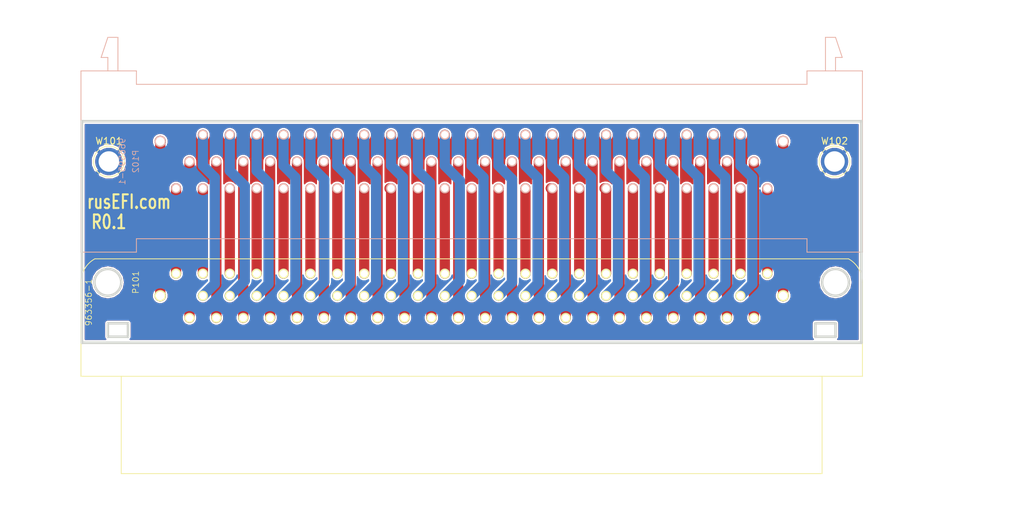
<source format=kicad_pcb>
(kicad_pcb (version 4) (host pcbnew 4.0.5)

  (general
    (links 69)
    (no_connects 0)
    (area 50.8 76.7488 203.200001 152.400001)
    (thickness 1.6002)
    (drawings 18)
    (tracks 157)
    (zones 0)
    (modules 4)
    (nets 70)
  )

  (page A)
  (title_block
    (title "ECU adapter")
    (date 2017-12-16)
    (rev R0.1)
    (company "DAECU for rusEFI")
  )

  (layers
    (0 F.Cu signal)
    (31 B.Cu signal)
    (32 B.Adhes user)
    (33 F.Adhes user)
    (34 B.Paste user)
    (35 F.Paste user)
    (36 B.SilkS user)
    (37 F.SilkS user)
    (38 B.Mask user)
    (39 F.Mask user)
    (40 Dwgs.User user)
    (41 Cmts.User user)
    (42 Eco1.User user)
    (43 Eco2.User user)
    (44 Edge.Cuts user)
  )

  (setup
    (last_trace_width 0.2032)
    (trace_clearance 0.254)
    (zone_clearance 0.2159)
    (zone_45_only no)
    (trace_min 0.2032)
    (segment_width 0.381)
    (edge_width 0.381)
    (via_size 0.889)
    (via_drill 0.635)
    (via_min_size 0.889)
    (via_min_drill 0.508)
    (uvia_size 0.508)
    (uvia_drill 0.127)
    (uvias_allowed no)
    (uvia_min_size 0.508)
    (uvia_min_drill 0.127)
    (pcb_text_width 0.3048)
    (pcb_text_size 1.524 2.032)
    (mod_edge_width 0.381)
    (mod_text_size 1.524 1.524)
    (mod_text_width 0.3048)
    (pad_size 1.4224 1.4224)
    (pad_drill 1.016)
    (pad_to_mask_clearance 0.0762)
    (aux_axis_origin 0 0)
    (visible_elements 7FFFFF7F)
    (pcbplotparams
      (layerselection 0x010fc_80000001)
      (usegerberextensions true)
      (excludeedgelayer true)
      (linewidth 0.150000)
      (plotframeref false)
      (viasonmask false)
      (mode 1)
      (useauxorigin false)
      (hpglpennumber 1)
      (hpglpenspeed 20)
      (hpglpendiameter 15)
      (hpglpenoverlay 0)
      (psnegative false)
      (psa4output false)
      (plotreference true)
      (plotvalue true)
      (plotinvisibletext false)
      (padsonsilk false)
      (subtractmaskfromsilk false)
      (outputformat 1)
      (mirror false)
      (drillshape 0)
      (scaleselection 1)
      (outputdirectory 176122-6-mfg/))
  )

  (net 0 "")
  (net 1 GND)
  (net 2 "Net-(P101-Pad48)")
  (net 3 "Net-(P101-Pad68)")
  (net 4 "Net-(P101-Pad67)")
  (net 5 "Net-(P101-Pad66)")
  (net 6 "Net-(P101-Pad65)")
  (net 7 "Net-(P101-Pad64)")
  (net 8 "Net-(P101-Pad63)")
  (net 9 "Net-(P101-Pad62)")
  (net 10 "Net-(P101-Pad61)")
  (net 11 "Net-(P101-Pad60)")
  (net 12 "Net-(P101-Pad59)")
  (net 13 "Net-(P101-Pad58)")
  (net 14 "Net-(P101-Pad57)")
  (net 15 "Net-(P101-Pad56)")
  (net 16 "Net-(P101-Pad55)")
  (net 17 "Net-(P101-Pad54)")
  (net 18 "Net-(P101-Pad53)")
  (net 19 "Net-(P101-Pad52)")
  (net 20 "Net-(P101-Pad51)")
  (net 21 "Net-(P101-Pad50)")
  (net 22 "Net-(P101-Pad49)")
  (net 23 "Net-(P101-Pad47)")
  (net 24 "Net-(P101-Pad46)")
  (net 25 "Net-(P101-Pad1)")
  (net 26 "Net-(P101-Pad2)")
  (net 27 "Net-(P101-Pad3)")
  (net 28 "Net-(P101-Pad4)")
  (net 29 "Net-(P101-Pad5)")
  (net 30 "Net-(P101-Pad6)")
  (net 31 "Net-(P101-Pad7)")
  (net 32 "Net-(P101-Pad8)")
  (net 33 "Net-(P101-Pad9)")
  (net 34 "Net-(P101-Pad10)")
  (net 35 "Net-(P101-Pad11)")
  (net 36 "Net-(P101-Pad12)")
  (net 37 "Net-(P101-Pad13)")
  (net 38 "Net-(P101-Pad14)")
  (net 39 "Net-(P101-Pad15)")
  (net 40 "Net-(P101-Pad16)")
  (net 41 "Net-(P101-Pad17)")
  (net 42 "Net-(P101-Pad18)")
  (net 43 "Net-(P101-Pad19)")
  (net 44 "Net-(P101-Pad20)")
  (net 45 "Net-(P101-Pad21)")
  (net 46 "Net-(P101-Pad22)")
  (net 47 "Net-(P101-Pad23)")
  (net 48 "Net-(P101-Pad24)")
  (net 49 "Net-(P101-Pad25)")
  (net 50 "Net-(P101-Pad26)")
  (net 51 "Net-(P101-Pad27)")
  (net 52 "Net-(P101-Pad28)")
  (net 53 "Net-(P101-Pad29)")
  (net 54 "Net-(P101-Pad30)")
  (net 55 "Net-(P101-Pad31)")
  (net 56 "Net-(P101-Pad32)")
  (net 57 "Net-(P101-Pad33)")
  (net 58 "Net-(P101-Pad34)")
  (net 59 "Net-(P101-Pad35)")
  (net 60 "Net-(P101-Pad36)")
  (net 61 "Net-(P101-Pad37)")
  (net 62 "Net-(P101-Pad38)")
  (net 63 "Net-(P101-Pad39)")
  (net 64 "Net-(P101-Pad40)")
  (net 65 "Net-(P101-Pad41)")
  (net 66 "Net-(P101-Pad42)")
  (net 67 "Net-(P101-Pad43)")
  (net 68 "Net-(P101-Pad44)")
  (net 69 "Net-(P101-Pad45)")

  (net_class Default "This is the default net class."
    (clearance 0.254)
    (trace_width 0.2032)
    (via_dia 0.889)
    (via_drill 0.635)
    (uvia_dia 0.508)
    (uvia_drill 0.127)
  )

  (net_class 1.5A ""
    (clearance 0.254)
    (trace_width 0.508)
    (via_dia 0.889)
    (via_drill 0.635)
    (uvia_dia 0.508)
    (uvia_drill 0.127)
  )

  (net_class 10A ""
    (clearance 0.254)
    (trace_width 6.096)
    (via_dia 0.889)
    (via_drill 0.635)
    (uvia_dia 0.508)
    (uvia_drill 0.127)
  )

  (net_class 1A ""
    (clearance 0.254)
    (trace_width 0.254)
    (via_dia 0.889)
    (via_drill 0.635)
    (uvia_dia 0.508)
    (uvia_drill 0.127)
  )

  (net_class 3.75A ""
    (clearance 0.254)
    (trace_width 1.524)
    (via_dia 0.889)
    (via_drill 0.635)
    (uvia_dia 0.508)
    (uvia_drill 0.127)
    (add_net GND)
    (add_net "Net-(P101-Pad1)")
    (add_net "Net-(P101-Pad10)")
    (add_net "Net-(P101-Pad11)")
    (add_net "Net-(P101-Pad12)")
    (add_net "Net-(P101-Pad13)")
    (add_net "Net-(P101-Pad14)")
    (add_net "Net-(P101-Pad15)")
    (add_net "Net-(P101-Pad16)")
    (add_net "Net-(P101-Pad17)")
    (add_net "Net-(P101-Pad18)")
    (add_net "Net-(P101-Pad19)")
    (add_net "Net-(P101-Pad2)")
    (add_net "Net-(P101-Pad20)")
    (add_net "Net-(P101-Pad21)")
    (add_net "Net-(P101-Pad22)")
    (add_net "Net-(P101-Pad23)")
    (add_net "Net-(P101-Pad24)")
    (add_net "Net-(P101-Pad25)")
    (add_net "Net-(P101-Pad26)")
    (add_net "Net-(P101-Pad27)")
    (add_net "Net-(P101-Pad28)")
    (add_net "Net-(P101-Pad29)")
    (add_net "Net-(P101-Pad3)")
    (add_net "Net-(P101-Pad30)")
    (add_net "Net-(P101-Pad31)")
    (add_net "Net-(P101-Pad32)")
    (add_net "Net-(P101-Pad33)")
    (add_net "Net-(P101-Pad34)")
    (add_net "Net-(P101-Pad35)")
    (add_net "Net-(P101-Pad36)")
    (add_net "Net-(P101-Pad37)")
    (add_net "Net-(P101-Pad38)")
    (add_net "Net-(P101-Pad39)")
    (add_net "Net-(P101-Pad4)")
    (add_net "Net-(P101-Pad40)")
    (add_net "Net-(P101-Pad41)")
    (add_net "Net-(P101-Pad42)")
    (add_net "Net-(P101-Pad43)")
    (add_net "Net-(P101-Pad44)")
    (add_net "Net-(P101-Pad45)")
    (add_net "Net-(P101-Pad46)")
    (add_net "Net-(P101-Pad47)")
    (add_net "Net-(P101-Pad48)")
    (add_net "Net-(P101-Pad49)")
    (add_net "Net-(P101-Pad5)")
    (add_net "Net-(P101-Pad50)")
    (add_net "Net-(P101-Pad51)")
    (add_net "Net-(P101-Pad52)")
    (add_net "Net-(P101-Pad53)")
    (add_net "Net-(P101-Pad54)")
    (add_net "Net-(P101-Pad55)")
    (add_net "Net-(P101-Pad56)")
    (add_net "Net-(P101-Pad57)")
    (add_net "Net-(P101-Pad58)")
    (add_net "Net-(P101-Pad59)")
    (add_net "Net-(P101-Pad6)")
    (add_net "Net-(P101-Pad60)")
    (add_net "Net-(P101-Pad61)")
    (add_net "Net-(P101-Pad62)")
    (add_net "Net-(P101-Pad63)")
    (add_net "Net-(P101-Pad64)")
    (add_net "Net-(P101-Pad65)")
    (add_net "Net-(P101-Pad66)")
    (add_net "Net-(P101-Pad67)")
    (add_net "Net-(P101-Pad68)")
    (add_net "Net-(P101-Pad7)")
    (add_net "Net-(P101-Pad8)")
    (add_net "Net-(P101-Pad9)")
  )

  (module rusEFI_Lib:963356-1 (layer F.Cu) (tedit 5A35D84F) (tstamp 5A2FBCFE)
    (at 121 120)
    (descr 963356-1)
    (path /5A35AD66)
    (fp_text reference P101 (at -50 -2 270) (layer F.SilkS)
      (effects (font (size 0.889 0.889) (thickness 0.1016)))
    )
    (fp_text value 963356-1 (at -57 1 90) (layer F.SilkS)
      (effects (font (size 0.889 0.889) (thickness 0.1016)))
    )
    (fp_line (start 51.15 4.1) (end 54.15 4.1) (layer F.SilkS) (width 0.127))
    (fp_line (start 51.15 6.1) (end 51.15 4.1) (layer F.SilkS) (width 0.127))
    (fp_line (start 54.15 6.1) (end 51.15 6.1) (layer F.SilkS) (width 0.127))
    (fp_line (start 54.15 4.1) (end 54.15 6.1) (layer F.SilkS) (width 0.127))
    (fp_line (start -54.15 4.1) (end -54.15 6.1) (layer F.SilkS) (width 0.127))
    (fp_line (start -54.15 6.1) (end -51.15 6.1) (layer F.SilkS) (width 0.127))
    (fp_line (start -51.15 6.1) (end -51.15 4.1) (layer F.SilkS) (width 0.127))
    (fp_line (start -51.15 4.1) (end -54.15 4.1) (layer F.SilkS) (width 0.127))
    (fp_arc (start 54.15 -2) (end 58.15 -2) (angle -61) (layer F.SilkS) (width 0.127))
    (fp_arc (start -54.15 -2) (end -58.15 -2) (angle 61) (layer F.SilkS) (width 0.127))
    (fp_circle (center 54.15 -2) (end 54.15 -4) (layer F.SilkS) (width 0.127))
    (fp_circle (center -54.15 -2) (end -54.15 -4) (layer F.SilkS) (width 0.127))
    (fp_line (start 58.15 12) (end -58.15 12) (layer F.SilkS) (width 0.127))
    (fp_line (start 56.07 -5.5) (end -56.07 -5.5) (layer F.SilkS) (width 0.127))
    (fp_line (start -52.15 12) (end -52.15 26.5) (layer F.SilkS) (width 0.127))
    (fp_line (start -52.15 26.5) (end 52.15 26.5) (layer F.SilkS) (width 0.127))
    (fp_line (start 52.15 12) (end 52.15 26.5) (layer F.SilkS) (width 0.127))
    (fp_line (start 58.15 -2) (end 58.15 12) (layer F.SilkS) (width 0.127))
    (fp_line (start -58.15 12) (end -58.15 -2) (layer F.SilkS) (width 0.127))
    (pad 48 thru_hole circle (at -36 -3.3 180) (size 1.49954 1.49954) (drill 1.10076) (layers *.Cu *.Mask F.SilkS)
      (net 2 "Net-(P101-Pad48)"))
    (pad 68 thru_hole circle (at 44 -3.3 180) (size 1.49954 1.49954) (drill 1.10076) (layers *.Cu *.Mask F.SilkS)
      (net 3 "Net-(P101-Pad68)"))
    (pad 67 thru_hole circle (at 40 -3.3 180) (size 1.49954 1.49954) (drill 1.10076) (layers *.Cu *.Mask F.SilkS)
      (net 4 "Net-(P101-Pad67)"))
    (pad 66 thru_hole circle (at 36 -3.3 180) (size 1.49954 1.49954) (drill 1.10076) (layers *.Cu *.Mask F.SilkS)
      (net 5 "Net-(P101-Pad66)"))
    (pad 65 thru_hole circle (at 32 -3.3 180) (size 1.49954 1.49954) (drill 1.10076) (layers *.Cu *.Mask F.SilkS)
      (net 6 "Net-(P101-Pad65)"))
    (pad 64 thru_hole circle (at 28 -3.3 180) (size 1.49954 1.49954) (drill 1.10076) (layers *.Cu *.Mask F.SilkS)
      (net 7 "Net-(P101-Pad64)"))
    (pad 63 thru_hole circle (at 24 -3.3 180) (size 1.49954 1.49954) (drill 1.10076) (layers *.Cu *.Mask F.SilkS)
      (net 8 "Net-(P101-Pad63)"))
    (pad 62 thru_hole circle (at 20 -3.3 180) (size 1.49954 1.49954) (drill 1.10076) (layers *.Cu *.Mask F.SilkS)
      (net 9 "Net-(P101-Pad62)"))
    (pad 61 thru_hole circle (at 16 -3.3 180) (size 1.49954 1.49954) (drill 1.10076) (layers *.Cu *.Mask F.SilkS)
      (net 10 "Net-(P101-Pad61)"))
    (pad 60 thru_hole circle (at 12 -3.3 180) (size 1.49954 1.49954) (drill 1.10076) (layers *.Cu *.Mask F.SilkS)
      (net 11 "Net-(P101-Pad60)"))
    (pad 59 thru_hole circle (at 8 -3.3 180) (size 1.49954 1.49954) (drill 1.10076) (layers *.Cu *.Mask F.SilkS)
      (net 12 "Net-(P101-Pad59)"))
    (pad 58 thru_hole circle (at 4 -3.3 180) (size 1.49954 1.49954) (drill 1.10076) (layers *.Cu *.Mask F.SilkS)
      (net 13 "Net-(P101-Pad58)"))
    (pad 57 thru_hole circle (at 0 -3.3 180) (size 1.49954 1.49954) (drill 1.10076) (layers *.Cu *.Mask F.SilkS)
      (net 14 "Net-(P101-Pad57)"))
    (pad 56 thru_hole circle (at -4 -3.3 180) (size 1.49954 1.49954) (drill 1.10076) (layers *.Cu *.Mask F.SilkS)
      (net 15 "Net-(P101-Pad56)"))
    (pad 55 thru_hole circle (at -8 -3.3 180) (size 1.49954 1.49954) (drill 1.10076) (layers *.Cu *.Mask F.SilkS)
      (net 16 "Net-(P101-Pad55)"))
    (pad 54 thru_hole circle (at -12 -3.3 180) (size 1.49954 1.49954) (drill 1.10076) (layers *.Cu *.Mask F.SilkS)
      (net 17 "Net-(P101-Pad54)"))
    (pad 53 thru_hole circle (at -16 -3.3 180) (size 1.49954 1.49954) (drill 1.10076) (layers *.Cu *.Mask F.SilkS)
      (net 18 "Net-(P101-Pad53)"))
    (pad 52 thru_hole circle (at -20 -3.3 180) (size 1.49954 1.49954) (drill 1.10076) (layers *.Cu *.Mask F.SilkS)
      (net 19 "Net-(P101-Pad52)"))
    (pad 51 thru_hole circle (at -24 -3.3 180) (size 1.49954 1.49954) (drill 1.10076) (layers *.Cu *.Mask F.SilkS)
      (net 20 "Net-(P101-Pad51)"))
    (pad 50 thru_hole circle (at -28 -3.3 180) (size 1.49954 1.49954) (drill 1.10076) (layers *.Cu *.Mask F.SilkS)
      (net 21 "Net-(P101-Pad50)"))
    (pad 49 thru_hole circle (at -32 -3.3 180) (size 1.49954 1.49954) (drill 1.10076) (layers *.Cu *.Mask F.SilkS)
      (net 22 "Net-(P101-Pad49)"))
    (pad 47 thru_hole circle (at -40 -3.3 180) (size 1.49954 1.49954) (drill 1.10076) (layers *.Cu *.Mask F.SilkS)
      (net 23 "Net-(P101-Pad47)"))
    (pad 46 thru_hole circle (at -44 -3.3 180) (size 1.49954 1.49954) (drill 1.10076) (layers *.Cu *.Mask F.SilkS)
      (net 24 "Net-(P101-Pad46)"))
    (pad 1 thru_hole circle (at -46.35 0) (size 1.7 1.7) (drill 1.3) (layers *.Cu *.Mask F.SilkS)
      (net 25 "Net-(P101-Pad1)"))
    (pad 2 thru_hole circle (at -40 0) (size 1.49954 1.49954) (drill 1.10076) (layers *.Cu *.Mask F.SilkS)
      (net 26 "Net-(P101-Pad2)"))
    (pad 3 thru_hole circle (at -36 0) (size 1.49954 1.49954) (drill 1.10076) (layers *.Cu *.Mask F.SilkS)
      (net 27 "Net-(P101-Pad3)"))
    (pad 4 thru_hole circle (at -32 0) (size 1.49954 1.49954) (drill 1.10076) (layers *.Cu *.Mask F.SilkS)
      (net 28 "Net-(P101-Pad4)"))
    (pad 5 thru_hole circle (at -28 0) (size 1.49954 1.49954) (drill 1.10076) (layers *.Cu *.Mask F.SilkS)
      (net 29 "Net-(P101-Pad5)"))
    (pad 6 thru_hole circle (at -24 0) (size 1.49954 1.49954) (drill 1.10076) (layers *.Cu *.Mask F.SilkS)
      (net 30 "Net-(P101-Pad6)"))
    (pad 7 thru_hole circle (at -20 0) (size 1.49954 1.49954) (drill 1.10076) (layers *.Cu *.Mask F.SilkS)
      (net 31 "Net-(P101-Pad7)"))
    (pad 8 thru_hole circle (at -16 0) (size 1.49954 1.49954) (drill 1.10076) (layers *.Cu *.Mask F.SilkS)
      (net 32 "Net-(P101-Pad8)"))
    (pad 9 thru_hole circle (at -12 0) (size 1.49954 1.49954) (drill 1.10076) (layers *.Cu *.Mask F.SilkS)
      (net 33 "Net-(P101-Pad9)"))
    (pad 10 thru_hole circle (at -8 0) (size 1.49954 1.49954) (drill 1.10076) (layers *.Cu *.Mask F.SilkS)
      (net 34 "Net-(P101-Pad10)"))
    (pad 11 thru_hole circle (at -4 0) (size 1.49954 1.49954) (drill 1.10076) (layers *.Cu *.Mask F.SilkS)
      (net 35 "Net-(P101-Pad11)"))
    (pad 12 thru_hole circle (at 0 0) (size 1.49954 1.49954) (drill 1.10076) (layers *.Cu *.Mask F.SilkS)
      (net 36 "Net-(P101-Pad12)"))
    (pad 13 thru_hole circle (at 4 0) (size 1.49954 1.49954) (drill 1.10076) (layers *.Cu *.Mask F.SilkS)
      (net 37 "Net-(P101-Pad13)"))
    (pad 14 thru_hole circle (at 8 0) (size 1.49954 1.49954) (drill 1.10076) (layers *.Cu *.Mask F.SilkS)
      (net 38 "Net-(P101-Pad14)"))
    (pad 15 thru_hole circle (at 12 0) (size 1.49954 1.49954) (drill 1.10076) (layers *.Cu *.Mask F.SilkS)
      (net 39 "Net-(P101-Pad15)"))
    (pad 16 thru_hole circle (at 16 0) (size 1.49954 1.49954) (drill 1.10076) (layers *.Cu *.Mask F.SilkS)
      (net 40 "Net-(P101-Pad16)"))
    (pad 17 thru_hole circle (at 20 0) (size 1.49954 1.49954) (drill 1.10076) (layers *.Cu *.Mask F.SilkS)
      (net 41 "Net-(P101-Pad17)"))
    (pad 18 thru_hole circle (at 24 0) (size 1.49954 1.49954) (drill 1.10076) (layers *.Cu *.Mask F.SilkS)
      (net 42 "Net-(P101-Pad18)"))
    (pad 19 thru_hole circle (at 28 0) (size 1.49954 1.49954) (drill 1.10076) (layers *.Cu *.Mask F.SilkS)
      (net 43 "Net-(P101-Pad19)"))
    (pad 20 thru_hole circle (at 32 0) (size 1.49954 1.49954) (drill 1.10076) (layers *.Cu *.Mask F.SilkS)
      (net 44 "Net-(P101-Pad20)"))
    (pad 21 thru_hole circle (at 36 0) (size 1.49954 1.49954) (drill 1.10076) (layers *.Cu *.Mask F.SilkS)
      (net 45 "Net-(P101-Pad21)"))
    (pad 22 thru_hole circle (at 40 0) (size 1.49954 1.49954) (drill 1.10076) (layers *.Cu *.Mask F.SilkS)
      (net 46 "Net-(P101-Pad22)"))
    (pad 23 thru_hole circle (at 46.35 0) (size 1.7 1.7) (drill 1.3) (layers *.Cu *.Mask F.SilkS)
      (net 47 "Net-(P101-Pad23)"))
    (pad 24 thru_hole circle (at -42 3.3 180) (size 1.49954 1.49954) (drill 1.10076) (layers *.Cu *.Mask F.SilkS)
      (net 48 "Net-(P101-Pad24)"))
    (pad 25 thru_hole circle (at -38 3.3 180) (size 1.49954 1.49954) (drill 1.10076) (layers *.Cu *.Mask F.SilkS)
      (net 49 "Net-(P101-Pad25)"))
    (pad 26 thru_hole circle (at -34 3.3 180) (size 1.49954 1.49954) (drill 1.10076) (layers *.Cu *.Mask F.SilkS)
      (net 50 "Net-(P101-Pad26)"))
    (pad 27 thru_hole circle (at -30 3.3 180) (size 1.49954 1.49954) (drill 1.10076) (layers *.Cu *.Mask F.SilkS)
      (net 51 "Net-(P101-Pad27)"))
    (pad 28 thru_hole circle (at -26 3.3 180) (size 1.49954 1.49954) (drill 1.10076) (layers *.Cu *.Mask F.SilkS)
      (net 52 "Net-(P101-Pad28)"))
    (pad 29 thru_hole circle (at -22 3.3 180) (size 1.49954 1.49954) (drill 1.10076) (layers *.Cu *.Mask F.SilkS)
      (net 53 "Net-(P101-Pad29)"))
    (pad 30 thru_hole circle (at -18 3.3 180) (size 1.49954 1.49954) (drill 1.10076) (layers *.Cu *.Mask F.SilkS)
      (net 54 "Net-(P101-Pad30)"))
    (pad 31 thru_hole circle (at -14 3.3 180) (size 1.49954 1.49954) (drill 1.10076) (layers *.Cu *.Mask F.SilkS)
      (net 55 "Net-(P101-Pad31)"))
    (pad 32 thru_hole circle (at -10 3.3 180) (size 1.49954 1.49954) (drill 1.10076) (layers *.Cu *.Mask F.SilkS)
      (net 56 "Net-(P101-Pad32)"))
    (pad 33 thru_hole circle (at -6 3.3 180) (size 1.49954 1.49954) (drill 1.10076) (layers *.Cu *.Mask F.SilkS)
      (net 57 "Net-(P101-Pad33)"))
    (pad 34 thru_hole circle (at -2 3.3 180) (size 1.49954 1.49954) (drill 1.10076) (layers *.Cu *.Mask F.SilkS)
      (net 58 "Net-(P101-Pad34)"))
    (pad 35 thru_hole circle (at 2 3.3 180) (size 1.49954 1.49954) (drill 1.10076) (layers *.Cu *.Mask F.SilkS)
      (net 59 "Net-(P101-Pad35)"))
    (pad 36 thru_hole circle (at 6 3.3 180) (size 1.49954 1.49954) (drill 1.10076) (layers *.Cu *.Mask F.SilkS)
      (net 60 "Net-(P101-Pad36)"))
    (pad 37 thru_hole circle (at 10 3.3 180) (size 1.49954 1.49954) (drill 1.10076) (layers *.Cu *.Mask F.SilkS)
      (net 61 "Net-(P101-Pad37)"))
    (pad 38 thru_hole circle (at 14 3.3 180) (size 1.49954 1.49954) (drill 1.10076) (layers *.Cu *.Mask F.SilkS)
      (net 62 "Net-(P101-Pad38)"))
    (pad 39 thru_hole circle (at 18 3.3 180) (size 1.49954 1.49954) (drill 1.10076) (layers *.Cu *.Mask F.SilkS)
      (net 63 "Net-(P101-Pad39)"))
    (pad 40 thru_hole circle (at 22 3.3 180) (size 1.49954 1.49954) (drill 1.10076) (layers *.Cu *.Mask F.SilkS)
      (net 64 "Net-(P101-Pad40)"))
    (pad 41 thru_hole circle (at 26 3.3 180) (size 1.49954 1.49954) (drill 1.10076) (layers *.Cu *.Mask F.SilkS)
      (net 65 "Net-(P101-Pad41)"))
    (pad 42 thru_hole circle (at 30 3.3 180) (size 1.49954 1.49954) (drill 1.10076) (layers *.Cu *.Mask F.SilkS)
      (net 66 "Net-(P101-Pad42)"))
    (pad 43 thru_hole circle (at 34 3.3 180) (size 1.49954 1.49954) (drill 1.10076) (layers *.Cu *.Mask F.SilkS)
      (net 67 "Net-(P101-Pad43)"))
    (pad 44 thru_hole circle (at 38 3.3 180) (size 1.49954 1.49954) (drill 1.10076) (layers *.Cu *.Mask F.SilkS)
      (net 68 "Net-(P101-Pad44)"))
    (pad 45 thru_hole circle (at 42 3.3 180) (size 1.49954 1.49954) (drill 1.10076) (layers *.Cu *.Mask F.SilkS)
      (net 69 "Net-(P101-Pad45)"))
    (model ../../../../../../Users/Vista_64_D630/Desktop/Jared/code/Hardware/trunk/rusefi.com/rusefi_lib/3d/c-963356-1-d-3d.wrl
      (at (xyz 0 -1.04 0.53))
      (scale (xyz 0.393701 0.393701 0.393701))
      (rotate (xyz 270 0 0))
    )
  )

  (module rusEFI_Lib:966595-1 (layer B.Cu) (tedit 5A35A6D8) (tstamp 52230F19)
    (at 121 100)
    (descr 966595-1)
    (path /52230AB7)
    (fp_text reference P102 (at -50 0 270) (layer B.SilkS)
      (effects (font (size 0.889 0.889) (thickness 0.1016)) (justify mirror))
    )
    (fp_text value 966595-1 (at -52 0 270) (layer B.SilkS)
      (effects (font (size 0.889 0.889) (thickness 0.1016)) (justify mirror))
    )
    (fp_line (start 54.15 -15.5) (end 55.15 -15.5) (layer B.SilkS) (width 0.127))
    (fp_line (start 52.65 -18.5) (end 54.15 -18.5) (layer B.SilkS) (width 0.127))
    (fp_line (start 54.15 -15.5) (end 54.15 -13.5) (layer B.SilkS) (width 0.127))
    (fp_line (start 52.65 -18.5) (end 52.65 -13.5) (layer B.SilkS) (width 0.127))
    (fp_line (start 54.15 -18.5) (end 55.15 -15.5) (layer B.SilkS) (width 0.127))
    (fp_line (start -54.15 -18.5) (end -55.15 -15.5) (layer B.SilkS) (width 0.127))
    (fp_line (start -52.65 -18.5) (end -52.65 -13.5) (layer B.SilkS) (width 0.127))
    (fp_line (start -54.15 -15.5) (end -54.15 -13.5) (layer B.SilkS) (width 0.127))
    (fp_line (start -52.65 -18.5) (end -54.15 -18.5) (layer B.SilkS) (width 0.127))
    (fp_line (start -54.15 -15.5) (end -55.15 -15.5) (layer B.SilkS) (width 0.127))
    (fp_line (start -58.15 13.5) (end -49.9 13.5) (layer B.SilkS) (width 0.127))
    (fp_line (start -49.9 -13.5) (end -58.15 -13.5) (layer B.SilkS) (width 0.127))
    (fp_line (start 49.9 13.5) (end 49.9 11.5) (layer B.SilkS) (width 0.127))
    (fp_line (start 49.9 11.5) (end -49.9 11.5) (layer B.SilkS) (width 0.127))
    (fp_line (start -49.9 11.5) (end -49.9 13.5) (layer B.SilkS) (width 0.127))
    (fp_line (start -49.9 -13.5) (end -49.9 -11.5) (layer B.SilkS) (width 0.127))
    (fp_line (start -49.9 -11.5) (end 49.9 -11.5) (layer B.SilkS) (width 0.127))
    (fp_line (start 49.9 -11.5) (end 49.9 -13.5) (layer B.SilkS) (width 0.127))
    (fp_line (start 49.9 13.5) (end 58.15 13.5) (layer B.SilkS) (width 0.127))
    (fp_line (start 58.15 13.5) (end 58.15 -13.5) (layer B.SilkS) (width 0.127))
    (fp_line (start 58.15 -13.5) (end 49.9 -13.5) (layer B.SilkS) (width 0.127))
    (fp_line (start -58.15 -13.5) (end -58.15 13.5) (layer B.SilkS) (width 0.127))
    (pad 48 thru_hole circle (at -36 4 180) (size 1.49954 1.49954) (drill 1.10076) (layers *.Cu *.Mask B.SilkS)
      (net 2 "Net-(P101-Pad48)"))
    (pad 68 thru_hole circle (at 44 4 180) (size 1.49954 1.49954) (drill 1.10076) (layers *.Cu *.Mask B.SilkS)
      (net 3 "Net-(P101-Pad68)"))
    (pad 67 thru_hole circle (at 40 4 180) (size 1.49954 1.49954) (drill 1.10076) (layers *.Cu *.Mask B.SilkS)
      (net 4 "Net-(P101-Pad67)"))
    (pad 66 thru_hole circle (at 36 4 180) (size 1.49954 1.49954) (drill 1.10076) (layers *.Cu *.Mask B.SilkS)
      (net 5 "Net-(P101-Pad66)"))
    (pad 65 thru_hole circle (at 32 4 180) (size 1.49954 1.49954) (drill 1.10076) (layers *.Cu *.Mask B.SilkS)
      (net 6 "Net-(P101-Pad65)"))
    (pad 64 thru_hole circle (at 28 4 180) (size 1.49954 1.49954) (drill 1.10076) (layers *.Cu *.Mask B.SilkS)
      (net 7 "Net-(P101-Pad64)"))
    (pad 63 thru_hole circle (at 24 4 180) (size 1.49954 1.49954) (drill 1.10076) (layers *.Cu *.Mask B.SilkS)
      (net 8 "Net-(P101-Pad63)"))
    (pad 62 thru_hole circle (at 20 4 180) (size 1.49954 1.49954) (drill 1.10076) (layers *.Cu *.Mask B.SilkS)
      (net 9 "Net-(P101-Pad62)"))
    (pad 61 thru_hole circle (at 16 4 180) (size 1.49954 1.49954) (drill 1.10076) (layers *.Cu *.Mask B.SilkS)
      (net 10 "Net-(P101-Pad61)"))
    (pad 60 thru_hole circle (at 12 4 180) (size 1.49954 1.49954) (drill 1.10076) (layers *.Cu *.Mask B.SilkS)
      (net 11 "Net-(P101-Pad60)"))
    (pad 59 thru_hole circle (at 8 4 180) (size 1.49954 1.49954) (drill 1.10076) (layers *.Cu *.Mask B.SilkS)
      (net 12 "Net-(P101-Pad59)"))
    (pad 58 thru_hole circle (at 4 4 180) (size 1.49954 1.49954) (drill 1.10076) (layers *.Cu *.Mask B.SilkS)
      (net 13 "Net-(P101-Pad58)"))
    (pad 57 thru_hole circle (at 0 4 180) (size 1.49954 1.49954) (drill 1.10076) (layers *.Cu *.Mask B.SilkS)
      (net 14 "Net-(P101-Pad57)"))
    (pad 56 thru_hole circle (at -4 4 180) (size 1.49954 1.49954) (drill 1.10076) (layers *.Cu *.Mask B.SilkS)
      (net 15 "Net-(P101-Pad56)"))
    (pad 55 thru_hole circle (at -8 4 180) (size 1.49954 1.49954) (drill 1.10076) (layers *.Cu *.Mask B.SilkS)
      (net 16 "Net-(P101-Pad55)"))
    (pad 54 thru_hole circle (at -12 4 180) (size 1.49954 1.49954) (drill 1.10076) (layers *.Cu *.Mask B.SilkS)
      (net 17 "Net-(P101-Pad54)"))
    (pad 53 thru_hole circle (at -16 4 180) (size 1.49954 1.49954) (drill 1.10076) (layers *.Cu *.Mask B.SilkS)
      (net 18 "Net-(P101-Pad53)"))
    (pad 52 thru_hole circle (at -20 4 180) (size 1.49954 1.49954) (drill 1.10076) (layers *.Cu *.Mask B.SilkS)
      (net 19 "Net-(P101-Pad52)"))
    (pad 51 thru_hole circle (at -24 4 180) (size 1.49954 1.49954) (drill 1.10076) (layers *.Cu *.Mask B.SilkS)
      (net 20 "Net-(P101-Pad51)"))
    (pad 50 thru_hole circle (at -28 4 180) (size 1.49954 1.49954) (drill 1.10076) (layers *.Cu *.Mask B.SilkS)
      (net 21 "Net-(P101-Pad50)"))
    (pad 49 thru_hole circle (at -32 4 180) (size 1.49954 1.49954) (drill 1.10076) (layers *.Cu *.Mask B.SilkS)
      (net 22 "Net-(P101-Pad49)"))
    (pad 47 thru_hole circle (at -40 4 180) (size 1.49954 1.49954) (drill 1.10076) (layers *.Cu *.Mask B.SilkS)
      (net 23 "Net-(P101-Pad47)"))
    (pad 46 thru_hole circle (at -44 4 180) (size 1.49954 1.49954) (drill 1.10076) (layers *.Cu *.Mask B.SilkS)
      (net 24 "Net-(P101-Pad46)"))
    (pad 1 thru_hole circle (at -46.35 -3) (size 1.7 1.7) (drill 1.3) (layers *.Cu *.Mask B.SilkS)
      (net 25 "Net-(P101-Pad1)"))
    (pad 2 thru_hole circle (at -40 -4) (size 1.49954 1.49954) (drill 1.10076) (layers *.Cu *.Mask B.SilkS)
      (net 26 "Net-(P101-Pad2)"))
    (pad 3 thru_hole circle (at -36 -4) (size 1.49954 1.49954) (drill 1.10076) (layers *.Cu *.Mask B.SilkS)
      (net 27 "Net-(P101-Pad3)"))
    (pad 4 thru_hole circle (at -32 -4) (size 1.49954 1.49954) (drill 1.10076) (layers *.Cu *.Mask B.SilkS)
      (net 28 "Net-(P101-Pad4)"))
    (pad 5 thru_hole circle (at -28 -4) (size 1.49954 1.49954) (drill 1.10076) (layers *.Cu *.Mask B.SilkS)
      (net 29 "Net-(P101-Pad5)"))
    (pad 6 thru_hole circle (at -24 -4) (size 1.49954 1.49954) (drill 1.10076) (layers *.Cu *.Mask B.SilkS)
      (net 30 "Net-(P101-Pad6)"))
    (pad 7 thru_hole circle (at -20 -4) (size 1.49954 1.49954) (drill 1.10076) (layers *.Cu *.Mask B.SilkS)
      (net 31 "Net-(P101-Pad7)"))
    (pad 8 thru_hole circle (at -16 -4) (size 1.49954 1.49954) (drill 1.10076) (layers *.Cu *.Mask B.SilkS)
      (net 32 "Net-(P101-Pad8)"))
    (pad 9 thru_hole circle (at -12 -4) (size 1.49954 1.49954) (drill 1.10076) (layers *.Cu *.Mask B.SilkS)
      (net 33 "Net-(P101-Pad9)"))
    (pad 10 thru_hole circle (at -8 -4) (size 1.49954 1.49954) (drill 1.10076) (layers *.Cu *.Mask B.SilkS)
      (net 34 "Net-(P101-Pad10)"))
    (pad 11 thru_hole circle (at -4 -4) (size 1.49954 1.49954) (drill 1.10076) (layers *.Cu *.Mask B.SilkS)
      (net 35 "Net-(P101-Pad11)"))
    (pad 12 thru_hole circle (at 0 -4) (size 1.49954 1.49954) (drill 1.10076) (layers *.Cu *.Mask B.SilkS)
      (net 36 "Net-(P101-Pad12)"))
    (pad 13 thru_hole circle (at 4 -4) (size 1.49954 1.49954) (drill 1.10076) (layers *.Cu *.Mask B.SilkS)
      (net 37 "Net-(P101-Pad13)"))
    (pad 14 thru_hole circle (at 8 -4) (size 1.49954 1.49954) (drill 1.10076) (layers *.Cu *.Mask B.SilkS)
      (net 38 "Net-(P101-Pad14)"))
    (pad 15 thru_hole circle (at 12 -4) (size 1.49954 1.49954) (drill 1.10076) (layers *.Cu *.Mask B.SilkS)
      (net 39 "Net-(P101-Pad15)"))
    (pad 16 thru_hole circle (at 16 -4) (size 1.49954 1.49954) (drill 1.10076) (layers *.Cu *.Mask B.SilkS)
      (net 40 "Net-(P101-Pad16)"))
    (pad 17 thru_hole circle (at 20 -4) (size 1.49954 1.49954) (drill 1.10076) (layers *.Cu *.Mask B.SilkS)
      (net 41 "Net-(P101-Pad17)"))
    (pad 18 thru_hole circle (at 24 -4) (size 1.49954 1.49954) (drill 1.10076) (layers *.Cu *.Mask B.SilkS)
      (net 42 "Net-(P101-Pad18)"))
    (pad 19 thru_hole circle (at 28 -4) (size 1.49954 1.49954) (drill 1.10076) (layers *.Cu *.Mask B.SilkS)
      (net 43 "Net-(P101-Pad19)"))
    (pad 20 thru_hole circle (at 32 -4) (size 1.49954 1.49954) (drill 1.10076) (layers *.Cu *.Mask B.SilkS)
      (net 44 "Net-(P101-Pad20)"))
    (pad 21 thru_hole circle (at 36 -4) (size 1.49954 1.49954) (drill 1.10076) (layers *.Cu *.Mask B.SilkS)
      (net 45 "Net-(P101-Pad21)"))
    (pad 22 thru_hole circle (at 40 -4) (size 1.49954 1.49954) (drill 1.10076) (layers *.Cu *.Mask B.SilkS)
      (net 46 "Net-(P101-Pad22)"))
    (pad 23 thru_hole circle (at 46.35 -3) (size 1.7 1.7) (drill 1.3) (layers *.Cu *.Mask B.SilkS)
      (net 47 "Net-(P101-Pad23)"))
    (pad 24 thru_hole circle (at -42 0 180) (size 1.49954 1.49954) (drill 1.10076) (layers *.Cu *.Mask B.SilkS)
      (net 48 "Net-(P101-Pad24)"))
    (pad 25 thru_hole circle (at -38 0 180) (size 1.49954 1.49954) (drill 1.10076) (layers *.Cu *.Mask B.SilkS)
      (net 49 "Net-(P101-Pad25)"))
    (pad 26 thru_hole circle (at -34 0 180) (size 1.49954 1.49954) (drill 1.10076) (layers *.Cu *.Mask B.SilkS)
      (net 50 "Net-(P101-Pad26)"))
    (pad 27 thru_hole circle (at -30 0 180) (size 1.49954 1.49954) (drill 1.10076) (layers *.Cu *.Mask B.SilkS)
      (net 51 "Net-(P101-Pad27)"))
    (pad 28 thru_hole circle (at -26 0 180) (size 1.49954 1.49954) (drill 1.10076) (layers *.Cu *.Mask B.SilkS)
      (net 52 "Net-(P101-Pad28)"))
    (pad 29 thru_hole circle (at -22 0 180) (size 1.49954 1.49954) (drill 1.10076) (layers *.Cu *.Mask B.SilkS)
      (net 53 "Net-(P101-Pad29)"))
    (pad 30 thru_hole circle (at -18 0 180) (size 1.49954 1.49954) (drill 1.10076) (layers *.Cu *.Mask B.SilkS)
      (net 54 "Net-(P101-Pad30)"))
    (pad 31 thru_hole circle (at -14 0 180) (size 1.49954 1.49954) (drill 1.10076) (layers *.Cu *.Mask B.SilkS)
      (net 55 "Net-(P101-Pad31)"))
    (pad 32 thru_hole circle (at -10 0 180) (size 1.49954 1.49954) (drill 1.10076) (layers *.Cu *.Mask B.SilkS)
      (net 56 "Net-(P101-Pad32)"))
    (pad 33 thru_hole circle (at -6 0 180) (size 1.49954 1.49954) (drill 1.10076) (layers *.Cu *.Mask B.SilkS)
      (net 57 "Net-(P101-Pad33)"))
    (pad 34 thru_hole circle (at -2 0 180) (size 1.49954 1.49954) (drill 1.10076) (layers *.Cu *.Mask B.SilkS)
      (net 58 "Net-(P101-Pad34)"))
    (pad 35 thru_hole circle (at 2 0 180) (size 1.49954 1.49954) (drill 1.10076) (layers *.Cu *.Mask B.SilkS)
      (net 59 "Net-(P101-Pad35)"))
    (pad 36 thru_hole circle (at 6 0 180) (size 1.49954 1.49954) (drill 1.10076) (layers *.Cu *.Mask B.SilkS)
      (net 60 "Net-(P101-Pad36)"))
    (pad 37 thru_hole circle (at 10 0 180) (size 1.49954 1.49954) (drill 1.10076) (layers *.Cu *.Mask B.SilkS)
      (net 61 "Net-(P101-Pad37)"))
    (pad 38 thru_hole circle (at 14 0 180) (size 1.49954 1.49954) (drill 1.10076) (layers *.Cu *.Mask B.SilkS)
      (net 62 "Net-(P101-Pad38)"))
    (pad 39 thru_hole circle (at 18 0 180) (size 1.49954 1.49954) (drill 1.10076) (layers *.Cu *.Mask B.SilkS)
      (net 63 "Net-(P101-Pad39)"))
    (pad 40 thru_hole circle (at 22 0 180) (size 1.49954 1.49954) (drill 1.10076) (layers *.Cu *.Mask B.SilkS)
      (net 64 "Net-(P101-Pad40)"))
    (pad 41 thru_hole circle (at 26 0 180) (size 1.49954 1.49954) (drill 1.10076) (layers *.Cu *.Mask B.SilkS)
      (net 65 "Net-(P101-Pad41)"))
    (pad 42 thru_hole circle (at 30 0 180) (size 1.49954 1.49954) (drill 1.10076) (layers *.Cu *.Mask B.SilkS)
      (net 66 "Net-(P101-Pad42)"))
    (pad 43 thru_hole circle (at 34 0 180) (size 1.49954 1.49954) (drill 1.10076) (layers *.Cu *.Mask B.SilkS)
      (net 67 "Net-(P101-Pad43)"))
    (pad 44 thru_hole circle (at 38 0 180) (size 1.49954 1.49954) (drill 1.10076) (layers *.Cu *.Mask B.SilkS)
      (net 68 "Net-(P101-Pad44)"))
    (pad 45 thru_hole circle (at 42 0 180) (size 1.49954 1.49954) (drill 1.10076) (layers *.Cu *.Mask B.SilkS)
      (net 69 "Net-(P101-Pad45)"))
    (model ../../../../../../Users/Vista_64_D630/Desktop/Jared/code/Hardware/trunk/rusefi.com/rusefi_lib/3d/c-966595-1-a1-3d.wrl
      (at (xyz 0 0 1.265))
      (scale (xyz 0.393701 0.393701 0.393701))
      (rotate (xyz 0 0 0))
    )
  )

  (module Connect:1pin (layer F.Cu) (tedit 5A35D80F) (tstamp 5A35D9CE)
    (at 67 100)
    (descr "module 1 pin (ou trou mecanique de percage)")
    (tags DEV)
    (path /5A35D759)
    (fp_text reference W101 (at 0 -3.048) (layer F.SilkS)
      (effects (font (size 1 1) (thickness 0.15)))
    )
    (fp_text value TEST_1P (at 0 3) (layer F.Fab) hide
      (effects (font (size 1 1) (thickness 0.15)))
    )
    (fp_circle (center 0 0) (end 2 0.8) (layer F.Fab) (width 0.1))
    (fp_circle (center 0 0) (end 2.6 0) (layer F.CrtYd) (width 0.05))
    (fp_circle (center 0 0) (end 0 -2.286) (layer F.SilkS) (width 0.12))
    (pad 1 thru_hole circle (at 0 0) (size 4.064 4.064) (drill 3.048) (layers *.Cu *.Mask)
      (net 1 GND))
  )

  (module Connect:1pin (layer F.Cu) (tedit 5A35D815) (tstamp 5A35D9D6)
    (at 175 100)
    (descr "module 1 pin (ou trou mecanique de percage)")
    (tags DEV)
    (path /5A35D84D)
    (fp_text reference W102 (at 0 -3.048) (layer F.SilkS)
      (effects (font (size 1 1) (thickness 0.15)))
    )
    (fp_text value TEST_1P (at 0 3) (layer F.Fab) hide
      (effects (font (size 1 1) (thickness 0.15)))
    )
    (fp_circle (center 0 0) (end 2 0.8) (layer F.Fab) (width 0.1))
    (fp_circle (center 0 0) (end 2.6 0) (layer F.CrtYd) (width 0.05))
    (fp_circle (center 0 0) (end 0 -2.286) (layer F.SilkS) (width 0.12))
    (pad 1 thru_hole circle (at 0 0) (size 4.064 4.064) (drill 3.048) (layers *.Cu *.Mask)
      (net 1 GND))
  )

  (dimension 116 (width 0.3048) (layer Dwgs.User)
    (gr_text "116.000 mm" (at 121 78.3744) (layer Dwgs.User)
      (effects (font (size 2.032 1.524) (thickness 0.3048)))
    )
    (feature1 (pts (xy 179 85) (xy 179 76.7488)))
    (feature2 (pts (xy 63 85) (xy 63 76.7488)))
    (crossbar (pts (xy 63 80) (xy 179 80)))
    (arrow1a (pts (xy 179 80) (xy 177.873496 80.586421)))
    (arrow1b (pts (xy 179 80) (xy 177.873496 79.413579)))
    (arrow2a (pts (xy 63 80) (xy 64.126504 80.586421)))
    (arrow2b (pts (xy 63 80) (xy 64.126504 79.413579)))
  )
  (dimension 33 (width 0.3048) (layer Dwgs.User)
    (gr_text "33.000 mm" (at 185.6256 110.5 270) (layer Dwgs.User)
      (effects (font (size 2.032 1.524) (thickness 0.3048)))
    )
    (feature1 (pts (xy 180 127) (xy 187.2512 127)))
    (feature2 (pts (xy 180 94) (xy 187.2512 94)))
    (crossbar (pts (xy 184 94) (xy 184 127)))
    (arrow1a (pts (xy 184 127) (xy 183.413579 125.873496)))
    (arrow1b (pts (xy 184 127) (xy 184.586421 125.873496)))
    (arrow2a (pts (xy 184 94) (xy 183.413579 95.126504)))
    (arrow2b (pts (xy 184 94) (xy 184.586421 95.126504)))
  )
  (gr_text rusEFI.com (at 70 106) (layer F.SilkS)
    (effects (font (size 2.032 1.524) (thickness 0.3048)))
  )
  (gr_circle (center 66.85 118) (end 66.85 116) (layer Edge.Cuts) (width 0.381))
  (gr_line (start 66.85 126.1) (end 66.85 124.1) (angle 90) (layer Edge.Cuts) (width 0.381))
  (gr_line (start 69.85 126.1) (end 66.85 126.1) (angle 90) (layer Edge.Cuts) (width 0.381))
  (gr_line (start 69.85 124.1) (end 69.85 126.1) (angle 90) (layer Edge.Cuts) (width 0.381))
  (gr_line (start 66.85 124.1) (end 69.85 124.1) (angle 90) (layer Edge.Cuts) (width 0.381))
  (gr_circle (center 175.15 118) (end 175.15 116) (layer Edge.Cuts) (width 0.381))
  (gr_line (start 172.15 126.1) (end 172.15 124.1) (angle 90) (layer Edge.Cuts) (width 0.381))
  (gr_line (start 175.15 126.1) (end 172.15 126.1) (angle 90) (layer Edge.Cuts) (width 0.381))
  (gr_line (start 175.15 124.1) (end 175.15 126.1) (angle 90) (layer Edge.Cuts) (width 0.381))
  (gr_line (start 172.15 124.1) (end 175.15 124.1) (angle 90) (layer Edge.Cuts) (width 0.381))
  (gr_line (start 63 94) (end 63 127) (angle 90) (layer Edge.Cuts) (width 0.381))
  (gr_line (start 179 94) (end 63 94) (angle 90) (layer Edge.Cuts) (width 0.381))
  (gr_line (start 179 127) (end 179 94) (angle 90) (layer Edge.Cuts) (width 0.381))
  (gr_line (start 63 127) (end 179 127) (angle 90) (layer Edge.Cuts) (width 0.381))
  (gr_text R0.1 (at 67 109) (layer F.SilkS)
    (effects (font (size 2.032 1.524) (thickness 0.3048)))
  )

  (segment (start 85 116.7) (end 85 104) (width 1.524) (layer F.Cu) (net 2))
  (segment (start 165 116.7) (end 165 104) (width 1.524) (layer F.Cu) (net 3))
  (segment (start 161 116.7) (end 161 104) (width 1.524) (layer F.Cu) (net 4))
  (segment (start 157 116.7) (end 157 104) (width 1.524) (layer F.Cu) (net 5))
  (segment (start 153 116.7) (end 153 104) (width 1.524) (layer F.Cu) (net 6))
  (segment (start 149 116.7) (end 149 104) (width 1.524) (layer F.Cu) (net 7))
  (segment (start 145 116.7) (end 145 104) (width 1.524) (layer F.Cu) (net 8))
  (segment (start 141 116.7) (end 141 104.221998) (width 1.524) (layer F.Cu) (net 9))
  (segment (start 141 104.221998) (end 140.778002 104) (width 1.524) (layer F.Cu) (net 9) (tstamp 5A35D6CF))
  (segment (start 140.778002 104) (end 141 104) (width 1.524) (layer F.Cu) (net 9) (tstamp 5A35D6D1))
  (segment (start 137 116.7) (end 137 104) (width 1.524) (layer F.Cu) (net 10))
  (segment (start 133 116.7) (end 133 104.221998) (width 1.524) (layer F.Cu) (net 11))
  (segment (start 133 104.221998) (end 132.778002 104) (width 1.524) (layer F.Cu) (net 11) (tstamp 5A35D6C6))
  (segment (start 132.778002 104) (end 133 104) (width 1.524) (layer F.Cu) (net 11) (tstamp 5A35D6C8))
  (segment (start 129 116.7) (end 129 104) (width 1.524) (layer F.Cu) (net 12))
  (segment (start 125 116.7) (end 125 104) (width 1.524) (layer F.Cu) (net 13))
  (segment (start 121 116.7) (end 121 104) (width 1.524) (layer F.Cu) (net 14))
  (segment (start 117 116.7) (end 117 104) (width 1.524) (layer F.Cu) (net 15))
  (segment (start 113 116.7) (end 113 104) (width 1.524) (layer F.Cu) (net 16))
  (segment (start 109 116.7) (end 109 104.221998) (width 1.524) (layer F.Cu) (net 17))
  (segment (start 109 104.221998) (end 108.778002 104) (width 1.524) (layer F.Cu) (net 17) (tstamp 5A35D6AD))
  (segment (start 108.778002 104) (end 109 104) (width 1.524) (layer F.Cu) (net 17) (tstamp 5A35D6AF))
  (segment (start 105 116.7) (end 105 104) (width 1.524) (layer F.Cu) (net 18))
  (segment (start 101 116.7) (end 101 104) (width 1.524) (layer F.Cu) (net 19))
  (segment (start 97 116.7) (end 97 104) (width 1.524) (layer F.Cu) (net 20))
  (segment (start 93 116.7) (end 93 104) (width 1.524) (layer F.Cu) (net 21))
  (segment (start 89 116.7) (end 89 104) (width 1.524) (layer F.Cu) (net 22))
  (segment (start 81 116.7) (end 81 104) (width 1.524) (layer F.Cu) (net 23))
  (segment (start 77 116.7) (end 77 104) (width 1.524) (layer F.Cu) (net 24))
  (segment (start 74.65 120) (end 74.65 97) (width 1.524) (layer F.Cu) (net 25))
  (segment (start 81 120) (end 82.765771 118.234229) (width 1.524) (layer B.Cu) (net 26))
  (segment (start 82.765771 118.234229) (end 82.765771 102.379113) (width 1.524) (layer B.Cu) (net 26))
  (segment (start 82.765771 102.379113) (end 81 100.613342) (width 1.524) (layer B.Cu) (net 26))
  (segment (start 81 100.613342) (end 81 97.060334) (width 1.524) (layer B.Cu) (net 26))
  (segment (start 81 97.060334) (end 81 96) (width 1.524) (layer B.Cu) (net 26))
  (segment (start 85 120) (end 87.234229 117.765771) (width 1.524) (layer B.Cu) (net 27))
  (segment (start 87.234229 117.765771) (end 87.234229 103.620887) (width 1.524) (layer B.Cu) (net 27))
  (segment (start 87.234229 103.620887) (end 85 101.386658) (width 1.524) (layer B.Cu) (net 27))
  (segment (start 85 101.386658) (end 85 97.060334) (width 1.524) (layer B.Cu) (net 27))
  (segment (start 85 97.060334) (end 85 96) (width 1.524) (layer B.Cu) (net 27))
  (segment (start 89 120) (end 90.765771 118.234229) (width 1.524) (layer B.Cu) (net 28))
  (segment (start 90.765771 118.234229) (end 90.765771 103.152429) (width 1.524) (layer B.Cu) (net 28))
  (segment (start 90.765771 103.152429) (end 89 101.386658) (width 1.524) (layer B.Cu) (net 28))
  (segment (start 89 101.386658) (end 89 97.060334) (width 1.524) (layer B.Cu) (net 28))
  (segment (start 89 97.060334) (end 89 96) (width 1.524) (layer B.Cu) (net 28))
  (segment (start 93 120) (end 94.765771 118.234229) (width 1.524) (layer B.Cu) (net 29))
  (segment (start 94.765771 118.234229) (end 94.765771 102.379113) (width 1.524) (layer B.Cu) (net 29))
  (segment (start 94.765771 102.379113) (end 93 100.613342) (width 1.524) (layer B.Cu) (net 29))
  (segment (start 93 100.613342) (end 93 97.060334) (width 1.524) (layer B.Cu) (net 29))
  (segment (start 93 97.060334) (end 93 96) (width 1.524) (layer B.Cu) (net 29))
  (segment (start 97 120) (end 99.06 117.94) (width 1.524) (layer B.Cu) (net 30))
  (segment (start 99.06 117.94) (end 99.06 102.673342) (width 1.524) (layer B.Cu) (net 30))
  (segment (start 99.06 102.673342) (end 97 100.613342) (width 1.524) (layer B.Cu) (net 30))
  (segment (start 97 100.613342) (end 97 97.060334) (width 1.524) (layer B.Cu) (net 30))
  (segment (start 97 97.060334) (end 97 96) (width 1.524) (layer B.Cu) (net 30))
  (segment (start 101 120) (end 102.87 118.13) (width 1.524) (layer B.Cu) (net 31))
  (segment (start 102.87 118.13) (end 102.87 102.483342) (width 1.524) (layer B.Cu) (net 31))
  (segment (start 102.87 102.483342) (end 101 100.613342) (width 1.524) (layer B.Cu) (net 31))
  (segment (start 101 100.613342) (end 101 96) (width 1.524) (layer B.Cu) (net 31))
  (segment (start 105 120) (end 106.765771 118.234229) (width 1.524) (layer B.Cu) (net 32))
  (segment (start 106.765771 118.234229) (end 106.765771 102.379113) (width 1.524) (layer B.Cu) (net 32))
  (segment (start 106.765771 102.379113) (end 105 100.613342) (width 1.524) (layer B.Cu) (net 32))
  (segment (start 105 100.613342) (end 105 97.060334) (width 1.524) (layer B.Cu) (net 32))
  (segment (start 105 97.060334) (end 105 96) (width 1.524) (layer B.Cu) (net 32))
  (segment (start 109 120) (end 110.765771 118.234229) (width 1.524) (layer B.Cu) (net 33))
  (segment (start 110.765771 118.234229) (end 110.765771 102.379113) (width 1.524) (layer B.Cu) (net 33))
  (segment (start 110.765771 102.379113) (end 109 100.613342) (width 1.524) (layer B.Cu) (net 33))
  (segment (start 109 100.613342) (end 109 97.060334) (width 1.524) (layer B.Cu) (net 33))
  (segment (start 109 97.060334) (end 109 96) (width 1.524) (layer B.Cu) (net 33))
  (segment (start 113 120) (end 114.765771 118.234229) (width 1.524) (layer B.Cu) (net 34))
  (segment (start 114.765771 118.234229) (end 114.765771 103.152429) (width 1.524) (layer B.Cu) (net 34))
  (segment (start 114.765771 103.152429) (end 113 101.386658) (width 1.524) (layer B.Cu) (net 34))
  (segment (start 113 101.386658) (end 113 97.060334) (width 1.524) (layer B.Cu) (net 34))
  (segment (start 113 97.060334) (end 113 96) (width 1.524) (layer B.Cu) (net 34))
  (segment (start 117 120) (end 119.234229 117.765771) (width 1.524) (layer B.Cu) (net 35))
  (segment (start 119.234229 117.765771) (end 119.234229 102.847571) (width 1.524) (layer B.Cu) (net 35))
  (segment (start 119.234229 102.847571) (end 117 100.613342) (width 1.524) (layer B.Cu) (net 35))
  (segment (start 117 100.613342) (end 117 97.060334) (width 1.524) (layer B.Cu) (net 35))
  (segment (start 117 97.060334) (end 117 96) (width 1.524) (layer B.Cu) (net 35))
  (segment (start 121 120) (end 122.765771 118.234229) (width 1.524) (layer B.Cu) (net 36))
  (segment (start 122.765771 118.234229) (end 122.765771 102.379113) (width 1.524) (layer B.Cu) (net 36))
  (segment (start 122.765771 102.379113) (end 121 100.613342) (width 1.524) (layer B.Cu) (net 36))
  (segment (start 121 100.613342) (end 121 97.060334) (width 1.524) (layer B.Cu) (net 36))
  (segment (start 121 97.060334) (end 121 96) (width 1.524) (layer B.Cu) (net 36))
  (segment (start 125 120) (end 127 118) (width 1.524) (layer B.Cu) (net 37))
  (segment (start 127 118) (end 127 102.613342) (width 1.524) (layer B.Cu) (net 37))
  (segment (start 127 102.613342) (end 125 100.613342) (width 1.524) (layer B.Cu) (net 37))
  (segment (start 125 100.613342) (end 125 96) (width 1.524) (layer B.Cu) (net 37))
  (segment (start 129 120) (end 130.81 118.19) (width 1.524) (layer B.Cu) (net 38))
  (segment (start 130.81 118.19) (end 130.81 102.423342) (width 1.524) (layer B.Cu) (net 38))
  (segment (start 130.81 102.423342) (end 129 100.613342) (width 1.524) (layer B.Cu) (net 38))
  (segment (start 129 100.613342) (end 129 97.060334) (width 1.524) (layer B.Cu) (net 38))
  (segment (start 129 97.060334) (end 129 96) (width 1.524) (layer B.Cu) (net 38))
  (segment (start 133 120) (end 134.765771 118.234229) (width 1.524) (layer B.Cu) (net 39))
  (segment (start 134.765771 118.234229) (end 134.765771 102.379113) (width 1.524) (layer B.Cu) (net 39))
  (segment (start 134.765771 102.379113) (end 133 100.613342) (width 1.524) (layer B.Cu) (net 39))
  (segment (start 133 100.613342) (end 133 97.060334) (width 1.524) (layer B.Cu) (net 39))
  (segment (start 133 97.060334) (end 133 96) (width 1.524) (layer B.Cu) (net 39))
  (segment (start 137 120) (end 138.765771 118.234229) (width 1.524) (layer B.Cu) (net 40))
  (segment (start 138.765771 118.234229) (end 138.765771 102.379113) (width 1.524) (layer B.Cu) (net 40))
  (segment (start 138.765771 102.379113) (end 137 100.613342) (width 1.524) (layer B.Cu) (net 40))
  (segment (start 137 100.613342) (end 137 97.060334) (width 1.524) (layer B.Cu) (net 40))
  (segment (start 137 97.060334) (end 137 96) (width 1.524) (layer B.Cu) (net 40))
  (segment (start 141 120) (end 142.765771 118.234229) (width 1.524) (layer B.Cu) (net 41))
  (segment (start 142.765771 118.234229) (end 142.765771 103.152429) (width 1.524) (layer B.Cu) (net 41))
  (segment (start 142.765771 103.152429) (end 141 101.386658) (width 1.524) (layer B.Cu) (net 41))
  (segment (start 141 101.386658) (end 141 97.060334) (width 1.524) (layer B.Cu) (net 41))
  (segment (start 141 97.060334) (end 141 96) (width 1.524) (layer B.Cu) (net 41))
  (segment (start 145 120) (end 146.765771 118.234229) (width 1.524) (layer B.Cu) (net 42))
  (segment (start 146.765771 118.234229) (end 146.765771 102.379113) (width 1.524) (layer B.Cu) (net 42))
  (segment (start 146.765771 102.379113) (end 145 100.613342) (width 1.524) (layer B.Cu) (net 42))
  (segment (start 145 100.613342) (end 145 97.060334) (width 1.524) (layer B.Cu) (net 42))
  (segment (start 145 97.060334) (end 145 96) (width 1.524) (layer B.Cu) (net 42))
  (segment (start 149 120) (end 151.13 117.87) (width 1.524) (layer B.Cu) (net 43))
  (segment (start 151.13 117.87) (end 151.13 102.743342) (width 1.524) (layer B.Cu) (net 43))
  (segment (start 151.13 102.743342) (end 149 100.613342) (width 1.524) (layer B.Cu) (net 43))
  (segment (start 149 100.613342) (end 149 97.060334) (width 1.524) (layer B.Cu) (net 43))
  (segment (start 149 97.060334) (end 149 96) (width 1.524) (layer B.Cu) (net 43))
  (segment (start 153 120) (end 154.765771 118.234229) (width 1.524) (layer B.Cu) (net 44))
  (segment (start 154.765771 118.234229) (end 154.765771 102.379113) (width 1.524) (layer B.Cu) (net 44))
  (segment (start 154.765771 102.379113) (end 153 100.613342) (width 1.524) (layer B.Cu) (net 44))
  (segment (start 153 100.613342) (end 153 97.060334) (width 1.524) (layer B.Cu) (net 44))
  (segment (start 153 97.060334) (end 153 96) (width 1.524) (layer B.Cu) (net 44))
  (segment (start 157 96) (end 157 100.613342) (width 1.524) (layer B.Cu) (net 45))
  (segment (start 157 120) (end 158.765771 118.234229) (width 1.524) (layer B.Cu) (net 45))
  (segment (start 158.765771 118.234229) (end 158.765771 102.379113) (width 1.524) (layer B.Cu) (net 45))
  (segment (start 158.765771 102.379113) (end 157 100.613342) (width 1.524) (layer B.Cu) (net 45))
  (segment (start 157 100.613342) (end 157 97.060334) (width 1.524) (layer B.Cu) (net 45))
  (segment (start 157 97.060334) (end 157 96) (width 1.524) (layer B.Cu) (net 45))
  (segment (start 161 120) (end 162.765771 118.234229) (width 1.524) (layer B.Cu) (net 46))
  (segment (start 162.765771 118.234229) (end 162.765771 102.379113) (width 1.524) (layer B.Cu) (net 46))
  (segment (start 162.765771 102.379113) (end 161 100.613342) (width 1.524) (layer B.Cu) (net 46))
  (segment (start 161 100.613342) (end 161 97.060334) (width 1.524) (layer B.Cu) (net 46))
  (segment (start 161 97.060334) (end 161 96) (width 1.524) (layer B.Cu) (net 46))
  (segment (start 167.35 120) (end 167.35 97) (width 1.524) (layer F.Cu) (net 47))
  (segment (start 79 123.3) (end 79 100) (width 1.524) (layer F.Cu) (net 48))
  (segment (start 83 123.3) (end 83 100) (width 1.524) (layer F.Cu) (net 49))
  (segment (start 87 123.3) (end 87 100) (width 1.524) (layer F.Cu) (net 50))
  (segment (start 91 123.3) (end 91 100) (width 1.524) (layer F.Cu) (net 51))
  (segment (start 95 123.3) (end 95 100) (width 1.524) (layer F.Cu) (net 52))
  (segment (start 99 123.3) (end 99 100) (width 1.524) (layer F.Cu) (net 53))
  (segment (start 103 123.3) (end 103 100) (width 1.524) (layer F.Cu) (net 54))
  (segment (start 107 123.3) (end 107 100) (width 1.524) (layer F.Cu) (net 55))
  (segment (start 111 123.3) (end 111 100) (width 1.524) (layer F.Cu) (net 56))
  (segment (start 115 123.3) (end 115 100) (width 1.524) (layer F.Cu) (net 57))
  (segment (start 119 123.3) (end 119 100) (width 1.524) (layer F.Cu) (net 58))
  (segment (start 123 123.3) (end 123 100) (width 1.524) (layer F.Cu) (net 59))
  (segment (start 127 123.3) (end 127 100) (width 1.524) (layer F.Cu) (net 60))
  (segment (start 131 123.3) (end 131 100) (width 1.524) (layer F.Cu) (net 61))
  (segment (start 135 123.3) (end 135 100) (width 1.524) (layer F.Cu) (net 62))
  (segment (start 139 123.3) (end 139 100) (width 1.524) (layer F.Cu) (net 63))
  (segment (start 143 123.3) (end 143 100) (width 1.524) (layer F.Cu) (net 64))
  (segment (start 147 123.3) (end 147 100) (width 1.524) (layer F.Cu) (net 65))
  (segment (start 151 123.3) (end 151 100) (width 1.524) (layer F.Cu) (net 66))
  (segment (start 155 123.3) (end 155 100) (width 1.524) (layer F.Cu) (net 67))
  (segment (start 159 123.3) (end 159 100) (width 1.524) (layer F.Cu) (net 68))
  (segment (start 163 123.3) (end 163 100) (width 1.524) (layer F.Cu) (net 69))

  (zone (net 1) (net_name GND) (layer F.Cu) (tstamp 5897442D) (hatch edge 0.508)
    (connect_pads (clearance 0.2159))
    (min_thickness 0.2159)
    (fill yes (arc_segments 16) (thermal_gap 0.508) (thermal_bridge_width 0.508))
    (polygon
      (pts
        (xy 53.34 91.44) (xy 200.66 91.44) (xy 200.66 149.86) (xy 53.34 149.86)
      )
    )
    (filled_polygon
      (pts
        (xy 178.48565 126.48565) (xy 175.48085 126.48565) (xy 175.5137 126.4637) (xy 175.625197 126.296833) (xy 175.66435 126.1)
        (xy 175.66435 124.1) (xy 175.625197 123.903167) (xy 175.5137 123.7363) (xy 175.346833 123.624803) (xy 175.15 123.58565)
        (xy 172.15 123.58565) (xy 171.953167 123.624803) (xy 171.7863 123.7363) (xy 171.674803 123.903167) (xy 171.63565 124.1)
        (xy 171.63565 126.1) (xy 171.674803 126.296833) (xy 171.7863 126.4637) (xy 171.81915 126.48565) (xy 70.18085 126.48565)
        (xy 70.2137 126.4637) (xy 70.325197 126.296833) (xy 70.36435 126.1) (xy 70.36435 124.1) (xy 70.325197 123.903167)
        (xy 70.2137 123.7363) (xy 70.046833 123.624803) (xy 69.85 123.58565) (xy 66.85 123.58565) (xy 66.653167 123.624803)
        (xy 66.4863 123.7363) (xy 66.374803 123.903167) (xy 66.33565 124.1) (xy 66.33565 126.1) (xy 66.374803 126.296833)
        (xy 66.4863 126.4637) (xy 66.51915 126.48565) (xy 63.51435 126.48565) (xy 63.51435 118) (xy 64.33565 118)
        (xy 64.527043 118.9622) (xy 65.072086 119.777914) (xy 65.8878 120.322957) (xy 66.85 120.51435) (xy 67.8122 120.322957)
        (xy 68.627914 119.777914) (xy 69.172957 118.9622) (xy 69.36435 118) (xy 69.172957 117.0378) (xy 68.627914 116.222086)
        (xy 67.8122 115.677043) (xy 66.85 115.48565) (xy 65.8878 115.677043) (xy 65.072086 116.222086) (xy 64.527043 117.0378)
        (xy 64.33565 118) (xy 63.51435 118) (xy 63.51435 101.900488) (xy 65.306058 101.900488) (xy 65.533562 102.266853)
        (xy 66.512675 102.655481) (xy 67.565979 102.639835) (xy 68.466438 102.266853) (xy 68.693942 101.900488) (xy 67 100.206546)
        (xy 65.306058 101.900488) (xy 63.51435 101.900488) (xy 63.51435 99.512675) (xy 64.344519 99.512675) (xy 64.360165 100.565979)
        (xy 64.733147 101.466438) (xy 65.099512 101.693942) (xy 66.793454 100) (xy 67.206546 100) (xy 68.900488 101.693942)
        (xy 69.266853 101.466438) (xy 69.655481 100.487325) (xy 69.639835 99.434021) (xy 69.266853 98.533562) (xy 68.900488 98.306058)
        (xy 67.206546 100) (xy 66.793454 100) (xy 65.099512 98.306058) (xy 64.733147 98.533562) (xy 64.344519 99.512675)
        (xy 63.51435 99.512675) (xy 63.51435 98.099512) (xy 65.306058 98.099512) (xy 67 99.793454) (xy 68.693942 98.099512)
        (xy 68.466438 97.733147) (xy 67.487325 97.344519) (xy 66.434021 97.360165) (xy 65.533562 97.733147) (xy 65.306058 98.099512)
        (xy 63.51435 98.099512) (xy 63.51435 97.240014) (xy 73.43784 97.240014) (xy 73.52605 97.453499) (xy 73.52605 119.546449)
        (xy 73.43826 119.757871) (xy 73.43784 120.240014) (xy 73.621959 120.685618) (xy 73.962589 121.026843) (xy 74.407871 121.21174)
        (xy 74.890014 121.21216) (xy 75.335618 121.028041) (xy 75.676843 120.687411) (xy 75.86174 120.242129) (xy 75.86216 119.759986)
        (xy 75.77395 119.546501) (xy 75.77395 104) (xy 75.87605 104) (xy 75.87605 116.7) (xy 75.888226 116.761211)
        (xy 75.888087 116.920165) (xy 75.949323 117.068367) (xy 75.961606 117.130117) (xy 75.996279 117.182009) (xy 76.05698 117.328916)
        (xy 76.170266 117.4424) (xy 76.205247 117.494753) (xy 76.257143 117.529428) (xy 76.369439 117.641921) (xy 76.517533 117.703415)
        (xy 76.569883 117.738394) (xy 76.631093 117.75057) (xy 76.777895 117.811527) (xy 76.938249 117.811667) (xy 77 117.82395)
        (xy 77.061211 117.811774) (xy 77.220165 117.811913) (xy 77.368367 117.750677) (xy 77.430117 117.738394) (xy 77.482009 117.703721)
        (xy 77.628916 117.64302) (xy 77.7424 117.529734) (xy 77.794753 117.494753) (xy 77.829428 117.442857) (xy 77.87605 117.396317)
        (xy 77.87605 123.3) (xy 77.888226 123.361211) (xy 77.888087 123.520165) (xy 77.949323 123.668367) (xy 77.961606 123.730117)
        (xy 77.996279 123.782009) (xy 78.05698 123.928916) (xy 78.170266 124.0424) (xy 78.205247 124.094753) (xy 78.257143 124.129428)
        (xy 78.369439 124.241921) (xy 78.517533 124.303415) (xy 78.569883 124.338394) (xy 78.631093 124.35057) (xy 78.777895 124.411527)
        (xy 78.938249 124.411667) (xy 79 124.42395) (xy 79.061211 124.411774) (xy 79.220165 124.411913) (xy 79.368367 124.350677)
        (xy 79.430117 124.338394) (xy 79.482009 124.303721) (xy 79.628916 124.24302) (xy 79.7424 124.129734) (xy 79.794753 124.094753)
        (xy 79.829428 124.042857) (xy 79.941921 123.930561) (xy 80.003415 123.782467) (xy 80.038394 123.730117) (xy 80.05057 123.668907)
        (xy 80.111527 123.522105) (xy 80.111667 123.361751) (xy 80.12395 123.3) (xy 80.12395 120.696003) (xy 80.369439 120.941921)
        (xy 80.777895 121.111527) (xy 81.220165 121.111913) (xy 81.628916 120.94302) (xy 81.87605 120.696317) (xy 81.87605 123.3)
        (xy 81.888226 123.361211) (xy 81.888087 123.520165) (xy 81.949323 123.668367) (xy 81.961606 123.730117) (xy 81.996279 123.782009)
        (xy 82.05698 123.928916) (xy 82.170266 124.0424) (xy 82.205247 124.094753) (xy 82.257143 124.129428) (xy 82.369439 124.241921)
        (xy 82.517533 124.303415) (xy 82.569883 124.338394) (xy 82.631093 124.35057) (xy 82.777895 124.411527) (xy 82.938249 124.411667)
        (xy 83 124.42395) (xy 83.061211 124.411774) (xy 83.220165 124.411913) (xy 83.368367 124.350677) (xy 83.430117 124.338394)
        (xy 83.482009 124.303721) (xy 83.628916 124.24302) (xy 83.7424 124.129734) (xy 83.794753 124.094753) (xy 83.829428 124.042857)
        (xy 83.941921 123.930561) (xy 84.003415 123.782467) (xy 84.038394 123.730117) (xy 84.05057 123.668907) (xy 84.111527 123.522105)
        (xy 84.111667 123.361751) (xy 84.12395 123.3) (xy 84.12395 120.696003) (xy 84.369439 120.941921) (xy 84.777895 121.111527)
        (xy 85.220165 121.111913) (xy 85.628916 120.94302) (xy 85.87605 120.696317) (xy 85.87605 123.3) (xy 85.888226 123.361211)
        (xy 85.888087 123.520165) (xy 85.949323 123.668367) (xy 85.961606 123.730117) (xy 85.996279 123.782009) (xy 86.05698 123.928916)
        (xy 86.170266 124.0424) (xy 86.205247 124.094753) (xy 86.257143 124.129428) (xy 86.369439 124.241921) (xy 86.517533 124.303415)
        (xy 86.569883 124.338394) (xy 86.631093 124.35057) (xy 86.777895 124.411527) (xy 86.938249 124.411667) (xy 87 124.42395)
        (xy 87.061211 124.411774) (xy 87.220165 124.411913) (xy 87.368367 124.350677) (xy 87.430117 124.338394) (xy 87.482009 124.303721)
        (xy 87.628916 124.24302) (xy 87.7424 124.129734) (xy 87.794753 124.094753) (xy 87.829428 124.042857) (xy 87.941921 123.930561)
        (xy 88.003415 123.782467) (xy 88.038394 123.730117) (xy 88.05057 123.668907) (xy 88.111527 123.522105) (xy 88.111667 123.361751)
        (xy 88.12395 123.3) (xy 88.12395 120.696003) (xy 88.369439 120.941921) (xy 88.777895 121.111527) (xy 89.220165 121.111913)
        (xy 89.628916 120.94302) (xy 89.87605 120.696317) (xy 89.87605 123.3) (xy 89.888226 123.361211) (xy 89.888087 123.520165)
        (xy 89.949323 123.668367) (xy 89.961606 123.730117) (xy 89.996279 123.782009) (xy 90.05698 123.928916) (xy 90.170266 124.0424)
        (xy 90.205247 124.094753) (xy 90.257143 124.129428) (xy 90.369439 124.241921) (xy 90.517533 124.303415) (xy 90.569883 124.338394)
        (xy 90.631093 124.35057) (xy 90.777895 124.411527) (xy 90.938249 124.411667) (xy 91 124.42395) (xy 91.061211 124.411774)
        (xy 91.220165 124.411913) (xy 91.368367 124.350677) (xy 91.430117 124.338394) (xy 91.482009 124.303721) (xy 91.628916 124.24302)
        (xy 91.7424 124.129734) (xy 91.794753 124.094753) (xy 91.829428 124.042857) (xy 91.941921 123.930561) (xy 92.003415 123.782467)
        (xy 92.038394 123.730117) (xy 92.05057 123.668907) (xy 92.111527 123.522105) (xy 92.111667 123.361751) (xy 92.12395 123.3)
        (xy 92.12395 120.696003) (xy 92.369439 120.941921) (xy 92.777895 121.111527) (xy 93.220165 121.111913) (xy 93.628916 120.94302)
        (xy 93.87605 120.696317) (xy 93.87605 123.3) (xy 93.888226 123.361211) (xy 93.888087 123.520165) (xy 93.949323 123.668367)
        (xy 93.961606 123.730117) (xy 93.996279 123.782009) (xy 94.05698 123.928916) (xy 94.170266 124.0424) (xy 94.205247 124.094753)
        (xy 94.257143 124.129428) (xy 94.369439 124.241921) (xy 94.517533 124.303415) (xy 94.569883 124.338394) (xy 94.631093 124.35057)
        (xy 94.777895 124.411527) (xy 94.938249 124.411667) (xy 95 124.42395) (xy 95.061211 124.411774) (xy 95.220165 124.411913)
        (xy 95.368367 124.350677) (xy 95.430117 124.338394) (xy 95.482009 124.303721) (xy 95.628916 124.24302) (xy 95.7424 124.129734)
        (xy 95.794753 124.094753) (xy 95.829428 124.042857) (xy 95.941921 123.930561) (xy 96.003415 123.782467) (xy 96.038394 123.730117)
        (xy 96.05057 123.668907) (xy 96.111527 123.522105) (xy 96.111667 123.361751) (xy 96.12395 123.3) (xy 96.12395 120.696003)
        (xy 96.369439 120.941921) (xy 96.777895 121.111527) (xy 97.220165 121.111913) (xy 97.628916 120.94302) (xy 97.87605 120.696317)
        (xy 97.87605 123.3) (xy 97.888226 123.361211) (xy 97.888087 123.520165) (xy 97.949323 123.668367) (xy 97.961606 123.730117)
        (xy 97.996279 123.782009) (xy 98.05698 123.928916) (xy 98.170266 124.0424) (xy 98.205247 124.094753) (xy 98.257143 124.129428)
        (xy 98.369439 124.241921) (xy 98.517533 124.303415) (xy 98.569883 124.338394) (xy 98.631093 124.35057) (xy 98.777895 124.411527)
        (xy 98.938249 124.411667) (xy 99 124.42395) (xy 99.061211 124.411774) (xy 99.220165 124.411913) (xy 99.368367 124.350677)
        (xy 99.430117 124.338394) (xy 99.482009 124.303721) (xy 99.628916 124.24302) (xy 99.7424 124.129734) (xy 99.794753 124.094753)
        (xy 99.829428 124.042857) (xy 99.941921 123.930561) (xy 100.003415 123.782467) (xy 100.038394 123.730117) (xy 100.05057 123.668907)
        (xy 100.111527 123.522105) (xy 100.111667 123.361751) (xy 100.12395 123.3) (xy 100.12395 120.696003) (xy 100.369439 120.941921)
        (xy 100.777895 121.111527) (xy 101.220165 121.111913) (xy 101.628916 120.94302) (xy 101.87605 120.696317) (xy 101.87605 123.3)
        (xy 101.888226 123.361211) (xy 101.888087 123.520165) (xy 101.949323 123.668367) (xy 101.961606 123.730117) (xy 101.996279 123.782009)
        (xy 102.05698 123.928916) (xy 102.170266 124.0424) (xy 102.205247 124.094753) (xy 102.257143 124.129428) (xy 102.369439 124.241921)
        (xy 102.517533 124.303415) (xy 102.569883 124.338394) (xy 102.631093 124.35057) (xy 102.777895 124.411527) (xy 102.938249 124.411667)
        (xy 103 124.42395) (xy 103.061211 124.411774) (xy 103.220165 124.411913) (xy 103.368367 124.350677) (xy 103.430117 124.338394)
        (xy 103.482009 124.303721) (xy 103.628916 124.24302) (xy 103.7424 124.129734) (xy 103.794753 124.094753) (xy 103.829428 124.042857)
        (xy 103.941921 123.930561) (xy 104.003415 123.782467) (xy 104.038394 123.730117) (xy 104.05057 123.668907) (xy 104.111527 123.522105)
        (xy 104.111667 123.361751) (xy 104.12395 123.3) (xy 104.12395 120.696003) (xy 104.369439 120.941921) (xy 104.777895 121.111527)
        (xy 105.220165 121.111913) (xy 105.628916 120.94302) (xy 105.87605 120.696317) (xy 105.87605 123.3) (xy 105.888226 123.361211)
        (xy 105.888087 123.520165) (xy 105.949323 123.668367) (xy 105.961606 123.730117) (xy 105.996279 123.782009) (xy 106.05698 123.928916)
        (xy 106.170266 124.0424) (xy 106.205247 124.094753) (xy 106.257143 124.129428) (xy 106.369439 124.241921) (xy 106.517533 124.303415)
        (xy 106.569883 124.338394) (xy 106.631093 124.35057) (xy 106.777895 124.411527) (xy 106.938249 124.411667) (xy 107 124.42395)
        (xy 107.061211 124.411774) (xy 107.220165 124.411913) (xy 107.368367 124.350677) (xy 107.430117 124.338394) (xy 107.482009 124.303721)
        (xy 107.628916 124.24302) (xy 107.7424 124.129734) (xy 107.794753 124.094753) (xy 107.829428 124.042857) (xy 107.941921 123.930561)
        (xy 108.003415 123.782467) (xy 108.038394 123.730117) (xy 108.05057 123.668907) (xy 108.111527 123.522105) (xy 108.111667 123.361751)
        (xy 108.12395 123.3) (xy 108.12395 120.696003) (xy 108.369439 120.941921) (xy 108.777895 121.111527) (xy 109.220165 121.111913)
        (xy 109.628916 120.94302) (xy 109.87605 120.696317) (xy 109.87605 123.3) (xy 109.888226 123.361211) (xy 109.888087 123.520165)
        (xy 109.949323 123.668367) (xy 109.961606 123.730117) (xy 109.996279 123.782009) (xy 110.05698 123.928916) (xy 110.170266 124.0424)
        (xy 110.205247 124.094753) (xy 110.257143 124.129428) (xy 110.369439 124.241921) (xy 110.517533 124.303415) (xy 110.569883 124.338394)
        (xy 110.631093 124.35057) (xy 110.777895 124.411527) (xy 110.938249 124.411667) (xy 111 124.42395) (xy 111.061211 124.411774)
        (xy 111.220165 124.411913) (xy 111.368367 124.350677) (xy 111.430117 124.338394) (xy 111.482009 124.303721) (xy 111.628916 124.24302)
        (xy 111.7424 124.129734) (xy 111.794753 124.094753) (xy 111.829428 124.042857) (xy 111.941921 123.930561) (xy 112.003415 123.782467)
        (xy 112.038394 123.730117) (xy 112.05057 123.668907) (xy 112.111527 123.522105) (xy 112.111667 123.361751) (xy 112.12395 123.3)
        (xy 112.12395 120.696003) (xy 112.369439 120.941921) (xy 112.777895 121.111527) (xy 113.220165 121.111913) (xy 113.628916 120.94302)
        (xy 113.87605 120.696317) (xy 113.87605 123.3) (xy 113.888226 123.361211) (xy 113.888087 123.520165) (xy 113.949323 123.668367)
        (xy 113.961606 123.730117) (xy 113.996279 123.782009) (xy 114.05698 123.928916) (xy 114.170266 124.0424) (xy 114.205247 124.094753)
        (xy 114.257143 124.129428) (xy 114.369439 124.241921) (xy 114.517533 124.303415) (xy 114.569883 124.338394) (xy 114.631093 124.35057)
        (xy 114.777895 124.411527) (xy 114.938249 124.411667) (xy 115 124.42395) (xy 115.061211 124.411774) (xy 115.220165 124.411913)
        (xy 115.368367 124.350677) (xy 115.430117 124.338394) (xy 115.482009 124.303721) (xy 115.628916 124.24302) (xy 115.7424 124.129734)
        (xy 115.794753 124.094753) (xy 115.829428 124.042857) (xy 115.941921 123.930561) (xy 116.003415 123.782467) (xy 116.038394 123.730117)
        (xy 116.05057 123.668907) (xy 116.111527 123.522105) (xy 116.111667 123.361751) (xy 116.12395 123.3) (xy 116.12395 120.696003)
        (xy 116.369439 120.941921) (xy 116.777895 121.111527) (xy 117.220165 121.111913) (xy 117.628916 120.94302) (xy 117.87605 120.696317)
        (xy 117.87605 123.3) (xy 117.888226 123.361211) (xy 117.888087 123.520165) (xy 117.949323 123.668367) (xy 117.961606 123.730117)
        (xy 117.996279 123.782009) (xy 118.05698 123.928916) (xy 118.170266 124.0424) (xy 118.205247 124.094753) (xy 118.257143 124.129428)
        (xy 118.369439 124.241921) (xy 118.517533 124.303415) (xy 118.569883 124.338394) (xy 118.631093 124.35057) (xy 118.777895 124.411527)
        (xy 118.938249 124.411667) (xy 119 124.42395) (xy 119.061211 124.411774) (xy 119.220165 124.411913) (xy 119.368367 124.350677)
        (xy 119.430117 124.338394) (xy 119.482009 124.303721) (xy 119.628916 124.24302) (xy 119.7424 124.129734) (xy 119.794753 124.094753)
        (xy 119.829428 124.042857) (xy 119.941921 123.930561) (xy 120.003415 123.782467) (xy 120.038394 123.730117) (xy 120.05057 123.668907)
        (xy 120.111527 123.522105) (xy 120.111667 123.361751) (xy 120.12395 123.3) (xy 120.12395 120.696003) (xy 120.369439 120.941921)
        (xy 120.777895 121.111527) (xy 121.220165 121.111913) (xy 121.628916 120.94302) (xy 121.87605 120.696317) (xy 121.87605 123.3)
        (xy 121.888226 123.361211) (xy 121.888087 123.520165) (xy 121.949323 123.668367) (xy 121.961606 123.730117) (xy 121.996279 123.782009)
        (xy 122.05698 123.928916) (xy 122.170266 124.0424) (xy 122.205247 124.094753) (xy 122.257143 124.129428) (xy 122.369439 124.241921)
        (xy 122.517533 124.303415) (xy 122.569883 124.338394) (xy 122.631093 124.35057) (xy 122.777895 124.411527) (xy 122.938249 124.411667)
        (xy 123 124.42395) (xy 123.061211 124.411774) (xy 123.220165 124.411913) (xy 123.368367 124.350677) (xy 123.430117 124.338394)
        (xy 123.482009 124.303721) (xy 123.628916 124.24302) (xy 123.7424 124.129734) (xy 123.794753 124.094753) (xy 123.829428 124.042857)
        (xy 123.941921 123.930561) (xy 124.003415 123.782467) (xy 124.038394 123.730117) (xy 124.05057 123.668907) (xy 124.111527 123.522105)
        (xy 124.111667 123.361751) (xy 124.12395 123.3) (xy 124.12395 120.696003) (xy 124.369439 120.941921) (xy 124.777895 121.111527)
        (xy 125.220165 121.111913) (xy 125.628916 120.94302) (xy 125.87605 120.696317) (xy 125.87605 123.3) (xy 125.888226 123.361211)
        (xy 125.888087 123.520165) (xy 125.949323 123.668367) (xy 125.961606 123.730117) (xy 125.996279 123.782009) (xy 126.05698 123.928916)
        (xy 126.170266 124.0424) (xy 126.205247 124.094753) (xy 126.257143 124.129428) (xy 126.369439 124.241921) (xy 126.517533 124.303415)
        (xy 126.569883 124.338394) (xy 126.631093 124.35057) (xy 126.777895 124.411527) (xy 126.938249 124.411667) (xy 127 124.42395)
        (xy 127.061211 124.411774) (xy 127.220165 124.411913) (xy 127.368367 124.350677) (xy 127.430117 124.338394) (xy 127.482009 124.303721)
        (xy 127.628916 124.24302) (xy 127.7424 124.129734) (xy 127.794753 124.094753) (xy 127.829428 124.042857) (xy 127.941921 123.930561)
        (xy 128.003415 123.782467) (xy 128.038394 123.730117) (xy 128.05057 123.668907) (xy 128.111527 123.522105) (xy 128.111667 123.361751)
        (xy 128.12395 123.3) (xy 128.12395 120.696003) (xy 128.369439 120.941921) (xy 128.777895 121.111527) (xy 129.220165 121.111913)
        (xy 129.628916 120.94302) (xy 129.87605 120.696317) (xy 129.87605 123.3) (xy 129.888226 123.361211) (xy 129.888087 123.520165)
        (xy 129.949323 123.668367) (xy 129.961606 123.730117) (xy 129.996279 123.782009) (xy 130.05698 123.928916) (xy 130.170266 124.0424)
        (xy 130.205247 124.094753) (xy 130.257143 124.129428) (xy 130.369439 124.241921) (xy 130.517533 124.303415) (xy 130.569883 124.338394)
        (xy 130.631093 124.35057) (xy 130.777895 124.411527) (xy 130.938249 124.411667) (xy 131 124.42395) (xy 131.061211 124.411774)
        (xy 131.220165 124.411913) (xy 131.368367 124.350677) (xy 131.430117 124.338394) (xy 131.482009 124.303721) (xy 131.628916 124.24302)
        (xy 131.7424 124.129734) (xy 131.794753 124.094753) (xy 131.829428 124.042857) (xy 131.941921 123.930561) (xy 132.003415 123.782467)
        (xy 132.038394 123.730117) (xy 132.05057 123.668907) (xy 132.111527 123.522105) (xy 132.111667 123.361751) (xy 132.12395 123.3)
        (xy 132.12395 120.696003) (xy 132.369439 120.941921) (xy 132.777895 121.111527) (xy 133.220165 121.111913) (xy 133.628916 120.94302)
        (xy 133.87605 120.696317) (xy 133.87605 123.3) (xy 133.888226 123.361211) (xy 133.888087 123.520165) (xy 133.949323 123.668367)
        (xy 133.961606 123.730117) (xy 133.996279 123.782009) (xy 134.05698 123.928916) (xy 134.170266 124.0424) (xy 134.205247 124.094753)
        (xy 134.257143 124.129428) (xy 134.369439 124.241921) (xy 134.517533 124.303415) (xy 134.569883 124.338394) (xy 134.631093 124.35057)
        (xy 134.777895 124.411527) (xy 134.938249 124.411667) (xy 135 124.42395) (xy 135.061211 124.411774) (xy 135.220165 124.411913)
        (xy 135.368367 124.350677) (xy 135.430117 124.338394) (xy 135.482009 124.303721) (xy 135.628916 124.24302) (xy 135.7424 124.129734)
        (xy 135.794753 124.094753) (xy 135.829428 124.042857) (xy 135.941921 123.930561) (xy 136.003415 123.782467) (xy 136.038394 123.730117)
        (xy 136.05057 123.668907) (xy 136.111527 123.522105) (xy 136.111667 123.361751) (xy 136.12395 123.3) (xy 136.12395 120.696003)
        (xy 136.369439 120.941921) (xy 136.777895 121.111527) (xy 137.220165 121.111913) (xy 137.628916 120.94302) (xy 137.87605 120.696317)
        (xy 137.87605 123.3) (xy 137.888226 123.361211) (xy 137.888087 123.520165) (xy 137.949323 123.668367) (xy 137.961606 123.730117)
        (xy 137.996279 123.782009) (xy 138.05698 123.928916) (xy 138.170266 124.0424) (xy 138.205247 124.094753) (xy 138.257143 124.129428)
        (xy 138.369439 124.241921) (xy 138.517533 124.303415) (xy 138.569883 124.338394) (xy 138.631093 124.35057) (xy 138.777895 124.411527)
        (xy 138.938249 124.411667) (xy 139 124.42395) (xy 139.061211 124.411774) (xy 139.220165 124.411913) (xy 139.368367 124.350677)
        (xy 139.430117 124.338394) (xy 139.482009 124.303721) (xy 139.628916 124.24302) (xy 139.7424 124.129734) (xy 139.794753 124.094753)
        (xy 139.829428 124.042857) (xy 139.941921 123.930561) (xy 140.003415 123.782467) (xy 140.038394 123.730117) (xy 140.05057 123.668907)
        (xy 140.111527 123.522105) (xy 140.111667 123.361751) (xy 140.12395 123.3) (xy 140.12395 120.696003) (xy 140.369439 120.941921)
        (xy 140.777895 121.111527) (xy 141.220165 121.111913) (xy 141.628916 120.94302) (xy 141.87605 120.696317) (xy 141.87605 123.3)
        (xy 141.888226 123.361211) (xy 141.888087 123.520165) (xy 141.949323 123.668367) (xy 141.961606 123.730117) (xy 141.996279 123.782009)
        (xy 142.05698 123.928916) (xy 142.170266 124.0424) (xy 142.205247 124.094753) (xy 142.257143 124.129428) (xy 142.369439 124.241921)
        (xy 142.517533 124.303415) (xy 142.569883 124.338394) (xy 142.631093 124.35057) (xy 142.777895 124.411527) (xy 142.938249 124.411667)
        (xy 143 124.42395) (xy 143.061211 124.411774) (xy 143.220165 124.411913) (xy 143.368367 124.350677) (xy 143.430117 124.338394)
        (xy 143.482009 124.303721) (xy 143.628916 124.24302) (xy 143.7424 124.129734) (xy 143.794753 124.094753) (xy 143.829428 124.042857)
        (xy 143.941921 123.930561) (xy 144.003415 123.782467) (xy 144.038394 123.730117) (xy 144.05057 123.668907) (xy 144.111527 123.522105)
        (xy 144.111667 123.361751) (xy 144.12395 123.3) (xy 144.12395 120.696003) (xy 144.369439 120.941921) (xy 144.777895 121.111527)
        (xy 145.220165 121.111913) (xy 145.628916 120.94302) (xy 145.87605 120.696317) (xy 145.87605 123.3) (xy 145.888226 123.361211)
        (xy 145.888087 123.520165) (xy 145.949323 123.668367) (xy 145.961606 123.730117) (xy 145.996279 123.782009) (xy 146.05698 123.928916)
        (xy 146.170266 124.0424) (xy 146.205247 124.094753) (xy 146.257143 124.129428) (xy 146.369439 124.241921) (xy 146.517533 124.303415)
        (xy 146.569883 124.338394) (xy 146.631093 124.35057) (xy 146.777895 124.411527) (xy 146.938249 124.411667) (xy 147 124.42395)
        (xy 147.061211 124.411774) (xy 147.220165 124.411913) (xy 147.368367 124.350677) (xy 147.430117 124.338394) (xy 147.482009 124.303721)
        (xy 147.628916 124.24302) (xy 147.7424 124.129734) (xy 147.794753 124.094753) (xy 147.829428 124.042857) (xy 147.941921 123.930561)
        (xy 148.003415 123.782467) (xy 148.038394 123.730117) (xy 148.05057 123.668907) (xy 148.111527 123.522105) (xy 148.111667 123.361751)
        (xy 148.12395 123.3) (xy 148.12395 120.696003) (xy 148.369439 120.941921) (xy 148.777895 121.111527) (xy 149.220165 121.111913)
        (xy 149.628916 120.94302) (xy 149.87605 120.696317) (xy 149.87605 123.3) (xy 149.888226 123.361211) (xy 149.888087 123.520165)
        (xy 149.949323 123.668367) (xy 149.961606 123.730117) (xy 149.996279 123.782009) (xy 150.05698 123.928916) (xy 150.170266 124.0424)
        (xy 150.205247 124.094753) (xy 150.257143 124.129428) (xy 150.369439 124.241921) (xy 150.517533 124.303415) (xy 150.569883 124.338394)
        (xy 150.631093 124.35057) (xy 150.777895 124.411527) (xy 150.938249 124.411667) (xy 151 124.42395) (xy 151.061211 124.411774)
        (xy 151.220165 124.411913) (xy 151.368367 124.350677) (xy 151.430117 124.338394) (xy 151.482009 124.303721) (xy 151.628916 124.24302)
        (xy 151.7424 124.129734) (xy 151.794753 124.094753) (xy 151.829428 124.042857) (xy 151.941921 123.930561) (xy 152.003415 123.782467)
        (xy 152.038394 123.730117) (xy 152.05057 123.668907) (xy 152.111527 123.522105) (xy 152.111667 123.361751) (xy 152.12395 123.3)
        (xy 152.12395 120.696003) (xy 152.369439 120.941921) (xy 152.777895 121.111527) (xy 153.220165 121.111913) (xy 153.628916 120.94302)
        (xy 153.87605 120.696317) (xy 153.87605 123.3) (xy 153.888226 123.361211) (xy 153.888087 123.520165) (xy 153.949323 123.668367)
        (xy 153.961606 123.730117) (xy 153.996279 123.782009) (xy 154.05698 123.928916) (xy 154.170266 124.0424) (xy 154.205247 124.094753)
        (xy 154.257143 124.129428) (xy 154.369439 124.241921) (xy 154.517533 124.303415) (xy 154.569883 124.338394) (xy 154.631093 124.35057)
        (xy 154.777895 124.411527) (xy 154.938249 124.411667) (xy 155 124.42395) (xy 155.061211 124.411774) (xy 155.220165 124.411913)
        (xy 155.368367 124.350677) (xy 155.430117 124.338394) (xy 155.482009 124.303721) (xy 155.628916 124.24302) (xy 155.7424 124.129734)
        (xy 155.794753 124.094753) (xy 155.829428 124.042857) (xy 155.941921 123.930561) (xy 156.003415 123.782467) (xy 156.038394 123.730117)
        (xy 156.05057 123.668907) (xy 156.111527 123.522105) (xy 156.111667 123.361751) (xy 156.12395 123.3) (xy 156.12395 120.696003)
        (xy 156.369439 120.941921) (xy 156.777895 121.111527) (xy 157.220165 121.111913) (xy 157.628916 120.94302) (xy 157.87605 120.696317)
        (xy 157.87605 123.3) (xy 157.888226 123.361211) (xy 157.888087 123.520165) (xy 157.949323 123.668367) (xy 157.961606 123.730117)
        (xy 157.996279 123.782009) (xy 158.05698 123.928916) (xy 158.170266 124.0424) (xy 158.205247 124.094753) (xy 158.257143 124.129428)
        (xy 158.369439 124.241921) (xy 158.517533 124.303415) (xy 158.569883 124.338394) (xy 158.631093 124.35057) (xy 158.777895 124.411527)
        (xy 158.938249 124.411667) (xy 159 124.42395) (xy 159.061211 124.411774) (xy 159.220165 124.411913) (xy 159.368367 124.350677)
        (xy 159.430117 124.338394) (xy 159.482009 124.303721) (xy 159.628916 124.24302) (xy 159.7424 124.129734) (xy 159.794753 124.094753)
        (xy 159.829428 124.042857) (xy 159.941921 123.930561) (xy 160.003415 123.782467) (xy 160.038394 123.730117) (xy 160.05057 123.668907)
        (xy 160.111527 123.522105) (xy 160.111667 123.361751) (xy 160.12395 123.3) (xy 160.12395 120.696003) (xy 160.369439 120.941921)
        (xy 160.777895 121.111527) (xy 161.220165 121.111913) (xy 161.628916 120.94302) (xy 161.87605 120.696317) (xy 161.87605 123.3)
        (xy 161.888226 123.361211) (xy 161.888087 123.520165) (xy 161.949323 123.668367) (xy 161.961606 123.730117) (xy 161.996279 123.782009)
        (xy 162.05698 123.928916) (xy 162.170266 124.0424) (xy 162.205247 124.094753) (xy 162.257143 124.129428) (xy 162.369439 124.241921)
        (xy 162.517533 124.303415) (xy 162.569883 124.338394) (xy 162.631093 124.35057) (xy 162.777895 124.411527) (xy 162.938249 124.411667)
        (xy 163 124.42395) (xy 163.061211 124.411774) (xy 163.220165 124.411913) (xy 163.368367 124.350677) (xy 163.430117 124.338394)
        (xy 163.482009 124.303721) (xy 163.628916 124.24302) (xy 163.7424 124.129734) (xy 163.794753 124.094753) (xy 163.829428 124.042857)
        (xy 163.941921 123.930561) (xy 164.003415 123.782467) (xy 164.038394 123.730117) (xy 164.05057 123.668907) (xy 164.111527 123.522105)
        (xy 164.111667 123.361751) (xy 164.12395 123.3) (xy 164.12395 117.396003) (xy 164.170266 117.4424) (xy 164.205247 117.494753)
        (xy 164.257143 117.529428) (xy 164.369439 117.641921) (xy 164.517533 117.703415) (xy 164.569883 117.738394) (xy 164.631093 117.75057)
        (xy 164.777895 117.811527) (xy 164.938249 117.811667) (xy 165 117.82395) (xy 165.061211 117.811774) (xy 165.220165 117.811913)
        (xy 165.368367 117.750677) (xy 165.430117 117.738394) (xy 165.482009 117.703721) (xy 165.628916 117.64302) (xy 165.7424 117.529734)
        (xy 165.794753 117.494753) (xy 165.829428 117.442857) (xy 165.941921 117.330561) (xy 166.003415 117.182467) (xy 166.038394 117.130117)
        (xy 166.05057 117.068907) (xy 166.111527 116.922105) (xy 166.111667 116.761751) (xy 166.12395 116.7) (xy 166.12395 104)
        (xy 166.111774 103.938789) (xy 166.111913 103.779835) (xy 166.050677 103.631633) (xy 166.038394 103.569883) (xy 166.003721 103.517991)
        (xy 165.94302 103.371084) (xy 165.829734 103.2576) (xy 165.794753 103.205247) (xy 165.742857 103.170572) (xy 165.630561 103.058079)
        (xy 165.482467 102.996585) (xy 165.430117 102.961606) (xy 165.368907 102.94943) (xy 165.222105 102.888473) (xy 165.061751 102.888333)
        (xy 165 102.87605) (xy 164.938789 102.888226) (xy 164.779835 102.888087) (xy 164.631633 102.949323) (xy 164.569883 102.961606)
        (xy 164.517991 102.996279) (xy 164.371084 103.05698) (xy 164.2576 103.170266) (xy 164.205247 103.205247) (xy 164.170572 103.257143)
        (xy 164.12395 103.303683) (xy 164.12395 100) (xy 164.111774 99.938789) (xy 164.111913 99.779835) (xy 164.050677 99.631633)
        (xy 164.038394 99.569883) (xy 164.003721 99.517991) (xy 163.94302 99.371084) (xy 163.829734 99.2576) (xy 163.794753 99.205247)
        (xy 163.742857 99.170572) (xy 163.630561 99.058079) (xy 163.482467 98.996585) (xy 163.430117 98.961606) (xy 163.368907 98.94943)
        (xy 163.222105 98.888473) (xy 163.061751 98.888333) (xy 163 98.87605) (xy 162.938789 98.888226) (xy 162.779835 98.888087)
        (xy 162.631633 98.949323) (xy 162.569883 98.961606) (xy 162.517991 98.996279) (xy 162.371084 99.05698) (xy 162.2576 99.170266)
        (xy 162.205247 99.205247) (xy 162.170572 99.257143) (xy 162.058079 99.369439) (xy 161.996585 99.517533) (xy 161.961606 99.569883)
        (xy 161.94943 99.631093) (xy 161.888473 99.777895) (xy 161.888333 99.938249) (xy 161.87605 100) (xy 161.87605 103.303997)
        (xy 161.829734 103.2576) (xy 161.794753 103.205247) (xy 161.742857 103.170572) (xy 161.630561 103.058079) (xy 161.482467 102.996585)
        (xy 161.430117 102.961606) (xy 161.368907 102.94943) (xy 161.222105 102.888473) (xy 161.061751 102.888333) (xy 161 102.87605)
        (xy 160.938789 102.888226) (xy 160.779835 102.888087) (xy 160.631633 102.949323) (xy 160.569883 102.961606) (xy 160.517991 102.996279)
        (xy 160.371084 103.05698) (xy 160.2576 103.170266) (xy 160.205247 103.205247) (xy 160.170572 103.257143) (xy 160.12395 103.303683)
        (xy 160.12395 100) (xy 160.111774 99.938789) (xy 160.111913 99.779835) (xy 160.050677 99.631633) (xy 160.038394 99.569883)
        (xy 160.003721 99.517991) (xy 159.94302 99.371084) (xy 159.829734 99.2576) (xy 159.794753 99.205247) (xy 159.742857 99.170572)
        (xy 159.630561 99.058079) (xy 159.482467 98.996585) (xy 159.430117 98.961606) (xy 159.368907 98.94943) (xy 159.222105 98.888473)
        (xy 159.061751 98.888333) (xy 159 98.87605) (xy 158.938789 98.888226) (xy 158.779835 98.888087) (xy 158.631633 98.949323)
        (xy 158.569883 98.961606) (xy 158.517991 98.996279) (xy 158.371084 99.05698) (xy 158.2576 99.170266) (xy 158.205247 99.205247)
        (xy 158.170572 99.257143) (xy 158.058079 99.369439) (xy 157.996585 99.517533) (xy 157.961606 99.569883) (xy 157.94943 99.631093)
        (xy 157.888473 99.777895) (xy 157.888333 99.938249) (xy 157.87605 100) (xy 157.87605 103.303997) (xy 157.829734 103.2576)
        (xy 157.794753 103.205247) (xy 157.742857 103.170572) (xy 157.630561 103.058079) (xy 157.482467 102.996585) (xy 157.430117 102.961606)
        (xy 157.368907 102.94943) (xy 157.222105 102.888473) (xy 157.061751 102.888333) (xy 157 102.87605) (xy 156.938789 102.888226)
        (xy 156.779835 102.888087) (xy 156.631633 102.949323) (xy 156.569883 102.961606) (xy 156.517991 102.996279) (xy 156.371084 103.05698)
        (xy 156.2576 103.170266) (xy 156.205247 103.205247) (xy 156.170572 103.257143) (xy 156.12395 103.303683) (xy 156.12395 100)
        (xy 156.111774 99.938789) (xy 156.111913 99.779835) (xy 156.050677 99.631633) (xy 156.038394 99.569883) (xy 156.003721 99.517991)
        (xy 155.94302 99.371084) (xy 155.829734 99.2576) (xy 155.794753 99.205247) (xy 155.742857 99.170572) (xy 155.630561 99.058079)
        (xy 155.482467 98.996585) (xy 155.430117 98.961606) (xy 155.368907 98.94943) (xy 155.222105 98.888473) (xy 155.061751 98.888333)
        (xy 155 98.87605) (xy 154.938789 98.888226) (xy 154.779835 98.888087) (xy 154.631633 98.949323) (xy 154.569883 98.961606)
        (xy 154.517991 98.996279) (xy 154.371084 99.05698) (xy 154.2576 99.170266) (xy 154.205247 99.205247) (xy 154.170572 99.257143)
        (xy 154.058079 99.369439) (xy 153.996585 99.517533) (xy 153.961606 99.569883) (xy 153.94943 99.631093) (xy 153.888473 99.777895)
        (xy 153.888333 99.938249) (xy 153.87605 100) (xy 153.87605 103.303997) (xy 153.829734 103.2576) (xy 153.794753 103.205247)
        (xy 153.742857 103.170572) (xy 153.630561 103.058079) (xy 153.482467 102.996585) (xy 153.430117 102.961606) (xy 153.368907 102.94943)
        (xy 153.222105 102.888473) (xy 153.061751 102.888333) (xy 153 102.87605) (xy 152.938789 102.888226) (xy 152.779835 102.888087)
        (xy 152.631633 102.949323) (xy 152.569883 102.961606) (xy 152.517991 102.996279) (xy 152.371084 103.05698) (xy 152.2576 103.170266)
        (xy 152.205247 103.205247) (xy 152.170572 103.257143) (xy 152.12395 103.303683) (xy 152.12395 100) (xy 152.111774 99.938789)
        (xy 152.111913 99.779835) (xy 152.050677 99.631633) (xy 152.038394 99.569883) (xy 152.003721 99.517991) (xy 151.94302 99.371084)
        (xy 151.829734 99.2576) (xy 151.794753 99.205247) (xy 151.742857 99.170572) (xy 151.630561 99.058079) (xy 151.482467 98.996585)
        (xy 151.430117 98.961606) (xy 151.368907 98.94943) (xy 151.222105 98.888473) (xy 151.061751 98.888333) (xy 151 98.87605)
        (xy 150.938789 98.888226) (xy 150.779835 98.888087) (xy 150.631633 98.949323) (xy 150.569883 98.961606) (xy 150.517991 98.996279)
        (xy 150.371084 99.05698) (xy 150.2576 99.170266) (xy 150.205247 99.205247) (xy 150.170572 99.257143) (xy 150.058079 99.369439)
        (xy 149.996585 99.517533) (xy 149.961606 99.569883) (xy 149.94943 99.631093) (xy 149.888473 99.777895) (xy 149.888333 99.938249)
        (xy 149.87605 100) (xy 149.87605 103.303997) (xy 149.829734 103.2576) (xy 149.794753 103.205247) (xy 149.742857 103.170572)
        (xy 149.630561 103.058079) (xy 149.482467 102.996585) (xy 149.430117 102.961606) (xy 149.368907 102.94943) (xy 149.222105 102.888473)
        (xy 149.061751 102.888333) (xy 149 102.87605) (xy 148.938789 102.888226) (xy 148.779835 102.888087) (xy 148.631633 102.949323)
        (xy 148.569883 102.961606) (xy 148.517991 102.996279) (xy 148.371084 103.05698) (xy 148.2576 103.170266) (xy 148.205247 103.205247)
        (xy 148.170572 103.257143) (xy 148.12395 103.303683) (xy 148.12395 100) (xy 148.111774 99.938789) (xy 148.111913 99.779835)
        (xy 148.050677 99.631633) (xy 148.038394 99.569883) (xy 148.003721 99.517991) (xy 147.94302 99.371084) (xy 147.829734 99.2576)
        (xy 147.794753 99.205247) (xy 147.742857 99.170572) (xy 147.630561 99.058079) (xy 147.482467 98.996585) (xy 147.430117 98.961606)
        (xy 147.368907 98.94943) (xy 147.222105 98.888473) (xy 147.061751 98.888333) (xy 147 98.87605) (xy 146.938789 98.888226)
        (xy 146.779835 98.888087) (xy 146.631633 98.949323) (xy 146.569883 98.961606) (xy 146.517991 98.996279) (xy 146.371084 99.05698)
        (xy 146.2576 99.170266) (xy 146.205247 99.205247) (xy 146.170572 99.257143) (xy 146.058079 99.369439) (xy 145.996585 99.517533)
        (xy 145.961606 99.569883) (xy 145.94943 99.631093) (xy 145.888473 99.777895) (xy 145.888333 99.938249) (xy 145.87605 100)
        (xy 145.87605 103.303997) (xy 145.829734 103.2576) (xy 145.794753 103.205247) (xy 145.742857 103.170572) (xy 145.630561 103.058079)
        (xy 145.482467 102.996585) (xy 145.430117 102.961606) (xy 145.368907 102.94943) (xy 145.222105 102.888473) (xy 145.061751 102.888333)
        (xy 145 102.87605) (xy 144.938789 102.888226) (xy 144.779835 102.888087) (xy 144.631633 102.949323) (xy 144.569883 102.961606)
        (xy 144.517991 102.996279) (xy 144.371084 103.05698) (xy 144.2576 103.170266) (xy 144.205247 103.205247) (xy 144.170572 103.257143)
        (xy 144.12395 103.303683) (xy 144.12395 100) (xy 144.111774 99.938789) (xy 144.111913 99.779835) (xy 144.050677 99.631633)
        (xy 144.038394 99.569883) (xy 144.003721 99.517991) (xy 143.94302 99.371084) (xy 143.829734 99.2576) (xy 143.794753 99.205247)
        (xy 143.742857 99.170572) (xy 143.630561 99.058079) (xy 143.482467 98.996585) (xy 143.430117 98.961606) (xy 143.368907 98.94943)
        (xy 143.222105 98.888473) (xy 143.061751 98.888333) (xy 143 98.87605) (xy 142.938789 98.888226) (xy 142.779835 98.888087)
        (xy 142.631633 98.949323) (xy 142.569883 98.961606) (xy 142.517991 98.996279) (xy 142.371084 99.05698) (xy 142.2576 99.170266)
        (xy 142.205247 99.205247) (xy 142.170572 99.257143) (xy 142.058079 99.369439) (xy 141.996585 99.517533) (xy 141.961606 99.569883)
        (xy 141.94943 99.631093) (xy 141.888473 99.777895) (xy 141.888333 99.938249) (xy 141.87605 100) (xy 141.87605 103.303997)
        (xy 141.829734 103.2576) (xy 141.794753 103.205247) (xy 141.742857 103.170572) (xy 141.630561 103.058079) (xy 141.482467 102.996585)
        (xy 141.430117 102.961606) (xy 141.368907 102.94943) (xy 141.222105 102.888473) (xy 141.061751 102.888333) (xy 141 102.87605)
        (xy 140.778002 102.87605) (xy 140.347885 102.961606) (xy 140.12395 103.111234) (xy 140.12395 100) (xy 140.111774 99.938789)
        (xy 140.111913 99.779835) (xy 140.050677 99.631633) (xy 140.038394 99.569883) (xy 140.003721 99.517991) (xy 139.94302 99.371084)
        (xy 139.829734 99.2576) (xy 139.794753 99.205247) (xy 139.742857 99.170572) (xy 139.630561 99.058079) (xy 139.482467 98.996585)
        (xy 139.430117 98.961606) (xy 139.368907 98.94943) (xy 139.222105 98.888473) (xy 139.061751 98.888333) (xy 139 98.87605)
        (xy 138.938789 98.888226) (xy 138.779835 98.888087) (xy 138.631633 98.949323) (xy 138.569883 98.961606) (xy 138.517991 98.996279)
        (xy 138.371084 99.05698) (xy 138.2576 99.170266) (xy 138.205247 99.205247) (xy 138.170572 99.257143) (xy 138.058079 99.369439)
        (xy 137.996585 99.517533) (xy 137.961606 99.569883) (xy 137.94943 99.631093) (xy 137.888473 99.777895) (xy 137.888333 99.938249)
        (xy 137.87605 100) (xy 137.87605 103.303997) (xy 137.829734 103.2576) (xy 137.794753 103.205247) (xy 137.742857 103.170572)
        (xy 137.630561 103.058079) (xy 137.482467 102.996585) (xy 137.430117 102.961606) (xy 137.368907 102.94943) (xy 137.222105 102.888473)
        (xy 137.061751 102.888333) (xy 137 102.87605) (xy 136.938789 102.888226) (xy 136.779835 102.888087) (xy 136.631633 102.949323)
        (xy 136.569883 102.961606) (xy 136.517991 102.996279) (xy 136.371084 103.05698) (xy 136.2576 103.170266) (xy 136.205247 103.205247)
        (xy 136.170572 103.257143) (xy 136.12395 103.303683) (xy 136.12395 100) (xy 136.111774 99.938789) (xy 136.111913 99.779835)
        (xy 136.050677 99.631633) (xy 136.038394 99.569883) (xy 136.003721 99.517991) (xy 135.94302 99.371084) (xy 135.829734 99.2576)
        (xy 135.794753 99.205247) (xy 135.742857 99.170572) (xy 135.630561 99.058079) (xy 135.482467 98.996585) (xy 135.430117 98.961606)
        (xy 135.368907 98.94943) (xy 135.222105 98.888473) (xy 135.061751 98.888333) (xy 135 98.87605) (xy 134.938789 98.888226)
        (xy 134.779835 98.888087) (xy 134.631633 98.949323) (xy 134.569883 98.961606) (xy 134.517991 98.996279) (xy 134.371084 99.05698)
        (xy 134.2576 99.170266) (xy 134.205247 99.205247) (xy 134.170572 99.257143) (xy 134.058079 99.369439) (xy 133.996585 99.517533)
        (xy 133.961606 99.569883) (xy 133.94943 99.631093) (xy 133.888473 99.777895) (xy 133.888333 99.938249) (xy 133.87605 100)
        (xy 133.87605 103.303997) (xy 133.829734 103.2576) (xy 133.794753 103.205247) (xy 133.742857 103.170572) (xy 133.630561 103.058079)
        (xy 133.482467 102.996585) (xy 133.430117 102.961606) (xy 133.368907 102.94943) (xy 133.222105 102.888473) (xy 133.061751 102.888333)
        (xy 133 102.87605) (xy 132.778002 102.87605) (xy 132.347885 102.961606) (xy 132.12395 103.111234) (xy 132.12395 100)
        (xy 132.111774 99.938789) (xy 132.111913 99.779835) (xy 132.050677 99.631633) (xy 132.038394 99.569883) (xy 132.003721 99.517991)
        (xy 131.94302 99.371084) (xy 131.829734 99.2576) (xy 131.794753 99.205247) (xy 131.742857 99.170572) (xy 131.630561 99.058079)
        (xy 131.482467 98.996585) (xy 131.430117 98.961606) (xy 131.368907 98.94943) (xy 131.222105 98.888473) (xy 131.061751 98.888333)
        (xy 131 98.87605) (xy 130.938789 98.888226) (xy 130.779835 98.888087) (xy 130.631633 98.949323) (xy 130.569883 98.961606)
        (xy 130.517991 98.996279) (xy 130.371084 99.05698) (xy 130.2576 99.170266) (xy 130.205247 99.205247) (xy 130.170572 99.257143)
        (xy 130.058079 99.369439) (xy 129.996585 99.517533) (xy 129.961606 99.569883) (xy 129.94943 99.631093) (xy 129.888473 99.777895)
        (xy 129.888333 99.938249) (xy 129.87605 100) (xy 129.87605 103.303997) (xy 129.829734 103.2576) (xy 129.794753 103.205247)
        (xy 129.742857 103.170572) (xy 129.630561 103.058079) (xy 129.482467 102.996585) (xy 129.430117 102.961606) (xy 129.368907 102.94943)
        (xy 129.222105 102.888473) (xy 129.061751 102.888333) (xy 129 102.87605) (xy 128.938789 102.888226) (xy 128.779835 102.888087)
        (xy 128.631633 102.949323) (xy 128.569883 102.961606) (xy 128.517991 102.996279) (xy 128.371084 103.05698) (xy 128.2576 103.170266)
        (xy 128.205247 103.205247) (xy 128.170572 103.257143) (xy 128.12395 103.303683) (xy 128.12395 100) (xy 128.111774 99.938789)
        (xy 128.111913 99.779835) (xy 128.050677 99.631633) (xy 128.038394 99.569883) (xy 128.003721 99.517991) (xy 127.94302 99.371084)
        (xy 127.829734 99.2576) (xy 127.794753 99.205247) (xy 127.742857 99.170572) (xy 127.630561 99.058079) (xy 127.482467 98.996585)
        (xy 127.430117 98.961606) (xy 127.368907 98.94943) (xy 127.222105 98.888473) (xy 127.061751 98.888333) (xy 127 98.87605)
        (xy 126.938789 98.888226) (xy 126.779835 98.888087) (xy 126.631633 98.949323) (xy 126.569883 98.961606) (xy 126.517991 98.996279)
        (xy 126.371084 99.05698) (xy 126.2576 99.170266) (xy 126.205247 99.205247) (xy 126.170572 99.257143) (xy 126.058079 99.369439)
        (xy 125.996585 99.517533) (xy 125.961606 99.569883) (xy 125.94943 99.631093) (xy 125.888473 99.777895) (xy 125.888333 99.938249)
        (xy 125.87605 100) (xy 125.87605 103.303997) (xy 125.829734 103.2576) (xy 125.794753 103.205247) (xy 125.742857 103.170572)
        (xy 125.630561 103.058079) (xy 125.482467 102.996585) (xy 125.430117 102.961606) (xy 125.368907 102.94943) (xy 125.222105 102.888473)
        (xy 125.061751 102.888333) (xy 125 102.87605) (xy 124.938789 102.888226) (xy 124.779835 102.888087) (xy 124.631633 102.949323)
        (xy 124.569883 102.961606) (xy 124.517991 102.996279) (xy 124.371084 103.05698) (xy 124.2576 103.170266) (xy 124.205247 103.205247)
        (xy 124.170572 103.257143) (xy 124.12395 103.303683) (xy 124.12395 100) (xy 124.111774 99.938789) (xy 124.111913 99.779835)
        (xy 124.050677 99.631633) (xy 124.038394 99.569883) (xy 124.003721 99.517991) (xy 123.94302 99.371084) (xy 123.829734 99.2576)
        (xy 123.794753 99.205247) (xy 123.742857 99.170572) (xy 123.630561 99.058079) (xy 123.482467 98.996585) (xy 123.430117 98.961606)
        (xy 123.368907 98.94943) (xy 123.222105 98.888473) (xy 123.061751 98.888333) (xy 123 98.87605) (xy 122.938789 98.888226)
        (xy 122.779835 98.888087) (xy 122.631633 98.949323) (xy 122.569883 98.961606) (xy 122.517991 98.996279) (xy 122.371084 99.05698)
        (xy 122.2576 99.170266) (xy 122.205247 99.205247) (xy 122.170572 99.257143) (xy 122.058079 99.369439) (xy 121.996585 99.517533)
        (xy 121.961606 99.569883) (xy 121.94943 99.631093) (xy 121.888473 99.777895) (xy 121.888333 99.938249) (xy 121.87605 100)
        (xy 121.87605 103.303997) (xy 121.829734 103.2576) (xy 121.794753 103.205247) (xy 121.742857 103.170572) (xy 121.630561 103.058079)
        (xy 121.482467 102.996585) (xy 121.430117 102.961606) (xy 121.368907 102.94943) (xy 121.222105 102.888473) (xy 121.061751 102.888333)
        (xy 121 102.87605) (xy 120.938789 102.888226) (xy 120.779835 102.888087) (xy 120.631633 102.949323) (xy 120.569883 102.961606)
        (xy 120.517991 102.996279) (xy 120.371084 103.05698) (xy 120.2576 103.170266) (xy 120.205247 103.205247) (xy 120.170572 103.257143)
        (xy 120.12395 103.303683) (xy 120.12395 100) (xy 120.111774 99.938789) (xy 120.111913 99.779835) (xy 120.050677 99.631633)
        (xy 120.038394 99.569883) (xy 120.003721 99.517991) (xy 119.94302 99.371084) (xy 119.829734 99.2576) (xy 119.794753 99.205247)
        (xy 119.742857 99.170572) (xy 119.630561 99.058079) (xy 119.482467 98.996585) (xy 119.430117 98.961606) (xy 119.368907 98.94943)
        (xy 119.222105 98.888473) (xy 119.061751 98.888333) (xy 119 98.87605) (xy 118.938789 98.888226) (xy 118.779835 98.888087)
        (xy 118.631633 98.949323) (xy 118.569883 98.961606) (xy 118.517991 98.996279) (xy 118.371084 99.05698) (xy 118.2576 99.170266)
        (xy 118.205247 99.205247) (xy 118.170572 99.257143) (xy 118.058079 99.369439) (xy 117.996585 99.517533) (xy 117.961606 99.569883)
        (xy 117.94943 99.631093) (xy 117.888473 99.777895) (xy 117.888333 99.938249) (xy 117.87605 100) (xy 117.87605 103.303997)
        (xy 117.829734 103.2576) (xy 117.794753 103.205247) (xy 117.742857 103.170572) (xy 117.630561 103.058079) (xy 117.482467 102.996585)
        (xy 117.430117 102.961606) (xy 117.368907 102.94943) (xy 117.222105 102.888473) (xy 117.061751 102.888333) (xy 117 102.87605)
        (xy 116.938789 102.888226) (xy 116.779835 102.888087) (xy 116.631633 102.949323) (xy 116.569883 102.961606) (xy 116.517991 102.996279)
        (xy 116.371084 103.05698) (xy 116.2576 103.170266) (xy 116.205247 103.205247) (xy 116.170572 103.257143) (xy 116.12395 103.303683)
        (xy 116.12395 100) (xy 116.111774 99.938789) (xy 116.111913 99.779835) (xy 116.050677 99.631633) (xy 116.038394 99.569883)
        (xy 116.003721 99.517991) (xy 115.94302 99.371084) (xy 115.829734 99.2576) (xy 115.794753 99.205247) (xy 115.742857 99.170572)
        (xy 115.630561 99.058079) (xy 115.482467 98.996585) (xy 115.430117 98.961606) (xy 115.368907 98.94943) (xy 115.222105 98.888473)
        (xy 115.061751 98.888333) (xy 115 98.87605) (xy 114.938789 98.888226) (xy 114.779835 98.888087) (xy 114.631633 98.949323)
        (xy 114.569883 98.961606) (xy 114.517991 98.996279) (xy 114.371084 99.05698) (xy 114.2576 99.170266) (xy 114.205247 99.205247)
        (xy 114.170572 99.257143) (xy 114.058079 99.369439) (xy 113.996585 99.517533) (xy 113.961606 99.569883) (xy 113.94943 99.631093)
        (xy 113.888473 99.777895) (xy 113.888333 99.938249) (xy 113.87605 100) (xy 113.87605 103.303997) (xy 113.829734 103.2576)
        (xy 113.794753 103.205247) (xy 113.742857 103.170572) (xy 113.630561 103.058079) (xy 113.482467 102.996585) (xy 113.430117 102.961606)
        (xy 113.368907 102.94943) (xy 113.222105 102.888473) (xy 113.061751 102.888333) (xy 113 102.87605) (xy 112.938789 102.888226)
        (xy 112.779835 102.888087) (xy 112.631633 102.949323) (xy 112.569883 102.961606) (xy 112.517991 102.996279) (xy 112.371084 103.05698)
        (xy 112.2576 103.170266) (xy 112.205247 103.205247) (xy 112.170572 103.257143) (xy 112.12395 103.303683) (xy 112.12395 100)
        (xy 112.111774 99.938789) (xy 112.111913 99.779835) (xy 112.050677 99.631633) (xy 112.038394 99.569883) (xy 112.003721 99.517991)
        (xy 111.94302 99.371084) (xy 111.829734 99.2576) (xy 111.794753 99.205247) (xy 111.742857 99.170572) (xy 111.630561 99.058079)
        (xy 111.482467 98.996585) (xy 111.430117 98.961606) (xy 111.368907 98.94943) (xy 111.222105 98.888473) (xy 111.061751 98.888333)
        (xy 111 98.87605) (xy 110.938789 98.888226) (xy 110.779835 98.888087) (xy 110.631633 98.949323) (xy 110.569883 98.961606)
        (xy 110.517991 98.996279) (xy 110.371084 99.05698) (xy 110.2576 99.170266) (xy 110.205247 99.205247) (xy 110.170572 99.257143)
        (xy 110.058079 99.369439) (xy 109.996585 99.517533) (xy 109.961606 99.569883) (xy 109.94943 99.631093) (xy 109.888473 99.777895)
        (xy 109.888333 99.938249) (xy 109.87605 100) (xy 109.87605 103.303997) (xy 109.829734 103.2576) (xy 109.794753 103.205247)
        (xy 109.742857 103.170572) (xy 109.630561 103.058079) (xy 109.482467 102.996585) (xy 109.430117 102.961606) (xy 109.368907 102.94943)
        (xy 109.222105 102.888473) (xy 109.061751 102.888333) (xy 109 102.87605) (xy 108.778002 102.87605) (xy 108.347885 102.961606)
        (xy 108.12395 103.111234) (xy 108.12395 100) (xy 108.111774 99.938789) (xy 108.111913 99.779835) (xy 108.050677 99.631633)
        (xy 108.038394 99.569883) (xy 108.003721 99.517991) (xy 107.94302 99.371084) (xy 107.829734 99.2576) (xy 107.794753 99.205247)
        (xy 107.742857 99.170572) (xy 107.630561 99.058079) (xy 107.482467 98.996585) (xy 107.430117 98.961606) (xy 107.368907 98.94943)
        (xy 107.222105 98.888473) (xy 107.061751 98.888333) (xy 107 98.87605) (xy 106.938789 98.888226) (xy 106.779835 98.888087)
        (xy 106.631633 98.949323) (xy 106.569883 98.961606) (xy 106.517991 98.996279) (xy 106.371084 99.05698) (xy 106.2576 99.170266)
        (xy 106.205247 99.205247) (xy 106.170572 99.257143) (xy 106.058079 99.369439) (xy 105.996585 99.517533) (xy 105.961606 99.569883)
        (xy 105.94943 99.631093) (xy 105.888473 99.777895) (xy 105.888333 99.938249) (xy 105.87605 100) (xy 105.87605 103.303997)
        (xy 105.829734 103.2576) (xy 105.794753 103.205247) (xy 105.742857 103.170572) (xy 105.630561 103.058079) (xy 105.482467 102.996585)
        (xy 105.430117 102.961606) (xy 105.368907 102.94943) (xy 105.222105 102.888473) (xy 105.061751 102.888333) (xy 105 102.87605)
        (xy 104.938789 102.888226) (xy 104.779835 102.888087) (xy 104.631633 102.949323) (xy 104.569883 102.961606) (xy 104.517991 102.996279)
        (xy 104.371084 103.05698) (xy 104.2576 103.170266) (xy 104.205247 103.205247) (xy 104.170572 103.257143) (xy 104.12395 103.303683)
        (xy 104.12395 100) (xy 104.111774 99.938789) (xy 104.111913 99.779835) (xy 104.050677 99.631633) (xy 104.038394 99.569883)
        (xy 104.003721 99.517991) (xy 103.94302 99.371084) (xy 103.829734 99.2576) (xy 103.794753 99.205247) (xy 103.742857 99.170572)
        (xy 103.630561 99.058079) (xy 103.482467 98.996585) (xy 103.430117 98.961606) (xy 103.368907 98.94943) (xy 103.222105 98.888473)
        (xy 103.061751 98.888333) (xy 103 98.87605) (xy 102.938789 98.888226) (xy 102.779835 98.888087) (xy 102.631633 98.949323)
        (xy 102.569883 98.961606) (xy 102.517991 98.996279) (xy 102.371084 99.05698) (xy 102.2576 99.170266) (xy 102.205247 99.205247)
        (xy 102.170572 99.257143) (xy 102.058079 99.369439) (xy 101.996585 99.517533) (xy 101.961606 99.569883) (xy 101.94943 99.631093)
        (xy 101.888473 99.777895) (xy 101.888333 99.938249) (xy 101.87605 100) (xy 101.87605 103.303997) (xy 101.829734 103.2576)
        (xy 101.794753 103.205247) (xy 101.742857 103.170572) (xy 101.630561 103.058079) (xy 101.482467 102.996585) (xy 101.430117 102.961606)
        (xy 101.368907 102.94943) (xy 101.222105 102.888473) (xy 101.061751 102.888333) (xy 101 102.87605) (xy 100.938789 102.888226)
        (xy 100.779835 102.888087) (xy 100.631633 102.949323) (xy 100.569883 102.961606) (xy 100.517991 102.996279) (xy 100.371084 103.05698)
        (xy 100.2576 103.170266) (xy 100.205247 103.205247) (xy 100.170572 103.257143) (xy 100.12395 103.303683) (xy 100.12395 100)
        (xy 100.111774 99.938789) (xy 100.111913 99.779835) (xy 100.050677 99.631633) (xy 100.038394 99.569883) (xy 100.003721 99.517991)
        (xy 99.94302 99.371084) (xy 99.829734 99.2576) (xy 99.794753 99.205247) (xy 99.742857 99.170572) (xy 99.630561 99.058079)
        (xy 99.482467 98.996585) (xy 99.430117 98.961606) (xy 99.368907 98.94943) (xy 99.222105 98.888473) (xy 99.061751 98.888333)
        (xy 99 98.87605) (xy 98.938789 98.888226) (xy 98.779835 98.888087) (xy 98.631633 98.949323) (xy 98.569883 98.961606)
        (xy 98.517991 98.996279) (xy 98.371084 99.05698) (xy 98.2576 99.170266) (xy 98.205247 99.205247) (xy 98.170572 99.257143)
        (xy 98.058079 99.369439) (xy 97.996585 99.517533) (xy 97.961606 99.569883) (xy 97.94943 99.631093) (xy 97.888473 99.777895)
        (xy 97.888333 99.938249) (xy 97.87605 100) (xy 97.87605 103.303997) (xy 97.829734 103.2576) (xy 97.794753 103.205247)
        (xy 97.742857 103.170572) (xy 97.630561 103.058079) (xy 97.482467 102.996585) (xy 97.430117 102.961606) (xy 97.368907 102.94943)
        (xy 97.222105 102.888473) (xy 97.061751 102.888333) (xy 97 102.87605) (xy 96.938789 102.888226) (xy 96.779835 102.888087)
        (xy 96.631633 102.949323) (xy 96.569883 102.961606) (xy 96.517991 102.996279) (xy 96.371084 103.05698) (xy 96.2576 103.170266)
        (xy 96.205247 103.205247) (xy 96.170572 103.257143) (xy 96.12395 103.303683) (xy 96.12395 100) (xy 96.111774 99.938789)
        (xy 96.111913 99.779835) (xy 96.050677 99.631633) (xy 96.038394 99.569883) (xy 96.003721 99.517991) (xy 95.94302 99.371084)
        (xy 95.829734 99.2576) (xy 95.794753 99.205247) (xy 95.742857 99.170572) (xy 95.630561 99.058079) (xy 95.482467 98.996585)
        (xy 95.430117 98.961606) (xy 95.368907 98.94943) (xy 95.222105 98.888473) (xy 95.061751 98.888333) (xy 95 98.87605)
        (xy 94.938789 98.888226) (xy 94.779835 98.888087) (xy 94.631633 98.949323) (xy 94.569883 98.961606) (xy 94.517991 98.996279)
        (xy 94.371084 99.05698) (xy 94.2576 99.170266) (xy 94.205247 99.205247) (xy 94.170572 99.257143) (xy 94.058079 99.369439)
        (xy 93.996585 99.517533) (xy 93.961606 99.569883) (xy 93.94943 99.631093) (xy 93.888473 99.777895) (xy 93.888333 99.938249)
        (xy 93.87605 100) (xy 93.87605 103.303997) (xy 93.829734 103.2576) (xy 93.794753 103.205247) (xy 93.742857 103.170572)
        (xy 93.630561 103.058079) (xy 93.482467 102.996585) (xy 93.430117 102.961606) (xy 93.368907 102.94943) (xy 93.222105 102.888473)
        (xy 93.061751 102.888333) (xy 93 102.87605) (xy 92.938789 102.888226) (xy 92.779835 102.888087) (xy 92.631633 102.949323)
        (xy 92.569883 102.961606) (xy 92.517991 102.996279) (xy 92.371084 103.05698) (xy 92.2576 103.170266) (xy 92.205247 103.205247)
        (xy 92.170572 103.257143) (xy 92.12395 103.303683) (xy 92.12395 100) (xy 92.111774 99.938789) (xy 92.111913 99.779835)
        (xy 92.050677 99.631633) (xy 92.038394 99.569883) (xy 92.003721 99.517991) (xy 91.94302 99.371084) (xy 91.829734 99.2576)
        (xy 91.794753 99.205247) (xy 91.742857 99.170572) (xy 91.630561 99.058079) (xy 91.482467 98.996585) (xy 91.430117 98.961606)
        (xy 91.368907 98.94943) (xy 91.222105 98.888473) (xy 91.061751 98.888333) (xy 91 98.87605) (xy 90.938789 98.888226)
        (xy 90.779835 98.888087) (xy 90.631633 98.949323) (xy 90.569883 98.961606) (xy 90.517991 98.996279) (xy 90.371084 99.05698)
        (xy 90.2576 99.170266) (xy 90.205247 99.205247) (xy 90.170572 99.257143) (xy 90.058079 99.369439) (xy 89.996585 99.517533)
        (xy 89.961606 99.569883) (xy 89.94943 99.631093) (xy 89.888473 99.777895) (xy 89.888333 99.938249) (xy 89.87605 100)
        (xy 89.87605 103.303997) (xy 89.829734 103.2576) (xy 89.794753 103.205247) (xy 89.742857 103.170572) (xy 89.630561 103.058079)
        (xy 89.482467 102.996585) (xy 89.430117 102.961606) (xy 89.368907 102.94943) (xy 89.222105 102.888473) (xy 89.061751 102.888333)
        (xy 89 102.87605) (xy 88.938789 102.888226) (xy 88.779835 102.888087) (xy 88.631633 102.949323) (xy 88.569883 102.961606)
        (xy 88.517991 102.996279) (xy 88.371084 103.05698) (xy 88.2576 103.170266) (xy 88.205247 103.205247) (xy 88.170572 103.257143)
        (xy 88.12395 103.303683) (xy 88.12395 100) (xy 88.111774 99.938789) (xy 88.111913 99.779835) (xy 88.050677 99.631633)
        (xy 88.038394 99.569883) (xy 88.003721 99.517991) (xy 87.94302 99.371084) (xy 87.829734 99.2576) (xy 87.794753 99.205247)
        (xy 87.742857 99.170572) (xy 87.630561 99.058079) (xy 87.482467 98.996585) (xy 87.430117 98.961606) (xy 87.368907 98.94943)
        (xy 87.222105 98.888473) (xy 87.061751 98.888333) (xy 87 98.87605) (xy 86.938789 98.888226) (xy 86.779835 98.888087)
        (xy 86.631633 98.949323) (xy 86.569883 98.961606) (xy 86.517991 98.996279) (xy 86.371084 99.05698) (xy 86.2576 99.170266)
        (xy 86.205247 99.205247) (xy 86.170572 99.257143) (xy 86.058079 99.369439) (xy 85.996585 99.517533) (xy 85.961606 99.569883)
        (xy 85.94943 99.631093) (xy 85.888473 99.777895) (xy 85.888333 99.938249) (xy 85.87605 100) (xy 85.87605 103.303997)
        (xy 85.829734 103.2576) (xy 85.794753 103.205247) (xy 85.742857 103.170572) (xy 85.630561 103.058079) (xy 85.482467 102.996585)
        (xy 85.430117 102.961606) (xy 85.368907 102.94943) (xy 85.222105 102.888473) (xy 85.061751 102.888333) (xy 85 102.87605)
        (xy 84.938789 102.888226) (xy 84.779835 102.888087) (xy 84.631633 102.949323) (xy 84.569883 102.961606) (xy 84.517991 102.996279)
        (xy 84.371084 103.05698) (xy 84.2576 103.170266) (xy 84.205247 103.205247) (xy 84.170572 103.257143) (xy 84.12395 103.303683)
        (xy 84.12395 100) (xy 84.111774 99.938789) (xy 84.111913 99.779835) (xy 84.050677 99.631633) (xy 84.038394 99.569883)
        (xy 84.003721 99.517991) (xy 83.94302 99.371084) (xy 83.829734 99.2576) (xy 83.794753 99.205247) (xy 83.742857 99.170572)
        (xy 83.630561 99.058079) (xy 83.482467 98.996585) (xy 83.430117 98.961606) (xy 83.368907 98.94943) (xy 83.222105 98.888473)
        (xy 83.061751 98.888333) (xy 83 98.87605) (xy 82.938789 98.888226) (xy 82.779835 98.888087) (xy 82.631633 98.949323)
        (xy 82.569883 98.961606) (xy 82.517991 98.996279) (xy 82.371084 99.05698) (xy 82.2576 99.170266) (xy 82.205247 99.205247)
        (xy 82.170572 99.257143) (xy 82.058079 99.369439) (xy 81.996585 99.517533) (xy 81.961606 99.569883) (xy 81.94943 99.631093)
        (xy 81.888473 99.777895) (xy 81.888333 99.938249) (xy 81.87605 100) (xy 81.87605 103.303997) (xy 81.829734 103.2576)
        (xy 81.794753 103.205247) (xy 81.742857 103.170572) (xy 81.630561 103.058079) (xy 81.482467 102.996585) (xy 81.430117 102.961606)
        (xy 81.368907 102.94943) (xy 81.222105 102.888473) (xy 81.061751 102.888333) (xy 81 102.87605) (xy 80.938789 102.888226)
        (xy 80.779835 102.888087) (xy 80.631633 102.949323) (xy 80.569883 102.961606) (xy 80.517991 102.996279) (xy 80.371084 103.05698)
        (xy 80.2576 103.170266) (xy 80.205247 103.205247) (xy 80.170572 103.257143) (xy 80.12395 103.303683) (xy 80.12395 100)
        (xy 80.111774 99.938789) (xy 80.111913 99.779835) (xy 80.050677 99.631633) (xy 80.038394 99.569883) (xy 80.003721 99.517991)
        (xy 79.94302 99.371084) (xy 79.829734 99.2576) (xy 79.794753 99.205247) (xy 79.742857 99.170572) (xy 79.630561 99.058079)
        (xy 79.482467 98.996585) (xy 79.430117 98.961606) (xy 79.368907 98.94943) (xy 79.222105 98.888473) (xy 79.061751 98.888333)
        (xy 79 98.87605) (xy 78.938789 98.888226) (xy 78.779835 98.888087) (xy 78.631633 98.949323) (xy 78.569883 98.961606)
        (xy 78.517991 98.996279) (xy 78.371084 99.05698) (xy 78.2576 99.170266) (xy 78.205247 99.205247) (xy 78.170572 99.257143)
        (xy 78.058079 99.369439) (xy 77.996585 99.517533) (xy 77.961606 99.569883) (xy 77.94943 99.631093) (xy 77.888473 99.777895)
        (xy 77.888333 99.938249) (xy 77.87605 100) (xy 77.87605 103.303997) (xy 77.829734 103.2576) (xy 77.794753 103.205247)
        (xy 77.742857 103.170572) (xy 77.630561 103.058079) (xy 77.482467 102.996585) (xy 77.430117 102.961606) (xy 77.368907 102.94943)
        (xy 77.222105 102.888473) (xy 77.061751 102.888333) (xy 77 102.87605) (xy 76.938789 102.888226) (xy 76.779835 102.888087)
        (xy 76.631633 102.949323) (xy 76.569883 102.961606) (xy 76.517991 102.996279) (xy 76.371084 103.05698) (xy 76.2576 103.170266)
        (xy 76.205247 103.205247) (xy 76.170572 103.257143) (xy 76.058079 103.369439) (xy 75.996585 103.517533) (xy 75.961606 103.569883)
        (xy 75.94943 103.631093) (xy 75.888473 103.777895) (xy 75.888333 103.938249) (xy 75.87605 104) (xy 75.77395 104)
        (xy 75.77395 97.453551) (xy 75.86174 97.242129) (xy 75.861741 97.240014) (xy 166.13784 97.240014) (xy 166.22605 97.453499)
        (xy 166.22605 119.546449) (xy 166.13826 119.757871) (xy 166.13784 120.240014) (xy 166.321959 120.685618) (xy 166.662589 121.026843)
        (xy 167.107871 121.21174) (xy 167.590014 121.21216) (xy 168.035618 121.028041) (xy 168.376843 120.687411) (xy 168.56174 120.242129)
        (xy 168.56216 119.759986) (xy 168.47395 119.546501) (xy 168.47395 118) (xy 172.63565 118) (xy 172.827043 118.9622)
        (xy 173.372086 119.777914) (xy 174.1878 120.322957) (xy 175.15 120.51435) (xy 176.1122 120.322957) (xy 176.927914 119.777914)
        (xy 177.472957 118.9622) (xy 177.66435 118) (xy 177.472957 117.0378) (xy 176.927914 116.222086) (xy 176.1122 115.677043)
        (xy 175.15 115.48565) (xy 174.1878 115.677043) (xy 173.372086 116.222086) (xy 172.827043 117.0378) (xy 172.63565 118)
        (xy 168.47395 118) (xy 168.47395 101.900488) (xy 173.306058 101.900488) (xy 173.533562 102.266853) (xy 174.512675 102.655481)
        (xy 175.565979 102.639835) (xy 176.466438 102.266853) (xy 176.693942 101.900488) (xy 175 100.206546) (xy 173.306058 101.900488)
        (xy 168.47395 101.900488) (xy 168.47395 99.512675) (xy 172.344519 99.512675) (xy 172.360165 100.565979) (xy 172.733147 101.466438)
        (xy 173.099512 101.693942) (xy 174.793454 100) (xy 175.206546 100) (xy 176.900488 101.693942) (xy 177.266853 101.466438)
        (xy 177.655481 100.487325) (xy 177.639835 99.434021) (xy 177.266853 98.533562) (xy 176.900488 98.306058) (xy 175.206546 100)
        (xy 174.793454 100) (xy 173.099512 98.306058) (xy 172.733147 98.533562) (xy 172.344519 99.512675) (xy 168.47395 99.512675)
        (xy 168.47395 98.099512) (xy 173.306058 98.099512) (xy 175 99.793454) (xy 176.693942 98.099512) (xy 176.466438 97.733147)
        (xy 175.487325 97.344519) (xy 174.434021 97.360165) (xy 173.533562 97.733147) (xy 173.306058 98.099512) (xy 168.47395 98.099512)
        (xy 168.47395 97.453551) (xy 168.56174 97.242129) (xy 168.56216 96.759986) (xy 168.378041 96.314382) (xy 168.037411 95.973157)
        (xy 167.592129 95.78826) (xy 167.109986 95.78784) (xy 166.664382 95.971959) (xy 166.323157 96.312589) (xy 166.13826 96.757871)
        (xy 166.13784 97.240014) (xy 75.861741 97.240014) (xy 75.86216 96.759986) (xy 75.678041 96.314382) (xy 75.583989 96.220165)
        (xy 79.888087 96.220165) (xy 80.05698 96.628916) (xy 80.369439 96.941921) (xy 80.777895 97.111527) (xy 81.220165 97.111913)
        (xy 81.628916 96.94302) (xy 81.941921 96.630561) (xy 82.111527 96.222105) (xy 82.111528 96.220165) (xy 83.888087 96.220165)
        (xy 84.05698 96.628916) (xy 84.369439 96.941921) (xy 84.777895 97.111527) (xy 85.220165 97.111913) (xy 85.628916 96.94302)
        (xy 85.941921 96.630561) (xy 86.111527 96.222105) (xy 86.111528 96.220165) (xy 87.888087 96.220165) (xy 88.05698 96.628916)
        (xy 88.369439 96.941921) (xy 88.777895 97.111527) (xy 89.220165 97.111913) (xy 89.628916 96.94302) (xy 89.941921 96.630561)
        (xy 90.111527 96.222105) (xy 90.111528 96.220165) (xy 91.888087 96.220165) (xy 92.05698 96.628916) (xy 92.369439 96.941921)
        (xy 92.777895 97.111527) (xy 93.220165 97.111913) (xy 93.628916 96.94302) (xy 93.941921 96.630561) (xy 94.111527 96.222105)
        (xy 94.111528 96.220165) (xy 95.888087 96.220165) (xy 96.05698 96.628916) (xy 96.369439 96.941921) (xy 96.777895 97.111527)
        (xy 97.220165 97.111913) (xy 97.628916 96.94302) (xy 97.941921 96.630561) (xy 98.111527 96.222105) (xy 98.111528 96.220165)
        (xy 99.888087 96.220165) (xy 100.05698 96.628916) (xy 100.369439 96.941921) (xy 100.777895 97.111527) (xy 101.220165 97.111913)
        (xy 101.628916 96.94302) (xy 101.941921 96.630561) (xy 102.111527 96.222105) (xy 102.111528 96.220165) (xy 103.888087 96.220165)
        (xy 104.05698 96.628916) (xy 104.369439 96.941921) (xy 104.777895 97.111527) (xy 105.220165 97.111913) (xy 105.628916 96.94302)
        (xy 105.941921 96.630561) (xy 106.111527 96.222105) (xy 106.111528 96.220165) (xy 107.888087 96.220165) (xy 108.05698 96.628916)
        (xy 108.369439 96.941921) (xy 108.777895 97.111527) (xy 109.220165 97.111913) (xy 109.628916 96.94302) (xy 109.941921 96.630561)
        (xy 110.111527 96.222105) (xy 110.111528 96.220165) (xy 111.888087 96.220165) (xy 112.05698 96.628916) (xy 112.369439 96.941921)
        (xy 112.777895 97.111527) (xy 113.220165 97.111913) (xy 113.628916 96.94302) (xy 113.941921 96.630561) (xy 114.111527 96.222105)
        (xy 114.111528 96.220165) (xy 115.888087 96.220165) (xy 116.05698 96.628916) (xy 116.369439 96.941921) (xy 116.777895 97.111527)
        (xy 117.220165 97.111913) (xy 117.628916 96.94302) (xy 117.941921 96.630561) (xy 118.111527 96.222105) (xy 118.111528 96.220165)
        (xy 119.888087 96.220165) (xy 120.05698 96.628916) (xy 120.369439 96.941921) (xy 120.777895 97.111527) (xy 121.220165 97.111913)
        (xy 121.628916 96.94302) (xy 121.941921 96.630561) (xy 122.111527 96.222105) (xy 122.111528 96.220165) (xy 123.888087 96.220165)
        (xy 124.05698 96.628916) (xy 124.369439 96.941921) (xy 124.777895 97.111527) (xy 125.220165 97.111913) (xy 125.628916 96.94302)
        (xy 125.941921 96.630561) (xy 126.111527 96.222105) (xy 126.111528 96.220165) (xy 127.888087 96.220165) (xy 128.05698 96.628916)
        (xy 128.369439 96.941921) (xy 128.777895 97.111527) (xy 129.220165 97.111913) (xy 129.628916 96.94302) (xy 129.941921 96.630561)
        (xy 130.111527 96.222105) (xy 130.111528 96.220165) (xy 131.888087 96.220165) (xy 132.05698 96.628916) (xy 132.369439 96.941921)
        (xy 132.777895 97.111527) (xy 133.220165 97.111913) (xy 133.628916 96.94302) (xy 133.941921 96.630561) (xy 134.111527 96.222105)
        (xy 134.111528 96.220165) (xy 135.888087 96.220165) (xy 136.05698 96.628916) (xy 136.369439 96.941921) (xy 136.777895 97.111527)
        (xy 137.220165 97.111913) (xy 137.628916 96.94302) (xy 137.941921 96.630561) (xy 138.111527 96.222105) (xy 138.111528 96.220165)
        (xy 139.888087 96.220165) (xy 140.05698 96.628916) (xy 140.369439 96.941921) (xy 140.777895 97.111527) (xy 141.220165 97.111913)
        (xy 141.628916 96.94302) (xy 141.941921 96.630561) (xy 142.111527 96.222105) (xy 142.111528 96.220165) (xy 143.888087 96.220165)
        (xy 144.05698 96.628916) (xy 144.369439 96.941921) (xy 144.777895 97.111527) (xy 145.220165 97.111913) (xy 145.628916 96.94302)
        (xy 145.941921 96.630561) (xy 146.111527 96.222105) (xy 146.111528 96.220165) (xy 147.888087 96.220165) (xy 148.05698 96.628916)
        (xy 148.369439 96.941921) (xy 148.777895 97.111527) (xy 149.220165 97.111913) (xy 149.628916 96.94302) (xy 149.941921 96.630561)
        (xy 150.111527 96.222105) (xy 150.111528 96.220165) (xy 151.888087 96.220165) (xy 152.05698 96.628916) (xy 152.369439 96.941921)
        (xy 152.777895 97.111527) (xy 153.220165 97.111913) (xy 153.628916 96.94302) (xy 153.941921 96.630561) (xy 154.111527 96.222105)
        (xy 154.111528 96.220165) (xy 155.888087 96.220165) (xy 156.05698 96.628916) (xy 156.369439 96.941921) (xy 156.777895 97.111527)
        (xy 157.220165 97.111913) (xy 157.628916 96.94302) (xy 157.941921 96.630561) (xy 158.111527 96.222105) (xy 158.111528 96.220165)
        (xy 159.888087 96.220165) (xy 160.05698 96.628916) (xy 160.369439 96.941921) (xy 160.777895 97.111527) (xy 161.220165 97.111913)
        (xy 161.628916 96.94302) (xy 161.941921 96.630561) (xy 162.111527 96.222105) (xy 162.111913 95.779835) (xy 161.94302 95.371084)
        (xy 161.630561 95.058079) (xy 161.222105 94.888473) (xy 160.779835 94.888087) (xy 160.371084 95.05698) (xy 160.058079 95.369439)
        (xy 159.888473 95.777895) (xy 159.888087 96.220165) (xy 158.111528 96.220165) (xy 158.111913 95.779835) (xy 157.94302 95.371084)
        (xy 157.630561 95.058079) (xy 157.222105 94.888473) (xy 156.779835 94.888087) (xy 156.371084 95.05698) (xy 156.058079 95.369439)
        (xy 155.888473 95.777895) (xy 155.888087 96.220165) (xy 154.111528 96.220165) (xy 154.111913 95.779835) (xy 153.94302 95.371084)
        (xy 153.630561 95.058079) (xy 153.222105 94.888473) (xy 152.779835 94.888087) (xy 152.371084 95.05698) (xy 152.058079 95.369439)
        (xy 151.888473 95.777895) (xy 151.888087 96.220165) (xy 150.111528 96.220165) (xy 150.111913 95.779835) (xy 149.94302 95.371084)
        (xy 149.630561 95.058079) (xy 149.222105 94.888473) (xy 148.779835 94.888087) (xy 148.371084 95.05698) (xy 148.058079 95.369439)
        (xy 147.888473 95.777895) (xy 147.888087 96.220165) (xy 146.111528 96.220165) (xy 146.111913 95.779835) (xy 145.94302 95.371084)
        (xy 145.630561 95.058079) (xy 145.222105 94.888473) (xy 144.779835 94.888087) (xy 144.371084 95.05698) (xy 144.058079 95.369439)
        (xy 143.888473 95.777895) (xy 143.888087 96.220165) (xy 142.111528 96.220165) (xy 142.111913 95.779835) (xy 141.94302 95.371084)
        (xy 141.630561 95.058079) (xy 141.222105 94.888473) (xy 140.779835 94.888087) (xy 140.371084 95.05698) (xy 140.058079 95.369439)
        (xy 139.888473 95.777895) (xy 139.888087 96.220165) (xy 138.111528 96.220165) (xy 138.111913 95.779835) (xy 137.94302 95.371084)
        (xy 137.630561 95.058079) (xy 137.222105 94.888473) (xy 136.779835 94.888087) (xy 136.371084 95.05698) (xy 136.058079 95.369439)
        (xy 135.888473 95.777895) (xy 135.888087 96.220165) (xy 134.111528 96.220165) (xy 134.111913 95.779835) (xy 133.94302 95.371084)
        (xy 133.630561 95.058079) (xy 133.222105 94.888473) (xy 132.779835 94.888087) (xy 132.371084 95.05698) (xy 132.058079 95.369439)
        (xy 131.888473 95.777895) (xy 131.888087 96.220165) (xy 130.111528 96.220165) (xy 130.111913 95.779835) (xy 129.94302 95.371084)
        (xy 129.630561 95.058079) (xy 129.222105 94.888473) (xy 128.779835 94.888087) (xy 128.371084 95.05698) (xy 128.058079 95.369439)
        (xy 127.888473 95.777895) (xy 127.888087 96.220165) (xy 126.111528 96.220165) (xy 126.111913 95.779835) (xy 125.94302 95.371084)
        (xy 125.630561 95.058079) (xy 125.222105 94.888473) (xy 124.779835 94.888087) (xy 124.371084 95.05698) (xy 124.058079 95.369439)
        (xy 123.888473 95.777895) (xy 123.888087 96.220165) (xy 122.111528 96.220165) (xy 122.111913 95.779835) (xy 121.94302 95.371084)
        (xy 121.630561 95.058079) (xy 121.222105 94.888473) (xy 120.779835 94.888087) (xy 120.371084 95.05698) (xy 120.058079 95.369439)
        (xy 119.888473 95.777895) (xy 119.888087 96.220165) (xy 118.111528 96.220165) (xy 118.111913 95.779835) (xy 117.94302 95.371084)
        (xy 117.630561 95.058079) (xy 117.222105 94.888473) (xy 116.779835 94.888087) (xy 116.371084 95.05698) (xy 116.058079 95.369439)
        (xy 115.888473 95.777895) (xy 115.888087 96.220165) (xy 114.111528 96.220165) (xy 114.111913 95.779835) (xy 113.94302 95.371084)
        (xy 113.630561 95.058079) (xy 113.222105 94.888473) (xy 112.779835 94.888087) (xy 112.371084 95.05698) (xy 112.058079 95.369439)
        (xy 111.888473 95.777895) (xy 111.888087 96.220165) (xy 110.111528 96.220165) (xy 110.111913 95.779835) (xy 109.94302 95.371084)
        (xy 109.630561 95.058079) (xy 109.222105 94.888473) (xy 108.779835 94.888087) (xy 108.371084 95.05698) (xy 108.058079 95.369439)
        (xy 107.888473 95.777895) (xy 107.888087 96.220165) (xy 106.111528 96.220165) (xy 106.111913 95.779835) (xy 105.94302 95.371084)
        (xy 105.630561 95.058079) (xy 105.222105 94.888473) (xy 104.779835 94.888087) (xy 104.371084 95.05698) (xy 104.058079 95.369439)
        (xy 103.888473 95.777895) (xy 103.888087 96.220165) (xy 102.111528 96.220165) (xy 102.111913 95.779835) (xy 101.94302 95.371084)
        (xy 101.630561 95.058079) (xy 101.222105 94.888473) (xy 100.779835 94.888087) (xy 100.371084 95.05698) (xy 100.058079 95.369439)
        (xy 99.888473 95.777895) (xy 99.888087 96.220165) (xy 98.111528 96.220165) (xy 98.111913 95.779835) (xy 97.94302 95.371084)
        (xy 97.630561 95.058079) (xy 97.222105 94.888473) (xy 96.779835 94.888087) (xy 96.371084 95.05698) (xy 96.058079 95.369439)
        (xy 95.888473 95.777895) (xy 95.888087 96.220165) (xy 94.111528 96.220165) (xy 94.111913 95.779835) (xy 93.94302 95.371084)
        (xy 93.630561 95.058079) (xy 93.222105 94.888473) (xy 92.779835 94.888087) (xy 92.371084 95.05698) (xy 92.058079 95.369439)
        (xy 91.888473 95.777895) (xy 91.888087 96.220165) (xy 90.111528 96.220165) (xy 90.111913 95.779835) (xy 89.94302 95.371084)
        (xy 89.630561 95.058079) (xy 89.222105 94.888473) (xy 88.779835 94.888087) (xy 88.371084 95.05698) (xy 88.058079 95.369439)
        (xy 87.888473 95.777895) (xy 87.888087 96.220165) (xy 86.111528 96.220165) (xy 86.111913 95.779835) (xy 85.94302 95.371084)
        (xy 85.630561 95.058079) (xy 85.222105 94.888473) (xy 84.779835 94.888087) (xy 84.371084 95.05698) (xy 84.058079 95.369439)
        (xy 83.888473 95.777895) (xy 83.888087 96.220165) (xy 82.111528 96.220165) (xy 82.111913 95.779835) (xy 81.94302 95.371084)
        (xy 81.630561 95.058079) (xy 81.222105 94.888473) (xy 80.779835 94.888087) (xy 80.371084 95.05698) (xy 80.058079 95.369439)
        (xy 79.888473 95.777895) (xy 79.888087 96.220165) (xy 75.583989 96.220165) (xy 75.337411 95.973157) (xy 74.892129 95.78826)
        (xy 74.409986 95.78784) (xy 73.964382 95.971959) (xy 73.623157 96.312589) (xy 73.43826 96.757871) (xy 73.43784 97.240014)
        (xy 63.51435 97.240014) (xy 63.51435 94.51435) (xy 178.48565 94.51435)
      )
    )
  )
  (zone (net 1) (net_name GND) (layer B.Cu) (tstamp 5897443D) (hatch edge 0.508)
    (connect_pads (clearance 0.2159))
    (min_thickness 0.2159)
    (fill yes (arc_segments 16) (thermal_gap 0.508) (thermal_bridge_width 0.508))
    (polygon
      (pts
        (xy 50.8 88.9) (xy 203.2 88.9) (xy 203.2 152.4) (xy 50.8 152.4)
      )
    )
    (filled_polygon
      (pts
        (xy 178.48565 126.48565) (xy 175.48085 126.48565) (xy 175.5137 126.4637) (xy 175.625197 126.296833) (xy 175.66435 126.1)
        (xy 175.66435 124.1) (xy 175.625197 123.903167) (xy 175.5137 123.7363) (xy 175.346833 123.624803) (xy 175.15 123.58565)
        (xy 172.15 123.58565) (xy 171.953167 123.624803) (xy 171.7863 123.7363) (xy 171.674803 123.903167) (xy 171.63565 124.1)
        (xy 171.63565 126.1) (xy 171.674803 126.296833) (xy 171.7863 126.4637) (xy 171.81915 126.48565) (xy 70.18085 126.48565)
        (xy 70.2137 126.4637) (xy 70.325197 126.296833) (xy 70.36435 126.1) (xy 70.36435 124.1) (xy 70.325197 123.903167)
        (xy 70.2137 123.7363) (xy 70.046833 123.624803) (xy 69.85 123.58565) (xy 66.85 123.58565) (xy 66.653167 123.624803)
        (xy 66.4863 123.7363) (xy 66.374803 123.903167) (xy 66.33565 124.1) (xy 66.33565 126.1) (xy 66.374803 126.296833)
        (xy 66.4863 126.4637) (xy 66.51915 126.48565) (xy 63.51435 126.48565) (xy 63.51435 123.520165) (xy 77.888087 123.520165)
        (xy 78.05698 123.928916) (xy 78.369439 124.241921) (xy 78.777895 124.411527) (xy 79.220165 124.411913) (xy 79.628916 124.24302)
        (xy 79.941921 123.930561) (xy 80.111527 123.522105) (xy 80.111528 123.520165) (xy 81.888087 123.520165) (xy 82.05698 123.928916)
        (xy 82.369439 124.241921) (xy 82.777895 124.411527) (xy 83.220165 124.411913) (xy 83.628916 124.24302) (xy 83.941921 123.930561)
        (xy 84.111527 123.522105) (xy 84.111528 123.520165) (xy 85.888087 123.520165) (xy 86.05698 123.928916) (xy 86.369439 124.241921)
        (xy 86.777895 124.411527) (xy 87.220165 124.411913) (xy 87.628916 124.24302) (xy 87.941921 123.930561) (xy 88.111527 123.522105)
        (xy 88.111528 123.520165) (xy 89.888087 123.520165) (xy 90.05698 123.928916) (xy 90.369439 124.241921) (xy 90.777895 124.411527)
        (xy 91.220165 124.411913) (xy 91.628916 124.24302) (xy 91.941921 123.930561) (xy 92.111527 123.522105) (xy 92.111528 123.520165)
        (xy 93.888087 123.520165) (xy 94.05698 123.928916) (xy 94.369439 124.241921) (xy 94.777895 124.411527) (xy 95.220165 124.411913)
        (xy 95.628916 124.24302) (xy 95.941921 123.930561) (xy 96.111527 123.522105) (xy 96.111528 123.520165) (xy 97.888087 123.520165)
        (xy 98.05698 123.928916) (xy 98.369439 124.241921) (xy 98.777895 124.411527) (xy 99.220165 124.411913) (xy 99.628916 124.24302)
        (xy 99.941921 123.930561) (xy 100.111527 123.522105) (xy 100.111528 123.520165) (xy 101.888087 123.520165) (xy 102.05698 123.928916)
        (xy 102.369439 124.241921) (xy 102.777895 124.411527) (xy 103.220165 124.411913) (xy 103.628916 124.24302) (xy 103.941921 123.930561)
        (xy 104.111527 123.522105) (xy 104.111528 123.520165) (xy 105.888087 123.520165) (xy 106.05698 123.928916) (xy 106.369439 124.241921)
        (xy 106.777895 124.411527) (xy 107.220165 124.411913) (xy 107.628916 124.24302) (xy 107.941921 123.930561) (xy 108.111527 123.522105)
        (xy 108.111528 123.520165) (xy 109.888087 123.520165) (xy 110.05698 123.928916) (xy 110.369439 124.241921) (xy 110.777895 124.411527)
        (xy 111.220165 124.411913) (xy 111.628916 124.24302) (xy 111.941921 123.930561) (xy 112.111527 123.522105) (xy 112.111528 123.520165)
        (xy 113.888087 123.520165) (xy 114.05698 123.928916) (xy 114.369439 124.241921) (xy 114.777895 124.411527) (xy 115.220165 124.411913)
        (xy 115.628916 124.24302) (xy 115.941921 123.930561) (xy 116.111527 123.522105) (xy 116.111528 123.520165) (xy 117.888087 123.520165)
        (xy 118.05698 123.928916) (xy 118.369439 124.241921) (xy 118.777895 124.411527) (xy 119.220165 124.411913) (xy 119.628916 124.24302)
        (xy 119.941921 123.930561) (xy 120.111527 123.522105) (xy 120.111528 123.520165) (xy 121.888087 123.520165) (xy 122.05698 123.928916)
        (xy 122.369439 124.241921) (xy 122.777895 124.411527) (xy 123.220165 124.411913) (xy 123.628916 124.24302) (xy 123.941921 123.930561)
        (xy 124.111527 123.522105) (xy 124.111528 123.520165) (xy 125.888087 123.520165) (xy 126.05698 123.928916) (xy 126.369439 124.241921)
        (xy 126.777895 124.411527) (xy 127.220165 124.411913) (xy 127.628916 124.24302) (xy 127.941921 123.930561) (xy 128.111527 123.522105)
        (xy 128.111528 123.520165) (xy 129.888087 123.520165) (xy 130.05698 123.928916) (xy 130.369439 124.241921) (xy 130.777895 124.411527)
        (xy 131.220165 124.411913) (xy 131.628916 124.24302) (xy 131.941921 123.930561) (xy 132.111527 123.522105) (xy 132.111528 123.520165)
        (xy 133.888087 123.520165) (xy 134.05698 123.928916) (xy 134.369439 124.241921) (xy 134.777895 124.411527) (xy 135.220165 124.411913)
        (xy 135.628916 124.24302) (xy 135.941921 123.930561) (xy 136.111527 123.522105) (xy 136.111528 123.520165) (xy 137.888087 123.520165)
        (xy 138.05698 123.928916) (xy 138.369439 124.241921) (xy 138.777895 124.411527) (xy 139.220165 124.411913) (xy 139.628916 124.24302)
        (xy 139.941921 123.930561) (xy 140.111527 123.522105) (xy 140.111528 123.520165) (xy 141.888087 123.520165) (xy 142.05698 123.928916)
        (xy 142.369439 124.241921) (xy 142.777895 124.411527) (xy 143.220165 124.411913) (xy 143.628916 124.24302) (xy 143.941921 123.930561)
        (xy 144.111527 123.522105) (xy 144.111528 123.520165) (xy 145.888087 123.520165) (xy 146.05698 123.928916) (xy 146.369439 124.241921)
        (xy 146.777895 124.411527) (xy 147.220165 124.411913) (xy 147.628916 124.24302) (xy 147.941921 123.930561) (xy 148.111527 123.522105)
        (xy 148.111528 123.520165) (xy 149.888087 123.520165) (xy 150.05698 123.928916) (xy 150.369439 124.241921) (xy 150.777895 124.411527)
        (xy 151.220165 124.411913) (xy 151.628916 124.24302) (xy 151.941921 123.930561) (xy 152.111527 123.522105) (xy 152.111528 123.520165)
        (xy 153.888087 123.520165) (xy 154.05698 123.928916) (xy 154.369439 124.241921) (xy 154.777895 124.411527) (xy 155.220165 124.411913)
        (xy 155.628916 124.24302) (xy 155.941921 123.930561) (xy 156.111527 123.522105) (xy 156.111528 123.520165) (xy 157.888087 123.520165)
        (xy 158.05698 123.928916) (xy 158.369439 124.241921) (xy 158.777895 124.411527) (xy 159.220165 124.411913) (xy 159.628916 124.24302)
        (xy 159.941921 123.930561) (xy 160.111527 123.522105) (xy 160.111528 123.520165) (xy 161.888087 123.520165) (xy 162.05698 123.928916)
        (xy 162.369439 124.241921) (xy 162.777895 124.411527) (xy 163.220165 124.411913) (xy 163.628916 124.24302) (xy 163.941921 123.930561)
        (xy 164.111527 123.522105) (xy 164.111913 123.079835) (xy 163.94302 122.671084) (xy 163.630561 122.358079) (xy 163.222105 122.188473)
        (xy 162.779835 122.188087) (xy 162.371084 122.35698) (xy 162.058079 122.669439) (xy 161.888473 123.077895) (xy 161.888087 123.520165)
        (xy 160.111528 123.520165) (xy 160.111913 123.079835) (xy 159.94302 122.671084) (xy 159.630561 122.358079) (xy 159.222105 122.188473)
        (xy 158.779835 122.188087) (xy 158.371084 122.35698) (xy 158.058079 122.669439) (xy 157.888473 123.077895) (xy 157.888087 123.520165)
        (xy 156.111528 123.520165) (xy 156.111913 123.079835) (xy 155.94302 122.671084) (xy 155.630561 122.358079) (xy 155.222105 122.188473)
        (xy 154.779835 122.188087) (xy 154.371084 122.35698) (xy 154.058079 122.669439) (xy 153.888473 123.077895) (xy 153.888087 123.520165)
        (xy 152.111528 123.520165) (xy 152.111913 123.079835) (xy 151.94302 122.671084) (xy 151.630561 122.358079) (xy 151.222105 122.188473)
        (xy 150.779835 122.188087) (xy 150.371084 122.35698) (xy 150.058079 122.669439) (xy 149.888473 123.077895) (xy 149.888087 123.520165)
        (xy 148.111528 123.520165) (xy 148.111913 123.079835) (xy 147.94302 122.671084) (xy 147.630561 122.358079) (xy 147.222105 122.188473)
        (xy 146.779835 122.188087) (xy 146.371084 122.35698) (xy 146.058079 122.669439) (xy 145.888473 123.077895) (xy 145.888087 123.520165)
        (xy 144.111528 123.520165) (xy 144.111913 123.079835) (xy 143.94302 122.671084) (xy 143.630561 122.358079) (xy 143.222105 122.188473)
        (xy 142.779835 122.188087) (xy 142.371084 122.35698) (xy 142.058079 122.669439) (xy 141.888473 123.077895) (xy 141.888087 123.520165)
        (xy 140.111528 123.520165) (xy 140.111913 123.079835) (xy 139.94302 122.671084) (xy 139.630561 122.358079) (xy 139.222105 122.188473)
        (xy 138.779835 122.188087) (xy 138.371084 122.35698) (xy 138.058079 122.669439) (xy 137.888473 123.077895) (xy 137.888087 123.520165)
        (xy 136.111528 123.520165) (xy 136.111913 123.079835) (xy 135.94302 122.671084) (xy 135.630561 122.358079) (xy 135.222105 122.188473)
        (xy 134.779835 122.188087) (xy 134.371084 122.35698) (xy 134.058079 122.669439) (xy 133.888473 123.077895) (xy 133.888087 123.520165)
        (xy 132.111528 123.520165) (xy 132.111913 123.079835) (xy 131.94302 122.671084) (xy 131.630561 122.358079) (xy 131.222105 122.188473)
        (xy 130.779835 122.188087) (xy 130.371084 122.35698) (xy 130.058079 122.669439) (xy 129.888473 123.077895) (xy 129.888087 123.520165)
        (xy 128.111528 123.520165) (xy 128.111913 123.079835) (xy 127.94302 122.671084) (xy 127.630561 122.358079) (xy 127.222105 122.188473)
        (xy 126.779835 122.188087) (xy 126.371084 122.35698) (xy 126.058079 122.669439) (xy 125.888473 123.077895) (xy 125.888087 123.520165)
        (xy 124.111528 123.520165) (xy 124.111913 123.079835) (xy 123.94302 122.671084) (xy 123.630561 122.358079) (xy 123.222105 122.188473)
        (xy 122.779835 122.188087) (xy 122.371084 122.35698) (xy 122.058079 122.669439) (xy 121.888473 123.077895) (xy 121.888087 123.520165)
        (xy 120.111528 123.520165) (xy 120.111913 123.079835) (xy 119.94302 122.671084) (xy 119.630561 122.358079) (xy 119.222105 122.188473)
        (xy 118.779835 122.188087) (xy 118.371084 122.35698) (xy 118.058079 122.669439) (xy 117.888473 123.077895) (xy 117.888087 123.520165)
        (xy 116.111528 123.520165) (xy 116.111913 123.079835) (xy 115.94302 122.671084) (xy 115.630561 122.358079) (xy 115.222105 122.188473)
        (xy 114.779835 122.188087) (xy 114.371084 122.35698) (xy 114.058079 122.669439) (xy 113.888473 123.077895) (xy 113.888087 123.520165)
        (xy 112.111528 123.520165) (xy 112.111913 123.079835) (xy 111.94302 122.671084) (xy 111.630561 122.358079) (xy 111.222105 122.188473)
        (xy 110.779835 122.188087) (xy 110.371084 122.35698) (xy 110.058079 122.669439) (xy 109.888473 123.077895) (xy 109.888087 123.520165)
        (xy 108.111528 123.520165) (xy 108.111913 123.079835) (xy 107.94302 122.671084) (xy 107.630561 122.358079) (xy 107.222105 122.188473)
        (xy 106.779835 122.188087) (xy 106.371084 122.35698) (xy 106.058079 122.669439) (xy 105.888473 123.077895) (xy 105.888087 123.520165)
        (xy 104.111528 123.520165) (xy 104.111913 123.079835) (xy 103.94302 122.671084) (xy 103.630561 122.358079) (xy 103.222105 122.188473)
        (xy 102.779835 122.188087) (xy 102.371084 122.35698) (xy 102.058079 122.669439) (xy 101.888473 123.077895) (xy 101.888087 123.520165)
        (xy 100.111528 123.520165) (xy 100.111913 123.079835) (xy 99.94302 122.671084) (xy 99.630561 122.358079) (xy 99.222105 122.188473)
        (xy 98.779835 122.188087) (xy 98.371084 122.35698) (xy 98.058079 122.669439) (xy 97.888473 123.077895) (xy 97.888087 123.520165)
        (xy 96.111528 123.520165) (xy 96.111913 123.079835) (xy 95.94302 122.671084) (xy 95.630561 122.358079) (xy 95.222105 122.188473)
        (xy 94.779835 122.188087) (xy 94.371084 122.35698) (xy 94.058079 122.669439) (xy 93.888473 123.077895) (xy 93.888087 123.520165)
        (xy 92.111528 123.520165) (xy 92.111913 123.079835) (xy 91.94302 122.671084) (xy 91.630561 122.358079) (xy 91.222105 122.188473)
        (xy 90.779835 122.188087) (xy 90.371084 122.35698) (xy 90.058079 122.669439) (xy 89.888473 123.077895) (xy 89.888087 123.520165)
        (xy 88.111528 123.520165) (xy 88.111913 123.079835) (xy 87.94302 122.671084) (xy 87.630561 122.358079) (xy 87.222105 122.188473)
        (xy 86.779835 122.188087) (xy 86.371084 122.35698) (xy 86.058079 122.669439) (xy 85.888473 123.077895) (xy 85.888087 123.520165)
        (xy 84.111528 123.520165) (xy 84.111913 123.079835) (xy 83.94302 122.671084) (xy 83.630561 122.358079) (xy 83.222105 122.188473)
        (xy 82.779835 122.188087) (xy 82.371084 122.35698) (xy 82.058079 122.669439) (xy 81.888473 123.077895) (xy 81.888087 123.520165)
        (xy 80.111528 123.520165) (xy 80.111913 123.079835) (xy 79.94302 122.671084) (xy 79.630561 122.358079) (xy 79.222105 122.188473)
        (xy 78.779835 122.188087) (xy 78.371084 122.35698) (xy 78.058079 122.669439) (xy 77.888473 123.077895) (xy 77.888087 123.520165)
        (xy 63.51435 123.520165) (xy 63.51435 118) (xy 64.33565 118) (xy 64.527043 118.9622) (xy 65.072086 119.777914)
        (xy 65.8878 120.322957) (xy 66.85 120.51435) (xy 67.8122 120.322957) (xy 67.936332 120.240014) (xy 73.43784 120.240014)
        (xy 73.621959 120.685618) (xy 73.962589 121.026843) (xy 74.407871 121.21174) (xy 74.890014 121.21216) (xy 75.335618 121.028041)
        (xy 75.676843 120.687411) (xy 75.86174 120.242129) (xy 75.86216 119.759986) (xy 75.678041 119.314382) (xy 75.337411 118.973157)
        (xy 74.892129 118.78826) (xy 74.409986 118.78784) (xy 73.964382 118.971959) (xy 73.623157 119.312589) (xy 73.43826 119.757871)
        (xy 73.43784 120.240014) (xy 67.936332 120.240014) (xy 68.627914 119.777914) (xy 69.172957 118.9622) (xy 69.36435 118)
        (xy 69.172957 117.0378) (xy 69.094356 116.920165) (xy 75.888087 116.920165) (xy 76.05698 117.328916) (xy 76.369439 117.641921)
        (xy 76.777895 117.811527) (xy 77.220165 117.811913) (xy 77.628916 117.64302) (xy 77.941921 117.330561) (xy 78.111527 116.922105)
        (xy 78.111913 116.479835) (xy 77.94302 116.071084) (xy 77.630561 115.758079) (xy 77.222105 115.588473) (xy 76.779835 115.588087)
        (xy 76.371084 115.75698) (xy 76.058079 116.069439) (xy 75.888473 116.477895) (xy 75.888087 116.920165) (xy 69.094356 116.920165)
        (xy 68.627914 116.222086) (xy 67.8122 115.677043) (xy 66.85 115.48565) (xy 65.8878 115.677043) (xy 65.072086 116.222086)
        (xy 64.527043 117.0378) (xy 64.33565 118) (xy 63.51435 118) (xy 63.51435 104.220165) (xy 75.888087 104.220165)
        (xy 76.05698 104.628916) (xy 76.369439 104.941921) (xy 76.777895 105.111527) (xy 77.220165 105.111913) (xy 77.628916 104.94302)
        (xy 77.941921 104.630561) (xy 78.111527 104.222105) (xy 78.111913 103.779835) (xy 77.94302 103.371084) (xy 77.630561 103.058079)
        (xy 77.222105 102.888473) (xy 76.779835 102.888087) (xy 76.371084 103.05698) (xy 76.058079 103.369439) (xy 75.888473 103.777895)
        (xy 75.888087 104.220165) (xy 63.51435 104.220165) (xy 63.51435 101.900488) (xy 65.306058 101.900488) (xy 65.533562 102.266853)
        (xy 66.512675 102.655481) (xy 67.565979 102.639835) (xy 68.466438 102.266853) (xy 68.693942 101.900488) (xy 67 100.206546)
        (xy 65.306058 101.900488) (xy 63.51435 101.900488) (xy 63.51435 99.512675) (xy 64.344519 99.512675) (xy 64.360165 100.565979)
        (xy 64.733147 101.466438) (xy 65.099512 101.693942) (xy 66.793454 100) (xy 67.206546 100) (xy 68.900488 101.693942)
        (xy 69.266853 101.466438) (xy 69.655481 100.487325) (xy 69.651513 100.220165) (xy 77.888087 100.220165) (xy 78.05698 100.628916)
        (xy 78.369439 100.941921) (xy 78.777895 101.111527) (xy 79.220165 101.111913) (xy 79.628916 100.94302) (xy 79.88982 100.682571)
        (xy 79.961606 101.043459) (xy 80.205247 101.408095) (xy 81.641821 102.844668) (xy 81.641821 103.069359) (xy 81.630561 103.058079)
        (xy 81.222105 102.888473) (xy 80.779835 102.888087) (xy 80.371084 103.05698) (xy 80.058079 103.369439) (xy 79.888473 103.777895)
        (xy 79.888087 104.220165) (xy 80.05698 104.628916) (xy 80.369439 104.941921) (xy 80.777895 105.111527) (xy 81.220165 105.111913)
        (xy 81.628916 104.94302) (xy 81.641821 104.930138) (xy 81.641821 115.769359) (xy 81.630561 115.758079) (xy 81.222105 115.588473)
        (xy 80.779835 115.588087) (xy 80.371084 115.75698) (xy 80.058079 116.069439) (xy 79.888473 116.477895) (xy 79.888087 116.920165)
        (xy 80.05698 117.328916) (xy 80.369439 117.641921) (xy 80.777895 117.811527) (xy 81.220165 117.811913) (xy 81.628916 117.64302)
        (xy 81.641821 117.630138) (xy 81.641821 117.768674) (xy 80.205247 119.205247) (xy 80.170572 119.257143) (xy 80.058079 119.369439)
        (xy 79.996585 119.517533) (xy 79.961606 119.569883) (xy 79.94943 119.631093) (xy 79.888473 119.777895) (xy 79.888333 119.938249)
        (xy 79.87605 120) (xy 79.888226 120.061211) (xy 79.888087 120.220165) (xy 79.949323 120.368367) (xy 79.961606 120.430117)
        (xy 79.996279 120.482009) (xy 80.05698 120.628916) (xy 80.170266 120.7424) (xy 80.205247 120.794753) (xy 80.257143 120.829428)
        (xy 80.369439 120.941921) (xy 80.517533 121.003415) (xy 80.569883 121.038394) (xy 80.631093 121.05057) (xy 80.777895 121.111527)
        (xy 80.938249 121.111667) (xy 81 121.12395) (xy 81.061211 121.111774) (xy 81.220165 121.111913) (xy 81.368367 121.050677)
        (xy 81.430117 121.038394) (xy 81.482009 121.003721) (xy 81.628916 120.94302) (xy 81.7424 120.829734) (xy 81.794753 120.794753)
        (xy 83.560521 119.028984) (xy 83.560524 119.028982) (xy 83.804165 118.664346) (xy 83.889721 118.234229) (xy 83.889721 116.92412)
        (xy 84.05698 117.328916) (xy 84.369439 117.641921) (xy 84.777895 117.811527) (xy 85.220165 117.811913) (xy 85.628916 117.64302)
        (xy 85.941921 117.330561) (xy 86.110279 116.925111) (xy 86.110279 117.300215) (xy 84.205247 119.205247) (xy 84.170572 119.257143)
        (xy 84.058079 119.369439) (xy 83.996585 119.517533) (xy 83.961606 119.569883) (xy 83.94943 119.631093) (xy 83.888473 119.777895)
        (xy 83.888333 119.938249) (xy 83.87605 120) (xy 83.888226 120.061211) (xy 83.888087 120.220165) (xy 83.949323 120.368367)
        (xy 83.961606 120.430117) (xy 83.996279 120.482009) (xy 84.05698 120.628916) (xy 84.170266 120.7424) (xy 84.205247 120.794753)
        (xy 84.257143 120.829428) (xy 84.369439 120.941921) (xy 84.517533 121.003415) (xy 84.569883 121.038394) (xy 84.631093 121.05057)
        (xy 84.777895 121.111527) (xy 84.938249 121.111667) (xy 85 121.12395) (xy 85.061211 121.111774) (xy 85.220165 121.111913)
        (xy 85.368367 121.050677) (xy 85.430117 121.038394) (xy 85.482009 121.003721) (xy 85.628916 120.94302) (xy 85.7424 120.829734)
        (xy 85.794753 120.794753) (xy 88.028982 118.560524) (xy 88.272623 118.195888) (xy 88.35818 117.765771) (xy 88.358179 117.765766)
        (xy 88.358179 117.630641) (xy 88.369439 117.641921) (xy 88.777895 117.811527) (xy 89.220165 117.811913) (xy 89.628916 117.64302)
        (xy 89.641821 117.630138) (xy 89.641821 117.768674) (xy 88.205247 119.205247) (xy 88.170572 119.257143) (xy 88.058079 119.369439)
        (xy 87.996585 119.517533) (xy 87.961606 119.569883) (xy 87.94943 119.631093) (xy 87.888473 119.777895) (xy 87.888333 119.938249)
        (xy 87.87605 120) (xy 87.888226 120.061211) (xy 87.888087 120.220165) (xy 87.949323 120.368367) (xy 87.961606 120.430117)
        (xy 87.996279 120.482009) (xy 88.05698 120.628916) (xy 88.170266 120.7424) (xy 88.205247 120.794753) (xy 88.257143 120.829428)
        (xy 88.369439 120.941921) (xy 88.517533 121.003415) (xy 88.569883 121.038394) (xy 88.631093 121.05057) (xy 88.777895 121.111527)
        (xy 88.938249 121.111667) (xy 89 121.12395) (xy 89.061211 121.111774) (xy 89.220165 121.111913) (xy 89.368367 121.050677)
        (xy 89.430117 121.038394) (xy 89.482009 121.003721) (xy 89.628916 120.94302) (xy 89.7424 120.829734) (xy 89.794753 120.794753)
        (xy 91.560521 119.028984) (xy 91.560524 119.028982) (xy 91.804165 118.664346) (xy 91.889721 118.234229) (xy 91.889721 116.92412)
        (xy 92.05698 117.328916) (xy 92.369439 117.641921) (xy 92.777895 117.811527) (xy 93.220165 117.811913) (xy 93.628916 117.64302)
        (xy 93.641821 117.630138) (xy 93.641821 117.768674) (xy 92.205247 119.205247) (xy 92.170572 119.257143) (xy 92.058079 119.369439)
        (xy 91.996585 119.517533) (xy 91.961606 119.569883) (xy 91.94943 119.631093) (xy 91.888473 119.777895) (xy 91.888333 119.938249)
        (xy 91.87605 120) (xy 91.888226 120.061211) (xy 91.888087 120.220165) (xy 91.949323 120.368367) (xy 91.961606 120.430117)
        (xy 91.996279 120.482009) (xy 92.05698 120.628916) (xy 92.170266 120.7424) (xy 92.205247 120.794753) (xy 92.257143 120.829428)
        (xy 92.369439 120.941921) (xy 92.517533 121.003415) (xy 92.569883 121.038394) (xy 92.631093 121.05057) (xy 92.777895 121.111527)
        (xy 92.938249 121.111667) (xy 93 121.12395) (xy 93.061211 121.111774) (xy 93.220165 121.111913) (xy 93.368367 121.050677)
        (xy 93.430117 121.038394) (xy 93.482009 121.003721) (xy 93.628916 120.94302) (xy 93.7424 120.829734) (xy 93.794753 120.794753)
        (xy 95.560521 119.028984) (xy 95.560524 119.028982) (xy 95.804165 118.664346) (xy 95.889721 118.234229) (xy 95.889721 116.92412)
        (xy 96.05698 117.328916) (xy 96.369439 117.641921) (xy 96.777895 117.811527) (xy 97.220165 117.811913) (xy 97.628916 117.64302)
        (xy 97.93605 117.336422) (xy 97.93605 117.474444) (xy 96.205247 119.205247) (xy 96.170572 119.257143) (xy 96.058079 119.369439)
        (xy 95.996585 119.517533) (xy 95.961606 119.569883) (xy 95.94943 119.631093) (xy 95.888473 119.777895) (xy 95.888333 119.938249)
        (xy 95.87605 120) (xy 95.888226 120.061211) (xy 95.888087 120.220165) (xy 95.949323 120.368367) (xy 95.961606 120.430117)
        (xy 95.996279 120.482009) (xy 96.05698 120.628916) (xy 96.170266 120.7424) (xy 96.205247 120.794753) (xy 96.257143 120.829428)
        (xy 96.369439 120.941921) (xy 96.517533 121.003415) (xy 96.569883 121.038394) (xy 96.631093 121.05057) (xy 96.777895 121.111527)
        (xy 96.938249 121.111667) (xy 97 121.12395) (xy 97.061211 121.111774) (xy 97.220165 121.111913) (xy 97.368367 121.050677)
        (xy 97.430117 121.038394) (xy 97.482009 121.003721) (xy 97.628916 120.94302) (xy 97.7424 120.829734) (xy 97.794753 120.794753)
        (xy 99.854753 118.734753) (xy 100.098394 118.370117) (xy 100.183951 117.94) (xy 100.18395 117.939995) (xy 100.18395 117.456108)
        (xy 100.369439 117.641921) (xy 100.777895 117.811527) (xy 101.220165 117.811913) (xy 101.628916 117.64302) (xy 101.74605 117.52609)
        (xy 101.74605 117.664445) (xy 100.205247 119.205247) (xy 100.170572 119.257143) (xy 100.058079 119.369439) (xy 99.996585 119.517533)
        (xy 99.961606 119.569883) (xy 99.94943 119.631093) (xy 99.888473 119.777895) (xy 99.888333 119.938249) (xy 99.87605 120)
        (xy 99.888226 120.061211) (xy 99.888087 120.220165) (xy 99.949323 120.368367) (xy 99.961606 120.430117) (xy 99.996279 120.482009)
        (xy 100.05698 120.628916) (xy 100.170266 120.7424) (xy 100.205247 120.794753) (xy 100.257143 120.829428) (xy 100.369439 120.941921)
        (xy 100.517533 121.003415) (xy 100.569883 121.038394) (xy 100.631093 121.05057) (xy 100.777895 121.111527) (xy 100.938249 121.111667)
        (xy 101 121.12395) (xy 101.061211 121.111774) (xy 101.220165 121.111913) (xy 101.368367 121.050677) (xy 101.430117 121.038394)
        (xy 101.482009 121.003721) (xy 101.628916 120.94302) (xy 101.7424 120.829734) (xy 101.794753 120.794753) (xy 103.66475 118.924755)
        (xy 103.664753 118.924753) (xy 103.908394 118.560117) (xy 103.99395 118.13) (xy 103.99395 117.176372) (xy 104.05698 117.328916)
        (xy 104.369439 117.641921) (xy 104.777895 117.811527) (xy 105.220165 117.811913) (xy 105.628916 117.64302) (xy 105.641821 117.630138)
        (xy 105.641821 117.768674) (xy 104.205247 119.205247) (xy 104.170572 119.257143) (xy 104.058079 119.369439) (xy 103.996585 119.517533)
        (xy 103.961606 119.569883) (xy 103.94943 119.631093) (xy 103.888473 119.777895) (xy 103.888333 119.938249) (xy 103.87605 120)
        (xy 103.888226 120.061211) (xy 103.888087 120.220165) (xy 103.949323 120.368367) (xy 103.961606 120.430117) (xy 103.996279 120.482009)
        (xy 104.05698 120.628916) (xy 104.170266 120.7424) (xy 104.205247 120.794753) (xy 104.257143 120.829428) (xy 104.369439 120.941921)
        (xy 104.517533 121.003415) (xy 104.569883 121.038394) (xy 104.631093 121.05057) (xy 104.777895 121.111527) (xy 104.938249 121.111667)
        (xy 105 121.12395) (xy 105.061211 121.111774) (xy 105.220165 121.111913) (xy 105.368367 121.050677) (xy 105.430117 121.038394)
        (xy 105.482009 121.003721) (xy 105.628916 120.94302) (xy 105.7424 120.829734) (xy 105.794753 120.794753) (xy 107.560521 119.028984)
        (xy 107.560524 119.028982) (xy 107.804165 118.664346) (xy 107.889721 118.234229) (xy 107.889721 116.92412) (xy 108.05698 117.328916)
        (xy 108.369439 117.641921) (xy 108.777895 117.811527) (xy 109.220165 117.811913) (xy 109.628916 117.64302) (xy 109.641821 117.630138)
        (xy 109.641821 117.768674) (xy 108.205247 119.205247) (xy 108.170572 119.257143) (xy 108.058079 119.369439) (xy 107.996585 119.517533)
        (xy 107.961606 119.569883) (xy 107.94943 119.631093) (xy 107.888473 119.777895) (xy 107.888333 119.938249) (xy 107.87605 120)
        (xy 107.888226 120.061211) (xy 107.888087 120.220165) (xy 107.949323 120.368367) (xy 107.961606 120.430117) (xy 107.996279 120.482009)
        (xy 108.05698 120.628916) (xy 108.170266 120.7424) (xy 108.205247 120.794753) (xy 108.257143 120.829428) (xy 108.369439 120.941921)
        (xy 108.517533 121.003415) (xy 108.569883 121.038394) (xy 108.631093 121.05057) (xy 108.777895 121.111527) (xy 108.938249 121.111667)
        (xy 109 121.12395) (xy 109.061211 121.111774) (xy 109.220165 121.111913) (xy 109.368367 121.050677) (xy 109.430117 121.038394)
        (xy 109.482009 121.003721) (xy 109.628916 120.94302) (xy 109.7424 120.829734) (xy 109.794753 120.794753) (xy 111.560521 119.028984)
        (xy 111.560524 119.028982) (xy 111.804165 118.664346) (xy 111.889721 118.234229) (xy 111.889721 116.92412) (xy 112.05698 117.328916)
        (xy 112.369439 117.641921) (xy 112.777895 117.811527) (xy 113.220165 117.811913) (xy 113.628916 117.64302) (xy 113.641821 117.630138)
        (xy 113.641821 117.768674) (xy 112.205247 119.205247) (xy 112.170572 119.257143) (xy 112.058079 119.369439) (xy 111.996585 119.517533)
        (xy 111.961606 119.569883) (xy 111.94943 119.631093) (xy 111.888473 119.777895) (xy 111.888333 119.938249) (xy 111.87605 120)
        (xy 111.888226 120.061211) (xy 111.888087 120.220165) (xy 111.949323 120.368367) (xy 111.961606 120.430117) (xy 111.996279 120.482009)
        (xy 112.05698 120.628916) (xy 112.170266 120.7424) (xy 112.205247 120.794753) (xy 112.257143 120.829428) (xy 112.369439 120.941921)
        (xy 112.517533 121.003415) (xy 112.569883 121.038394) (xy 112.631093 121.05057) (xy 112.777895 121.111527) (xy 112.938249 121.111667)
        (xy 113 121.12395) (xy 113.061211 121.111774) (xy 113.220165 121.111913) (xy 113.368367 121.050677) (xy 113.430117 121.038394)
        (xy 113.482009 121.003721) (xy 113.628916 120.94302) (xy 113.7424 120.829734) (xy 113.794753 120.794753) (xy 115.560521 119.028984)
        (xy 115.560524 119.028982) (xy 115.804165 118.664346) (xy 115.889721 118.234229) (xy 115.889721 116.92412) (xy 116.05698 117.328916)
        (xy 116.369439 117.641921) (xy 116.777895 117.811527) (xy 117.220165 117.811913) (xy 117.628916 117.64302) (xy 117.941921 117.330561)
        (xy 118.110279 116.925111) (xy 118.110279 117.300215) (xy 116.205247 119.205247) (xy 116.170572 119.257143) (xy 116.058079 119.369439)
        (xy 115.996585 119.517533) (xy 115.961606 119.569883) (xy 115.94943 119.631093) (xy 115.888473 119.777895) (xy 115.888333 119.938249)
        (xy 115.87605 120) (xy 115.888226 120.061211) (xy 115.888087 120.220165) (xy 115.949323 120.368367) (xy 115.961606 120.430117)
        (xy 115.996279 120.482009) (xy 116.05698 120.628916) (xy 116.170266 120.7424) (xy 116.205247 120.794753) (xy 116.257143 120.829428)
        (xy 116.369439 120.941921) (xy 116.517533 121.003415) (xy 116.569883 121.038394) (xy 116.631093 121.05057) (xy 116.777895 121.111527)
        (xy 116.938249 121.111667) (xy 117 121.12395) (xy 117.061211 121.111774) (xy 117.220165 121.111913) (xy 117.368367 121.050677)
        (xy 117.430117 121.038394) (xy 117.482009 121.003721) (xy 117.628916 120.94302) (xy 117.7424 120.829734) (xy 117.794753 120.794753)
        (xy 120.028982 118.560524) (xy 120.272623 118.195888) (xy 120.35818 117.765771) (xy 120.358179 117.765766) (xy 120.358179 117.630641)
        (xy 120.369439 117.641921) (xy 120.777895 117.811527) (xy 121.220165 117.811913) (xy 121.628916 117.64302) (xy 121.641821 117.630138)
        (xy 121.641821 117.768674) (xy 120.205247 119.205247) (xy 120.170572 119.257143) (xy 120.058079 119.369439) (xy 119.996585 119.517533)
        (xy 119.961606 119.569883) (xy 119.94943 119.631093) (xy 119.888473 119.777895) (xy 119.888333 119.938249) (xy 119.87605 120)
        (xy 119.888226 120.061211) (xy 119.888087 120.220165) (xy 119.949323 120.368367) (xy 119.961606 120.430117) (xy 119.996279 120.482009)
        (xy 120.05698 120.628916) (xy 120.170266 120.7424) (xy 120.205247 120.794753) (xy 120.257143 120.829428) (xy 120.369439 120.941921)
        (xy 120.517533 121.003415) (xy 120.569883 121.038394) (xy 120.631093 121.05057) (xy 120.777895 121.111527) (xy 120.938249 121.111667)
        (xy 121 121.12395) (xy 121.061211 121.111774) (xy 121.220165 121.111913) (xy 121.368367 121.050677) (xy 121.430117 121.038394)
        (xy 121.482009 121.003721) (xy 121.628916 120.94302) (xy 121.7424 120.829734) (xy 121.794753 120.794753) (xy 123.560521 119.028984)
        (xy 123.560524 119.028982) (xy 123.804165 118.664346) (xy 123.889721 118.234229) (xy 123.889721 116.92412) (xy 124.05698 117.328916)
        (xy 124.369439 117.641921) (xy 124.777895 117.811527) (xy 125.220165 117.811913) (xy 125.628916 117.64302) (xy 125.87605 117.396317)
        (xy 125.87605 117.534444) (xy 124.205247 119.205247) (xy 124.170572 119.257143) (xy 124.058079 119.369439) (xy 123.996585 119.517533)
        (xy 123.961606 119.569883) (xy 123.94943 119.631093) (xy 123.888473 119.777895) (xy 123.888333 119.938249) (xy 123.87605 120)
        (xy 123.888226 120.061211) (xy 123.888087 120.220165) (xy 123.949323 120.368367) (xy 123.961606 120.430117) (xy 123.996279 120.482009)
        (xy 124.05698 120.628916) (xy 124.170266 120.7424) (xy 124.205247 120.794753) (xy 124.257143 120.829428) (xy 124.369439 120.941921)
        (xy 124.517533 121.003415) (xy 124.569883 121.038394) (xy 124.631093 121.05057) (xy 124.777895 121.111527) (xy 124.938249 121.111667)
        (xy 125 121.12395) (xy 125.061211 121.111774) (xy 125.220165 121.111913) (xy 125.368367 121.050677) (xy 125.430117 121.038394)
        (xy 125.482009 121.003721) (xy 125.628916 120.94302) (xy 125.7424 120.829734) (xy 125.794753 120.794753) (xy 127.794753 118.794753)
        (xy 128.038394 118.430117) (xy 128.12395 118) (xy 128.12395 117.396003) (xy 128.369439 117.641921) (xy 128.777895 117.811527)
        (xy 129.220165 117.811913) (xy 129.628916 117.64302) (xy 129.68605 117.585986) (xy 129.68605 117.724445) (xy 128.205247 119.205247)
        (xy 128.170572 119.257143) (xy 128.058079 119.369439) (xy 127.996585 119.517533) (xy 127.961606 119.569883) (xy 127.94943 119.631093)
        (xy 127.888473 119.777895) (xy 127.888333 119.938249) (xy 127.87605 120) (xy 127.888226 120.061211) (xy 127.888087 120.220165)
        (xy 127.949323 120.368367) (xy 127.961606 120.430117) (xy 127.996279 120.482009) (xy 128.05698 120.628916) (xy 128.170266 120.7424)
        (xy 128.205247 120.794753) (xy 128.257143 120.829428) (xy 128.369439 120.941921) (xy 128.517533 121.003415) (xy 128.569883 121.038394)
        (xy 128.631093 121.05057) (xy 128.777895 121.111527) (xy 128.938249 121.111667) (xy 129 121.12395) (xy 129.061211 121.111774)
        (xy 129.220165 121.111913) (xy 129.368367 121.050677) (xy 129.430117 121.038394) (xy 129.482009 121.003721) (xy 129.628916 120.94302)
        (xy 129.7424 120.829734) (xy 129.794753 120.794753) (xy 131.60475 118.984755) (xy 131.604753 118.984753) (xy 131.848394 118.620117)
        (xy 131.886188 118.430117) (xy 131.933951 118.19) (xy 131.93395 118.189995) (xy 131.93395 117.031162) (xy 132.05698 117.328916)
        (xy 132.369439 117.641921) (xy 132.777895 117.811527) (xy 133.220165 117.811913) (xy 133.628916 117.64302) (xy 133.641821 117.630138)
        (xy 133.641821 117.768674) (xy 132.205247 119.205247) (xy 132.170572 119.257143) (xy 132.058079 119.369439) (xy 131.996585 119.517533)
        (xy 131.961606 119.569883) (xy 131.94943 119.631093) (xy 131.888473 119.777895) (xy 131.888333 119.938249) (xy 131.87605 120)
        (xy 131.888226 120.061211) (xy 131.888087 120.220165) (xy 131.949323 120.368367) (xy 131.961606 120.430117) (xy 131.996279 120.482009)
        (xy 132.05698 120.628916) (xy 132.170266 120.7424) (xy 132.205247 120.794753) (xy 132.257143 120.829428) (xy 132.369439 120.941921)
        (xy 132.517533 121.003415) (xy 132.569883 121.038394) (xy 132.631093 121.05057) (xy 132.777895 121.111527) (xy 132.938249 121.111667)
        (xy 133 121.12395) (xy 133.061211 121.111774) (xy 133.220165 121.111913) (xy 133.368367 121.050677) (xy 133.430117 121.038394)
        (xy 133.482009 121.003721) (xy 133.628916 120.94302) (xy 133.7424 120.829734) (xy 133.794753 120.794753) (xy 135.560521 119.028984)
        (xy 135.560524 119.028982) (xy 135.804165 118.664346) (xy 135.889721 118.234229) (xy 135.889721 116.92412) (xy 136.05698 117.328916)
        (xy 136.369439 117.641921) (xy 136.777895 117.811527) (xy 137.220165 117.811913) (xy 137.628916 117.64302) (xy 137.641821 117.630138)
        (xy 137.641821 117.768674) (xy 136.205247 119.205247) (xy 136.170572 119.257143) (xy 136.058079 119.369439) (xy 135.996585 119.517533)
        (xy 135.961606 119.569883) (xy 135.94943 119.631093) (xy 135.888473 119.777895) (xy 135.888333 119.938249) (xy 135.87605 120)
        (xy 135.888226 120.061211) (xy 135.888087 120.220165) (xy 135.949323 120.368367) (xy 135.961606 120.430117) (xy 135.996279 120.482009)
        (xy 136.05698 120.628916) (xy 136.170266 120.7424) (xy 136.205247 120.794753) (xy 136.257143 120.829428) (xy 136.369439 120.941921)
        (xy 136.517533 121.003415) (xy 136.569883 121.038394) (xy 136.631093 121.05057) (xy 136.777895 121.111527) (xy 136.938249 121.111667)
        (xy 137 121.12395) (xy 137.061211 121.111774) (xy 137.220165 121.111913) (xy 137.368367 121.050677) (xy 137.430117 121.038394)
        (xy 137.482009 121.003721) (xy 137.628916 120.94302) (xy 137.7424 120.829734) (xy 137.794753 120.794753) (xy 139.560521 119.028984)
        (xy 139.560524 119.028982) (xy 139.804165 118.664346) (xy 139.889721 118.234229) (xy 139.889721 116.92412) (xy 140.05698 117.328916)
        (xy 140.369439 117.641921) (xy 140.777895 117.811527) (xy 141.220165 117.811913) (xy 141.628916 117.64302) (xy 141.641821 117.630138)
        (xy 141.641821 117.768674) (xy 140.205247 119.205247) (xy 140.170572 119.257143) (xy 140.058079 119.369439) (xy 139.996585 119.517533)
        (xy 139.961606 119.569883) (xy 139.94943 119.631093) (xy 139.888473 119.777895) (xy 139.888333 119.938249) (xy 139.87605 120)
        (xy 139.888226 120.061211) (xy 139.888087 120.220165) (xy 139.949323 120.368367) (xy 139.961606 120.430117) (xy 139.996279 120.482009)
        (xy 140.05698 120.628916) (xy 140.170266 120.7424) (xy 140.205247 120.794753) (xy 140.257143 120.829428) (xy 140.369439 120.941921)
        (xy 140.517533 121.003415) (xy 140.569883 121.038394) (xy 140.631093 121.05057) (xy 140.777895 121.111527) (xy 140.938249 121.111667)
        (xy 141 121.12395) (xy 141.061211 121.111774) (xy 141.220165 121.111913) (xy 141.368367 121.050677) (xy 141.430117 121.038394)
        (xy 141.482009 121.003721) (xy 141.628916 120.94302) (xy 141.7424 120.829734) (xy 141.794753 120.794753) (xy 143.560521 119.028984)
        (xy 143.560524 119.028982) (xy 143.804165 118.664346) (xy 143.889721 118.234229) (xy 143.889721 116.92412) (xy 144.05698 117.328916)
        (xy 144.369439 117.641921) (xy 144.777895 117.811527) (xy 145.220165 117.811913) (xy 145.628916 117.64302) (xy 145.641821 117.630138)
        (xy 145.641821 117.768674) (xy 144.205247 119.205247) (xy 144.170572 119.257143) (xy 144.058079 119.369439) (xy 143.996585 119.517533)
        (xy 143.961606 119.569883) (xy 143.94943 119.631093) (xy 143.888473 119.777895) (xy 143.888333 119.938249) (xy 143.87605 120)
        (xy 143.888226 120.061211) (xy 143.888087 120.220165) (xy 143.949323 120.368367) (xy 143.961606 120.430117) (xy 143.996279 120.482009)
        (xy 144.05698 120.628916) (xy 144.170266 120.7424) (xy 144.205247 120.794753) (xy 144.257143 120.829428) (xy 144.369439 120.941921)
        (xy 144.517533 121.003415) (xy 144.569883 121.038394) (xy 144.631093 121.05057) (xy 144.777895 121.111527) (xy 144.938249 121.111667)
        (xy 145 121.12395) (xy 145.061211 121.111774) (xy 145.220165 121.111913) (xy 145.368367 121.050677) (xy 145.430117 121.038394)
        (xy 145.482009 121.003721) (xy 145.628916 120.94302) (xy 145.7424 120.829734) (xy 145.794753 120.794753) (xy 147.560521 119.028984)
        (xy 147.560524 119.028982) (xy 147.804165 118.664346) (xy 147.889721 118.234229) (xy 147.889721 116.92412) (xy 148.05698 117.328916)
        (xy 148.369439 117.641921) (xy 148.777895 117.811527) (xy 149.220165 117.811913) (xy 149.628916 117.64302) (xy 149.941921 117.330561)
        (xy 150.00605 117.176121) (xy 150.00605 117.404444) (xy 148.205247 119.205247) (xy 148.170572 119.257143) (xy 148.058079 119.369439)
        (xy 147.996585 119.517533) (xy 147.961606 119.569883) (xy 147.94943 119.631093) (xy 147.888473 119.777895) (xy 147.888333 119.938249)
        (xy 147.87605 120) (xy 147.888226 120.061211) (xy 147.888087 120.220165) (xy 147.949323 120.368367) (xy 147.961606 120.430117)
        (xy 147.996279 120.482009) (xy 148.05698 120.628916) (xy 148.170266 120.7424) (xy 148.205247 120.794753) (xy 148.257143 120.829428)
        (xy 148.369439 120.941921) (xy 148.517533 121.003415) (xy 148.569883 121.038394) (xy 148.631093 121.05057) (xy 148.777895 121.111527)
        (xy 148.938249 121.111667) (xy 149 121.12395) (xy 149.061211 121.111774) (xy 149.220165 121.111913) (xy 149.368367 121.050677)
        (xy 149.430117 121.038394) (xy 149.482009 121.003721) (xy 149.628916 120.94302) (xy 149.7424 120.829734) (xy 149.794753 120.794753)
        (xy 151.924753 118.664753) (xy 152.168394 118.300117) (xy 152.253951 117.87) (xy 152.25395 117.869995) (xy 152.25395 117.52623)
        (xy 152.369439 117.641921) (xy 152.777895 117.811527) (xy 153.220165 117.811913) (xy 153.628916 117.64302) (xy 153.641821 117.630138)
        (xy 153.641821 117.768674) (xy 152.205247 119.205247) (xy 152.170572 119.257143) (xy 152.058079 119.369439) (xy 151.996585 119.517533)
        (xy 151.961606 119.569883) (xy 151.94943 119.631093) (xy 151.888473 119.777895) (xy 151.888333 119.938249) (xy 151.87605 120)
        (xy 151.888226 120.061211) (xy 151.888087 120.220165) (xy 151.949323 120.368367) (xy 151.961606 120.430117) (xy 151.996279 120.482009)
        (xy 152.05698 120.628916) (xy 152.170266 120.7424) (xy 152.205247 120.794753) (xy 152.257143 120.829428) (xy 152.369439 120.941921)
        (xy 152.517533 121.003415) (xy 152.569883 121.038394) (xy 152.631093 121.05057) (xy 152.777895 121.111527) (xy 152.938249 121.111667)
        (xy 153 121.12395) (xy 153.061211 121.111774) (xy 153.220165 121.111913) (xy 153.368367 121.050677) (xy 153.430117 121.038394)
        (xy 153.482009 121.003721) (xy 153.628916 120.94302) (xy 153.7424 120.829734) (xy 153.794753 120.794753) (xy 155.560521 119.028984)
        (xy 155.560524 119.028982) (xy 155.804165 118.664346) (xy 155.889721 118.234229) (xy 155.889721 116.92412) (xy 156.05698 117.328916)
        (xy 156.369439 117.641921) (xy 156.777895 117.811527) (xy 157.220165 117.811913) (xy 157.628916 117.64302) (xy 157.641821 117.630138)
        (xy 157.641821 117.768674) (xy 156.205247 119.205247) (xy 156.170572 119.257143) (xy 156.058079 119.369439) (xy 155.996585 119.517533)
        (xy 155.961606 119.569883) (xy 155.94943 119.631093) (xy 155.888473 119.777895) (xy 155.888333 119.938249) (xy 155.87605 120)
        (xy 155.888226 120.061211) (xy 155.888087 120.220165) (xy 155.949323 120.368367) (xy 155.961606 120.430117) (xy 155.996279 120.482009)
        (xy 156.05698 120.628916) (xy 156.170266 120.7424) (xy 156.205247 120.794753) (xy 156.257143 120.829428) (xy 156.369439 120.941921)
        (xy 156.517533 121.003415) (xy 156.569883 121.038394) (xy 156.631093 121.05057) (xy 156.777895 121.111527) (xy 156.938249 121.111667)
        (xy 157 121.12395) (xy 157.061211 121.111774) (xy 157.220165 121.111913) (xy 157.368367 121.050677) (xy 157.430117 121.038394)
        (xy 157.482009 121.003721) (xy 157.628916 120.94302) (xy 157.7424 120.829734) (xy 157.794753 120.794753) (xy 159.560521 119.028984)
        (xy 159.560524 119.028982) (xy 159.804165 118.664346) (xy 159.889721 118.234229) (xy 159.889721 116.92412) (xy 160.05698 117.328916)
        (xy 160.369439 117.641921) (xy 160.777895 117.811527) (xy 161.220165 117.811913) (xy 161.628916 117.64302) (xy 161.641821 117.630138)
        (xy 161.641821 117.768674) (xy 160.205247 119.205247) (xy 160.170572 119.257143) (xy 160.058079 119.369439) (xy 159.996585 119.517533)
        (xy 159.961606 119.569883) (xy 159.94943 119.631093) (xy 159.888473 119.777895) (xy 159.888333 119.938249) (xy 159.87605 120)
        (xy 159.888226 120.061211) (xy 159.888087 120.220165) (xy 159.949323 120.368367) (xy 159.961606 120.430117) (xy 159.996279 120.482009)
        (xy 160.05698 120.628916) (xy 160.170266 120.7424) (xy 160.205247 120.794753) (xy 160.257143 120.829428) (xy 160.369439 120.941921)
        (xy 160.517533 121.003415) (xy 160.569883 121.038394) (xy 160.631093 121.05057) (xy 160.777895 121.111527) (xy 160.938249 121.111667)
        (xy 161 121.12395) (xy 161.061211 121.111774) (xy 161.220165 121.111913) (xy 161.368367 121.050677) (xy 161.430117 121.038394)
        (xy 161.482009 121.003721) (xy 161.628916 120.94302) (xy 161.7424 120.829734) (xy 161.794753 120.794753) (xy 162.349491 120.240014)
        (xy 166.13784 120.240014) (xy 166.321959 120.685618) (xy 166.662589 121.026843) (xy 167.107871 121.21174) (xy 167.590014 121.21216)
        (xy 168.035618 121.028041) (xy 168.376843 120.687411) (xy 168.56174 120.242129) (xy 168.56216 119.759986) (xy 168.378041 119.314382)
        (xy 168.037411 118.973157) (xy 167.592129 118.78826) (xy 167.109986 118.78784) (xy 166.664382 118.971959) (xy 166.323157 119.312589)
        (xy 166.13826 119.757871) (xy 166.13784 120.240014) (xy 162.349491 120.240014) (xy 163.560521 119.028984) (xy 163.560524 119.028982)
        (xy 163.804165 118.664346) (xy 163.889721 118.234229) (xy 163.889721 118) (xy 172.63565 118) (xy 172.827043 118.9622)
        (xy 173.372086 119.777914) (xy 174.1878 120.322957) (xy 175.15 120.51435) (xy 176.1122 120.322957) (xy 176.927914 119.777914)
        (xy 177.472957 118.9622) (xy 177.66435 118) (xy 177.472957 117.0378) (xy 176.927914 116.222086) (xy 176.1122 115.677043)
        (xy 175.15 115.48565) (xy 174.1878 115.677043) (xy 173.372086 116.222086) (xy 172.827043 117.0378) (xy 172.63565 118)
        (xy 163.889721 118) (xy 163.889721 116.92412) (xy 164.05698 117.328916) (xy 164.369439 117.641921) (xy 164.777895 117.811527)
        (xy 165.220165 117.811913) (xy 165.628916 117.64302) (xy 165.941921 117.330561) (xy 166.111527 116.922105) (xy 166.111913 116.479835)
        (xy 165.94302 116.071084) (xy 165.630561 115.758079) (xy 165.222105 115.588473) (xy 164.779835 115.588087) (xy 164.371084 115.75698)
        (xy 164.058079 116.069439) (xy 163.889721 116.474889) (xy 163.889721 104.22412) (xy 164.05698 104.628916) (xy 164.369439 104.941921)
        (xy 164.777895 105.111527) (xy 165.220165 105.111913) (xy 165.628916 104.94302) (xy 165.941921 104.630561) (xy 166.111527 104.222105)
        (xy 166.111913 103.779835) (xy 165.94302 103.371084) (xy 165.630561 103.058079) (xy 165.222105 102.888473) (xy 164.779835 102.888087)
        (xy 164.371084 103.05698) (xy 164.058079 103.369439) (xy 163.889721 103.774889) (xy 163.889721 102.379113) (xy 163.804165 101.948996)
        (xy 163.771754 101.900488) (xy 173.306058 101.900488) (xy 173.533562 102.266853) (xy 174.512675 102.655481) (xy 175.565979 102.639835)
        (xy 176.466438 102.266853) (xy 176.693942 101.900488) (xy 175 100.206546) (xy 173.306058 101.900488) (xy 163.771754 101.900488)
        (xy 163.560524 101.58436) (xy 163.560521 101.584358) (xy 163.087961 101.111798) (xy 163.220165 101.111913) (xy 163.628916 100.94302)
        (xy 163.941921 100.630561) (xy 164.111527 100.222105) (xy 164.111913 99.779835) (xy 164.001525 99.512675) (xy 172.344519 99.512675)
        (xy 172.360165 100.565979) (xy 172.733147 101.466438) (xy 173.099512 101.693942) (xy 174.793454 100) (xy 175.206546 100)
        (xy 176.900488 101.693942) (xy 177.266853 101.466438) (xy 177.655481 100.487325) (xy 177.639835 99.434021) (xy 177.266853 98.533562)
        (xy 176.900488 98.306058) (xy 175.206546 100) (xy 174.793454 100) (xy 173.099512 98.306058) (xy 172.733147 98.533562)
        (xy 172.344519 99.512675) (xy 164.001525 99.512675) (xy 163.94302 99.371084) (xy 163.630561 99.058079) (xy 163.222105 98.888473)
        (xy 162.779835 98.888087) (xy 162.371084 99.05698) (xy 162.12395 99.303683) (xy 162.12395 97.240014) (xy 166.13784 97.240014)
        (xy 166.321959 97.685618) (xy 166.662589 98.026843) (xy 167.107871 98.21174) (xy 167.590014 98.21216) (xy 167.862644 98.099512)
        (xy 173.306058 98.099512) (xy 175 99.793454) (xy 176.693942 98.099512) (xy 176.466438 97.733147) (xy 175.487325 97.344519)
        (xy 174.434021 97.360165) (xy 173.533562 97.733147) (xy 173.306058 98.099512) (xy 167.862644 98.099512) (xy 168.035618 98.028041)
        (xy 168.376843 97.687411) (xy 168.56174 97.242129) (xy 168.56216 96.759986) (xy 168.378041 96.314382) (xy 168.037411 95.973157)
        (xy 167.592129 95.78826) (xy 167.109986 95.78784) (xy 166.664382 95.971959) (xy 166.323157 96.312589) (xy 166.13826 96.757871)
        (xy 166.13784 97.240014) (xy 162.12395 97.240014) (xy 162.12395 96) (xy 162.111774 95.938789) (xy 162.111913 95.779835)
        (xy 162.050677 95.631633) (xy 162.038394 95.569883) (xy 162.003721 95.517991) (xy 161.94302 95.371084) (xy 161.829734 95.2576)
        (xy 161.794753 95.205247) (xy 161.742857 95.170572) (xy 161.630561 95.058079) (xy 161.482467 94.996585) (xy 161.430117 94.961606)
        (xy 161.368907 94.94943) (xy 161.222105 94.888473) (xy 161.061751 94.888333) (xy 161 94.87605) (xy 160.938789 94.888226)
        (xy 160.779835 94.888087) (xy 160.631633 94.949323) (xy 160.569883 94.961606) (xy 160.517991 94.996279) (xy 160.371084 95.05698)
        (xy 160.2576 95.170266) (xy 160.205247 95.205247) (xy 160.170572 95.257143) (xy 160.058079 95.369439) (xy 159.996585 95.517533)
        (xy 159.961606 95.569883) (xy 159.94943 95.631093) (xy 159.888473 95.777895) (xy 159.888333 95.938249) (xy 159.87605 96)
        (xy 159.87605 99.303997) (xy 159.630561 99.058079) (xy 159.222105 98.888473) (xy 158.779835 98.888087) (xy 158.371084 99.05698)
        (xy 158.12395 99.303683) (xy 158.12395 96) (xy 158.111774 95.938789) (xy 158.111913 95.779835) (xy 158.050677 95.631633)
        (xy 158.038394 95.569883) (xy 158.003721 95.517991) (xy 157.94302 95.371084) (xy 157.829734 95.2576) (xy 157.794753 95.205247)
        (xy 157.742857 95.170572) (xy 157.630561 95.058079) (xy 157.482467 94.996585) (xy 157.430117 94.961606) (xy 157.368907 94.94943)
        (xy 157.222105 94.888473) (xy 157.061751 94.888333) (xy 157 94.87605) (xy 156.938789 94.888226) (xy 156.779835 94.888087)
        (xy 156.631633 94.949323) (xy 156.569883 94.961606) (xy 156.517991 94.996279) (xy 156.371084 95.05698) (xy 156.2576 95.170266)
        (xy 156.205247 95.205247) (xy 156.170572 95.257143) (xy 156.058079 95.369439) (xy 155.996585 95.517533) (xy 155.961606 95.569883)
        (xy 155.94943 95.631093) (xy 155.888473 95.777895) (xy 155.888333 95.938249) (xy 155.87605 96) (xy 155.87605 99.303997)
        (xy 155.630561 99.058079) (xy 155.222105 98.888473) (xy 154.779835 98.888087) (xy 154.371084 99.05698) (xy 154.12395 99.303683)
        (xy 154.12395 96) (xy 154.111774 95.938789) (xy 154.111913 95.779835) (xy 154.050677 95.631633) (xy 154.038394 95.569883)
        (xy 154.003721 95.517991) (xy 153.94302 95.371084) (xy 153.829734 95.2576) (xy 153.794753 95.205247) (xy 153.742857 95.170572)
        (xy 153.630561 95.058079) (xy 153.482467 94.996585) (xy 153.430117 94.961606) (xy 153.368907 94.94943) (xy 153.222105 94.888473)
        (xy 153.061751 94.888333) (xy 153 94.87605) (xy 152.938789 94.888226) (xy 152.779835 94.888087) (xy 152.631633 94.949323)
        (xy 152.569883 94.961606) (xy 152.517991 94.996279) (xy 152.371084 95.05698) (xy 152.2576 95.170266) (xy 152.205247 95.205247)
        (xy 152.170572 95.257143) (xy 152.058079 95.369439) (xy 151.996585 95.517533) (xy 151.961606 95.569883) (xy 151.94943 95.631093)
        (xy 151.888473 95.777895) (xy 151.888333 95.938249) (xy 151.87605 96) (xy 151.87605 99.303997) (xy 151.630561 99.058079)
        (xy 151.222105 98.888473) (xy 150.779835 98.888087) (xy 150.371084 99.05698) (xy 150.12395 99.303683) (xy 150.12395 96)
        (xy 150.111774 95.938789) (xy 150.111913 95.779835) (xy 150.050677 95.631633) (xy 150.038394 95.569883) (xy 150.003721 95.517991)
        (xy 149.94302 95.371084) (xy 149.829734 95.2576) (xy 149.794753 95.205247) (xy 149.742857 95.170572) (xy 149.630561 95.058079)
        (xy 149.482467 94.996585) (xy 149.430117 94.961606) (xy 149.368907 94.94943) (xy 149.222105 94.888473) (xy 149.061751 94.888333)
        (xy 149 94.87605) (xy 148.938789 94.888226) (xy 148.779835 94.888087) (xy 148.631633 94.949323) (xy 148.569883 94.961606)
        (xy 148.517991 94.996279) (xy 148.371084 95.05698) (xy 148.2576 95.170266) (xy 148.205247 95.205247) (xy 148.170572 95.257143)
        (xy 148.058079 95.369439) (xy 147.996585 95.517533) (xy 147.961606 95.569883) (xy 147.94943 95.631093) (xy 147.888473 95.777895)
        (xy 147.888333 95.938249) (xy 147.87605 96) (xy 147.87605 99.303997) (xy 147.630561 99.058079) (xy 147.222105 98.888473)
        (xy 146.779835 98.888087) (xy 146.371084 99.05698) (xy 146.12395 99.303683) (xy 146.12395 96) (xy 146.111774 95.938789)
        (xy 146.111913 95.779835) (xy 146.050677 95.631633) (xy 146.038394 95.569883) (xy 146.003721 95.517991) (xy 145.94302 95.371084)
        (xy 145.829734 95.2576) (xy 145.794753 95.205247) (xy 145.742857 95.170572) (xy 145.630561 95.058079) (xy 145.482467 94.996585)
        (xy 145.430117 94.961606) (xy 145.368907 94.94943) (xy 145.222105 94.888473) (xy 145.061751 94.888333) (xy 145 94.87605)
        (xy 144.938789 94.888226) (xy 144.779835 94.888087) (xy 144.631633 94.949323) (xy 144.569883 94.961606) (xy 144.517991 94.996279)
        (xy 144.371084 95.05698) (xy 144.2576 95.170266) (xy 144.205247 95.205247) (xy 144.170572 95.257143) (xy 144.058079 95.369439)
        (xy 143.996585 95.517533) (xy 143.961606 95.569883) (xy 143.94943 95.631093) (xy 143.888473 95.777895) (xy 143.888333 95.938249)
        (xy 143.87605 96) (xy 143.87605 99.303997) (xy 143.630561 99.058079) (xy 143.222105 98.888473) (xy 142.779835 98.888087)
        (xy 142.371084 99.05698) (xy 142.12395 99.303683) (xy 142.12395 96) (xy 142.111774 95.938789) (xy 142.111913 95.779835)
        (xy 142.050677 95.631633) (xy 142.038394 95.569883) (xy 142.003721 95.517991) (xy 141.94302 95.371084) (xy 141.829734 95.2576)
        (xy 141.794753 95.205247) (xy 141.742857 95.170572) (xy 141.630561 95.058079) (xy 141.482467 94.996585) (xy 141.430117 94.961606)
        (xy 141.368907 94.94943) (xy 141.222105 94.888473) (xy 141.061751 94.888333) (xy 141 94.87605) (xy 140.938789 94.888226)
        (xy 140.779835 94.888087) (xy 140.631633 94.949323) (xy 140.569883 94.961606) (xy 140.517991 94.996279) (xy 140.371084 95.05698)
        (xy 140.2576 95.170266) (xy 140.205247 95.205247) (xy 140.170572 95.257143) (xy 140.058079 95.369439) (xy 139.996585 95.517533)
        (xy 139.961606 95.569883) (xy 139.94943 95.631093) (xy 139.888473 95.777895) (xy 139.888333 95.938249) (xy 139.87605 96)
        (xy 139.87605 99.303997) (xy 139.630561 99.058079) (xy 139.222105 98.888473) (xy 138.779835 98.888087) (xy 138.371084 99.05698)
        (xy 138.12395 99.303683) (xy 138.12395 96) (xy 138.111774 95.938789) (xy 138.111913 95.779835) (xy 138.050677 95.631633)
        (xy 138.038394 95.569883) (xy 138.003721 95.517991) (xy 137.94302 95.371084) (xy 137.829734 95.2576) (xy 137.794753 95.205247)
        (xy 137.742857 95.170572) (xy 137.630561 95.058079) (xy 137.482467 94.996585) (xy 137.430117 94.961606) (xy 137.368907 94.94943)
        (xy 137.222105 94.888473) (xy 137.061751 94.888333) (xy 137 94.87605) (xy 136.938789 94.888226) (xy 136.779835 94.888087)
        (xy 136.631633 94.949323) (xy 136.569883 94.961606) (xy 136.517991 94.996279) (xy 136.371084 95.05698) (xy 136.2576 95.170266)
        (xy 136.205247 95.205247) (xy 136.170572 95.257143) (xy 136.058079 95.369439) (xy 135.996585 95.517533) (xy 135.961606 95.569883)
        (xy 135.94943 95.631093) (xy 135.888473 95.777895) (xy 135.888333 95.938249) (xy 135.87605 96) (xy 135.87605 99.303997)
        (xy 135.630561 99.058079) (xy 135.222105 98.888473) (xy 134.779835 98.888087) (xy 134.371084 99.05698) (xy 134.12395 99.303683)
        (xy 134.12395 96) (xy 134.111774 95.938789) (xy 134.111913 95.779835) (xy 134.050677 95.631633) (xy 134.038394 95.569883)
        (xy 134.003721 95.517991) (xy 133.94302 95.371084) (xy 133.829734 95.2576) (xy 133.794753 95.205247) (xy 133.742857 95.170572)
        (xy 133.630561 95.058079) (xy 133.482467 94.996585) (xy 133.430117 94.961606) (xy 133.368907 94.94943) (xy 133.222105 94.888473)
        (xy 133.061751 94.888333) (xy 133 94.87605) (xy 132.938789 94.888226) (xy 132.779835 94.888087) (xy 132.631633 94.949323)
        (xy 132.569883 94.961606) (xy 132.517991 94.996279) (xy 132.371084 95.05698) (xy 132.2576 95.170266) (xy 132.205247 95.205247)
        (xy 132.170572 95.257143) (xy 132.058079 95.369439) (xy 131.996585 95.517533) (xy 131.961606 95.569883) (xy 131.94943 95.631093)
        (xy 131.888473 95.777895) (xy 131.888333 95.938249) (xy 131.87605 96) (xy 131.87605 99.303997) (xy 131.630561 99.058079)
        (xy 131.222105 98.888473) (xy 130.779835 98.888087) (xy 130.371084 99.05698) (xy 130.12395 99.303683) (xy 130.12395 96)
        (xy 130.111774 95.938789) (xy 130.111913 95.779835) (xy 130.050677 95.631633) (xy 130.038394 95.569883) (xy 130.003721 95.517991)
        (xy 129.94302 95.371084) (xy 129.829734 95.2576) (xy 129.794753 95.205247) (xy 129.742857 95.170572) (xy 129.630561 95.058079)
        (xy 129.482467 94.996585) (xy 129.430117 94.961606) (xy 129.368907 94.94943) (xy 129.222105 94.888473) (xy 129.061751 94.888333)
        (xy 129 94.87605) (xy 128.938789 94.888226) (xy 128.779835 94.888087) (xy 128.631633 94.949323) (xy 128.569883 94.961606)
        (xy 128.517991 94.996279) (xy 128.371084 95.05698) (xy 128.2576 95.170266) (xy 128.205247 95.205247) (xy 128.170572 95.257143)
        (xy 128.058079 95.369439) (xy 127.996585 95.517533) (xy 127.961606 95.569883) (xy 127.94943 95.631093) (xy 127.888473 95.777895)
        (xy 127.888333 95.938249) (xy 127.87605 96) (xy 127.87605 99.303997) (xy 127.630561 99.058079) (xy 127.222105 98.888473)
        (xy 126.779835 98.888087) (xy 126.371084 99.05698) (xy 126.12395 99.303683) (xy 126.12395 96) (xy 126.111774 95.938789)
        (xy 126.111913 95.779835) (xy 126.050677 95.631633) (xy 126.038394 95.569883) (xy 126.003721 95.517991) (xy 125.94302 95.371084)
        (xy 125.829734 95.2576) (xy 125.794753 95.205247) (xy 125.742857 95.170572) (xy 125.630561 95.058079) (xy 125.482467 94.996585)
        (xy 125.430117 94.961606) (xy 125.368907 94.94943) (xy 125.222105 94.888473) (xy 125.061751 94.888333) (xy 125 94.87605)
        (xy 124.938789 94.888226) (xy 124.779835 94.888087) (xy 124.631633 94.949323) (xy 124.569883 94.961606) (xy 124.517991 94.996279)
        (xy 124.371084 95.05698) (xy 124.2576 95.170266) (xy 124.205247 95.205247) (xy 124.170572 95.257143) (xy 124.058079 95.369439)
        (xy 123.996585 95.517533) (xy 123.961606 95.569883) (xy 123.94943 95.631093) (xy 123.888473 95.777895) (xy 123.888333 95.938249)
        (xy 123.87605 96) (xy 123.87605 99.303997) (xy 123.630561 99.058079) (xy 123.222105 98.888473) (xy 122.779835 98.888087)
        (xy 122.371084 99.05698) (xy 122.12395 99.303683) (xy 122.12395 96) (xy 122.111774 95.938789) (xy 122.111913 95.779835)
        (xy 122.050677 95.631633) (xy 122.038394 95.569883) (xy 122.003721 95.517991) (xy 121.94302 95.371084) (xy 121.829734 95.2576)
        (xy 121.794753 95.205247) (xy 121.742857 95.170572) (xy 121.630561 95.058079) (xy 121.482467 94.996585) (xy 121.430117 94.961606)
        (xy 121.368907 94.94943) (xy 121.222105 94.888473) (xy 121.061751 94.888333) (xy 121 94.87605) (xy 120.938789 94.888226)
        (xy 120.779835 94.888087) (xy 120.631633 94.949323) (xy 120.569883 94.961606) (xy 120.517991 94.996279) (xy 120.371084 95.05698)
        (xy 120.2576 95.170266) (xy 120.205247 95.205247) (xy 120.170572 95.257143) (xy 120.058079 95.369439) (xy 119.996585 95.517533)
        (xy 119.961606 95.569883) (xy 119.94943 95.631093) (xy 119.888473 95.777895) (xy 119.888333 95.938249) (xy 119.87605 96)
        (xy 119.87605 99.303997) (xy 119.630561 99.058079) (xy 119.222105 98.888473) (xy 118.779835 98.888087) (xy 118.371084 99.05698)
        (xy 118.12395 99.303683) (xy 118.12395 96) (xy 118.111774 95.938789) (xy 118.111913 95.779835) (xy 118.050677 95.631633)
        (xy 118.038394 95.569883) (xy 118.003721 95.517991) (xy 117.94302 95.371084) (xy 117.829734 95.2576) (xy 117.794753 95.205247)
        (xy 117.742857 95.170572) (xy 117.630561 95.058079) (xy 117.482467 94.996585) (xy 117.430117 94.961606) (xy 117.368907 94.94943)
        (xy 117.222105 94.888473) (xy 117.061751 94.888333) (xy 117 94.87605) (xy 116.938789 94.888226) (xy 116.779835 94.888087)
        (xy 116.631633 94.949323) (xy 116.569883 94.961606) (xy 116.517991 94.996279) (xy 116.371084 95.05698) (xy 116.2576 95.170266)
        (xy 116.205247 95.205247) (xy 116.170572 95.257143) (xy 116.058079 95.369439) (xy 115.996585 95.517533) (xy 115.961606 95.569883)
        (xy 115.94943 95.631093) (xy 115.888473 95.777895) (xy 115.888333 95.938249) (xy 115.87605 96) (xy 115.87605 99.303997)
        (xy 115.630561 99.058079) (xy 115.222105 98.888473) (xy 114.779835 98.888087) (xy 114.371084 99.05698) (xy 114.12395 99.303683)
        (xy 114.12395 96) (xy 114.111774 95.938789) (xy 114.111913 95.779835) (xy 114.050677 95.631633) (xy 114.038394 95.569883)
        (xy 114.003721 95.517991) (xy 113.94302 95.371084) (xy 113.829734 95.2576) (xy 113.794753 95.205247) (xy 113.742857 95.170572)
        (xy 113.630561 95.058079) (xy 113.482467 94.996585) (xy 113.430117 94.961606) (xy 113.368907 94.94943) (xy 113.222105 94.888473)
        (xy 113.061751 94.888333) (xy 113 94.87605) (xy 112.938789 94.888226) (xy 112.779835 94.888087) (xy 112.631633 94.949323)
        (xy 112.569883 94.961606) (xy 112.517991 94.996279) (xy 112.371084 95.05698) (xy 112.2576 95.170266) (xy 112.205247 95.205247)
        (xy 112.170572 95.257143) (xy 112.058079 95.369439) (xy 111.996585 95.517533) (xy 111.961606 95.569883) (xy 111.94943 95.631093)
        (xy 111.888473 95.777895) (xy 111.888333 95.938249) (xy 111.87605 96) (xy 111.87605 99.303997) (xy 111.630561 99.058079)
        (xy 111.222105 98.888473) (xy 110.779835 98.888087) (xy 110.371084 99.05698) (xy 110.12395 99.303683) (xy 110.12395 96)
        (xy 110.111774 95.938789) (xy 110.111913 95.779835) (xy 110.050677 95.631633) (xy 110.038394 95.569883) (xy 110.003721 95.517991)
        (xy 109.94302 95.371084) (xy 109.829734 95.2576) (xy 109.794753 95.205247) (xy 109.742857 95.170572) (xy 109.630561 95.058079)
        (xy 109.482467 94.996585) (xy 109.430117 94.961606) (xy 109.368907 94.94943) (xy 109.222105 94.888473) (xy 109.061751 94.888333)
        (xy 109 94.87605) (xy 108.938789 94.888226) (xy 108.779835 94.888087) (xy 108.631633 94.949323) (xy 108.569883 94.961606)
        (xy 108.517991 94.996279) (xy 108.371084 95.05698) (xy 108.2576 95.170266) (xy 108.205247 95.205247) (xy 108.170572 95.257143)
        (xy 108.058079 95.369439) (xy 107.996585 95.517533) (xy 107.961606 95.569883) (xy 107.94943 95.631093) (xy 107.888473 95.777895)
        (xy 107.888333 95.938249) (xy 107.87605 96) (xy 107.87605 99.303997) (xy 107.630561 99.058079) (xy 107.222105 98.888473)
        (xy 106.779835 98.888087) (xy 106.371084 99.05698) (xy 106.12395 99.303683) (xy 106.12395 96) (xy 106.111774 95.938789)
        (xy 106.111913 95.779835) (xy 106.050677 95.631633) (xy 106.038394 95.569883) (xy 106.003721 95.517991) (xy 105.94302 95.371084)
        (xy 105.829734 95.2576) (xy 105.794753 95.205247) (xy 105.742857 95.170572) (xy 105.630561 95.058079) (xy 105.482467 94.996585)
        (xy 105.430117 94.961606) (xy 105.368907 94.94943) (xy 105.222105 94.888473) (xy 105.061751 94.888333) (xy 105 94.87605)
        (xy 104.938789 94.888226) (xy 104.779835 94.888087) (xy 104.631633 94.949323) (xy 104.569883 94.961606) (xy 104.517991 94.996279)
        (xy 104.371084 95.05698) (xy 104.2576 95.170266) (xy 104.205247 95.205247) (xy 104.170572 95.257143) (xy 104.058079 95.369439)
        (xy 103.996585 95.517533) (xy 103.961606 95.569883) (xy 103.94943 95.631093) (xy 103.888473 95.777895) (xy 103.888333 95.938249)
        (xy 103.87605 96) (xy 103.87605 99.303997) (xy 103.630561 99.058079) (xy 103.222105 98.888473) (xy 102.779835 98.888087)
        (xy 102.371084 99.05698) (xy 102.12395 99.303683) (xy 102.12395 96) (xy 102.111774 95.938789) (xy 102.111913 95.779835)
        (xy 102.050677 95.631633) (xy 102.038394 95.569883) (xy 102.003721 95.517991) (xy 101.94302 95.371084) (xy 101.829734 95.2576)
        (xy 101.794753 95.205247) (xy 101.742857 95.170572) (xy 101.630561 95.058079) (xy 101.482467 94.996585) (xy 101.430117 94.961606)
        (xy 101.368907 94.94943) (xy 101.222105 94.888473) (xy 101.061751 94.888333) (xy 101 94.87605) (xy 100.938789 94.888226)
        (xy 100.779835 94.888087) (xy 100.631633 94.949323) (xy 100.569883 94.961606) (xy 100.517991 94.996279) (xy 100.371084 95.05698)
        (xy 100.2576 95.170266) (xy 100.205247 95.205247) (xy 100.170572 95.257143) (xy 100.058079 95.369439) (xy 99.996585 95.517533)
        (xy 99.961606 95.569883) (xy 99.94943 95.631093) (xy 99.888473 95.777895) (xy 99.888333 95.938249) (xy 99.87605 96)
        (xy 99.87605 99.303997) (xy 99.630561 99.058079) (xy 99.222105 98.888473) (xy 98.779835 98.888087) (xy 98.371084 99.05698)
        (xy 98.12395 99.303683) (xy 98.12395 96) (xy 98.111774 95.938789) (xy 98.111913 95.779835) (xy 98.050677 95.631633)
        (xy 98.038394 95.569883) (xy 98.003721 95.517991) (xy 97.94302 95.371084) (xy 97.829734 95.2576) (xy 97.794753 95.205247)
        (xy 97.742857 95.170572) (xy 97.630561 95.058079) (xy 97.482467 94.996585) (xy 97.430117 94.961606) (xy 97.368907 94.94943)
        (xy 97.222105 94.888473) (xy 97.061751 94.888333) (xy 97 94.87605) (xy 96.938789 94.888226) (xy 96.779835 94.888087)
        (xy 96.631633 94.949323) (xy 96.569883 94.961606) (xy 96.517991 94.996279) (xy 96.371084 95.05698) (xy 96.2576 95.170266)
        (xy 96.205247 95.205247) (xy 96.170572 95.257143) (xy 96.058079 95.369439) (xy 95.996585 95.517533) (xy 95.961606 95.569883)
        (xy 95.94943 95.631093) (xy 95.888473 95.777895) (xy 95.888333 95.938249) (xy 95.87605 96) (xy 95.87605 99.303997)
        (xy 95.630561 99.058079) (xy 95.222105 98.888473) (xy 94.779835 98.888087) (xy 94.371084 99.05698) (xy 94.12395 99.303683)
        (xy 94.12395 96) (xy 94.111774 95.938789) (xy 94.111913 95.779835) (xy 94.050677 95.631633) (xy 94.038394 95.569883)
        (xy 94.003721 95.517991) (xy 93.94302 95.371084) (xy 93.829734 95.2576) (xy 93.794753 95.205247) (xy 93.742857 95.170572)
        (xy 93.630561 95.058079) (xy 93.482467 94.996585) (xy 93.430117 94.961606) (xy 93.368907 94.94943) (xy 93.222105 94.888473)
        (xy 93.061751 94.888333) (xy 93 94.87605) (xy 92.938789 94.888226) (xy 92.779835 94.888087) (xy 92.631633 94.949323)
        (xy 92.569883 94.961606) (xy 92.517991 94.996279) (xy 92.371084 95.05698) (xy 92.2576 95.170266) (xy 92.205247 95.205247)
        (xy 92.170572 95.257143) (xy 92.058079 95.369439) (xy 91.996585 95.517533) (xy 91.961606 95.569883) (xy 91.94943 95.631093)
        (xy 91.888473 95.777895) (xy 91.888333 95.938249) (xy 91.87605 96) (xy 91.87605 99.303997) (xy 91.630561 99.058079)
        (xy 91.222105 98.888473) (xy 90.779835 98.888087) (xy 90.371084 99.05698) (xy 90.12395 99.303683) (xy 90.12395 96)
        (xy 90.111774 95.938789) (xy 90.111913 95.779835) (xy 90.050677 95.631633) (xy 90.038394 95.569883) (xy 90.003721 95.517991)
        (xy 89.94302 95.371084) (xy 89.829734 95.2576) (xy 89.794753 95.205247) (xy 89.742857 95.170572) (xy 89.630561 95.058079)
        (xy 89.482467 94.996585) (xy 89.430117 94.961606) (xy 89.368907 94.94943) (xy 89.222105 94.888473) (xy 89.061751 94.888333)
        (xy 89 94.87605) (xy 88.938789 94.888226) (xy 88.779835 94.888087) (xy 88.631633 94.949323) (xy 88.569883 94.961606)
        (xy 88.517991 94.996279) (xy 88.371084 95.05698) (xy 88.2576 95.170266) (xy 88.205247 95.205247) (xy 88.170572 95.257143)
        (xy 88.058079 95.369439) (xy 87.996585 95.517533) (xy 87.961606 95.569883) (xy 87.94943 95.631093) (xy 87.888473 95.777895)
        (xy 87.888333 95.938249) (xy 87.87605 96) (xy 87.87605 99.303997) (xy 87.630561 99.058079) (xy 87.222105 98.888473)
        (xy 86.779835 98.888087) (xy 86.371084 99.05698) (xy 86.12395 99.303683) (xy 86.12395 96) (xy 86.111774 95.938789)
        (xy 86.111913 95.779835) (xy 86.050677 95.631633) (xy 86.038394 95.569883) (xy 86.003721 95.517991) (xy 85.94302 95.371084)
        (xy 85.829734 95.2576) (xy 85.794753 95.205247) (xy 85.742857 95.170572) (xy 85.630561 95.058079) (xy 85.482467 94.996585)
        (xy 85.430117 94.961606) (xy 85.368907 94.94943) (xy 85.222105 94.888473) (xy 85.061751 94.888333) (xy 85 94.87605)
        (xy 84.938789 94.888226) (xy 84.779835 94.888087) (xy 84.631633 94.949323) (xy 84.569883 94.961606) (xy 84.517991 94.996279)
        (xy 84.371084 95.05698) (xy 84.2576 95.170266) (xy 84.205247 95.205247) (xy 84.170572 95.257143) (xy 84.058079 95.369439)
        (xy 83.996585 95.517533) (xy 83.961606 95.569883) (xy 83.94943 95.631093) (xy 83.888473 95.777895) (xy 83.888333 95.938249)
        (xy 83.87605 96) (xy 83.87605 99.303997) (xy 83.630561 99.058079) (xy 83.222105 98.888473) (xy 82.779835 98.888087)
        (xy 82.371084 99.05698) (xy 82.12395 99.303683) (xy 82.12395 96) (xy 82.111774 95.938789) (xy 82.111913 95.779835)
        (xy 82.050677 95.631633) (xy 82.038394 95.569883) (xy 82.003721 95.517991) (xy 81.94302 95.371084) (xy 81.829734 95.2576)
        (xy 81.794753 95.205247) (xy 81.742857 95.170572) (xy 81.630561 95.058079) (xy 81.482467 94.996585) (xy 81.430117 94.961606)
        (xy 81.368907 94.94943) (xy 81.222105 94.888473) (xy 81.061751 94.888333) (xy 81 94.87605) (xy 80.938789 94.888226)
        (xy 80.779835 94.888087) (xy 80.631633 94.949323) (xy 80.569883 94.961606) (xy 80.517991 94.996279) (xy 80.371084 95.05698)
        (xy 80.2576 95.170266) (xy 80.205247 95.205247) (xy 80.170572 95.257143) (xy 80.058079 95.369439) (xy 79.996585 95.517533)
        (xy 79.961606 95.569883) (xy 79.94943 95.631093) (xy 79.888473 95.777895) (xy 79.888333 95.938249) (xy 79.87605 96)
        (xy 79.87605 99.303997) (xy 79.630561 99.058079) (xy 79.222105 98.888473) (xy 78.779835 98.888087) (xy 78.371084 99.05698)
        (xy 78.058079 99.369439) (xy 77.888473 99.777895) (xy 77.888087 100.220165) (xy 69.651513 100.220165) (xy 69.639835 99.434021)
        (xy 69.266853 98.533562) (xy 68.900488 98.306058) (xy 67.206546 100) (xy 66.793454 100) (xy 65.099512 98.306058)
        (xy 64.733147 98.533562) (xy 64.344519 99.512675) (xy 63.51435 99.512675) (xy 63.51435 98.099512) (xy 65.306058 98.099512)
        (xy 67 99.793454) (xy 68.693942 98.099512) (xy 68.466438 97.733147) (xy 67.487325 97.344519) (xy 66.434021 97.360165)
        (xy 65.533562 97.733147) (xy 65.306058 98.099512) (xy 63.51435 98.099512) (xy 63.51435 97.240014) (xy 73.43784 97.240014)
        (xy 73.621959 97.685618) (xy 73.962589 98.026843) (xy 74.407871 98.21174) (xy 74.890014 98.21216) (xy 75.335618 98.028041)
        (xy 75.676843 97.687411) (xy 75.86174 97.242129) (xy 75.86216 96.759986) (xy 75.678041 96.314382) (xy 75.337411 95.973157)
        (xy 74.892129 95.78826) (xy 74.409986 95.78784) (xy 73.964382 95.971959) (xy 73.623157 96.312589) (xy 73.43826 96.757871)
        (xy 73.43784 97.240014) (xy 63.51435 97.240014) (xy 63.51435 94.51435) (xy 178.48565 94.51435)
      )
    )
  )
)

</source>
